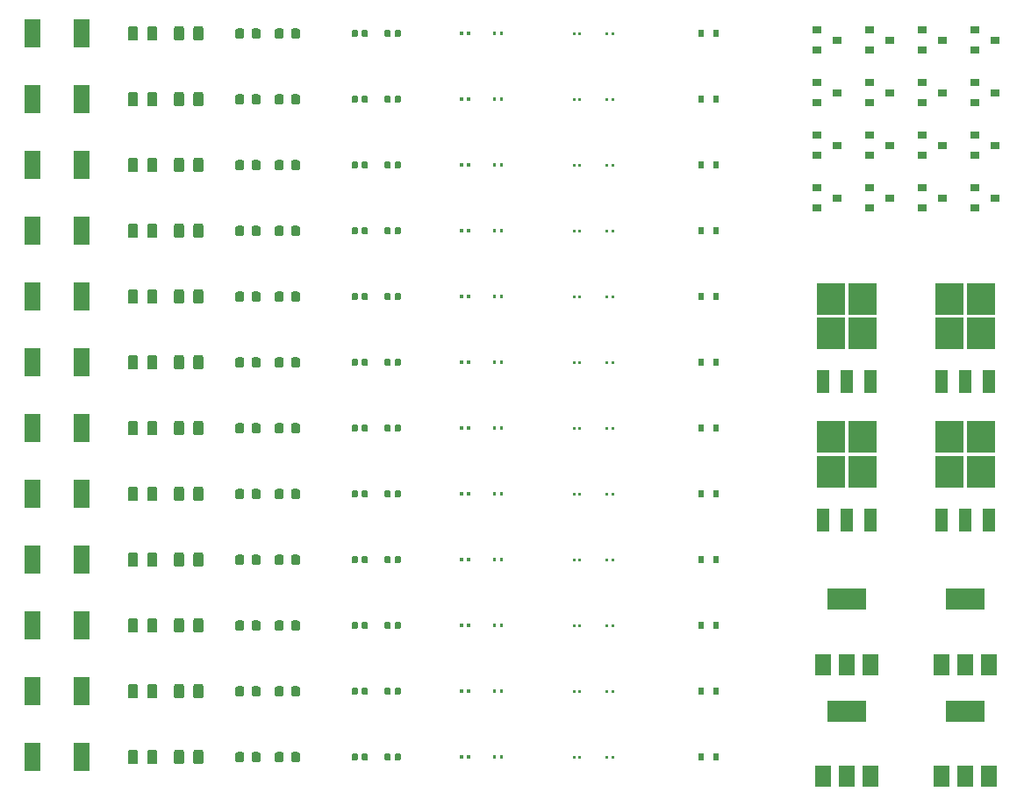
<source format=gbr>
G04 #@! TF.GenerationSoftware,KiCad,Pcbnew,(5.1.5)-3*
G04 #@! TF.CreationDate,2020-12-04T11:44:08+01:00*
G04 #@! TF.ProjectId,SolderPractice,536f6c64-6572-4507-9261-63746963652e,rev?*
G04 #@! TF.SameCoordinates,Original*
G04 #@! TF.FileFunction,Paste,Top*
G04 #@! TF.FilePolarity,Positive*
%FSLAX46Y46*%
G04 Gerber Fmt 4.6, Leading zero omitted, Abs format (unit mm)*
G04 Created by KiCad (PCBNEW (5.1.5)-3) date 2020-12-04 11:44:08*
%MOMM*%
%LPD*%
G04 APERTURE LIST*
%ADD10R,1.500000X2.000000*%
%ADD11R,3.800000X2.000000*%
%ADD12R,2.750000X3.050000*%
%ADD13R,1.200000X2.200000*%
%ADD14C,0.100000*%
%ADD15R,0.900000X0.800000*%
%ADD16R,0.600000X0.700000*%
%ADD17R,1.500000X2.700000*%
G04 APERTURE END LIST*
D10*
X477760000Y-178410000D03*
X482360000Y-178410000D03*
X480060000Y-178410000D03*
D11*
X480060000Y-172110000D03*
D10*
X477760000Y-167615000D03*
X482360000Y-167615000D03*
X480060000Y-167615000D03*
D11*
X480060000Y-161315000D03*
D12*
X470155000Y-148995000D03*
X467105000Y-145645000D03*
X467105000Y-148995000D03*
X470155000Y-145645000D03*
D13*
X470910000Y-153620000D03*
X468630000Y-153620000D03*
X466350000Y-153620000D03*
D12*
X481585000Y-135660000D03*
X478535000Y-132310000D03*
X478535000Y-135660000D03*
X481585000Y-132310000D03*
D13*
X482340000Y-140285000D03*
X480060000Y-140285000D03*
X477780000Y-140285000D03*
D10*
X466330000Y-178410000D03*
X470930000Y-178410000D03*
X468630000Y-178410000D03*
D11*
X468630000Y-172110000D03*
D10*
X466330000Y-167615000D03*
X470930000Y-167615000D03*
X468630000Y-167615000D03*
D11*
X468630000Y-161315000D03*
D12*
X481585000Y-148995000D03*
X478535000Y-145645000D03*
X478535000Y-148995000D03*
X481585000Y-145645000D03*
D13*
X482340000Y-153620000D03*
X480060000Y-153620000D03*
X477780000Y-153620000D03*
D12*
X470155000Y-135660000D03*
X467105000Y-132310000D03*
X467105000Y-135660000D03*
X470155000Y-132310000D03*
D13*
X470910000Y-140285000D03*
X468630000Y-140285000D03*
X466350000Y-140285000D03*
D14*
G36*
X446119116Y-176395325D02*
G01*
X446125669Y-176396297D01*
X446132094Y-176397907D01*
X446138331Y-176400138D01*
X446144319Y-176402970D01*
X446150001Y-176406376D01*
X446155322Y-176410322D01*
X446160230Y-176414770D01*
X446164678Y-176419678D01*
X446168624Y-176424999D01*
X446172030Y-176430681D01*
X446174862Y-176436669D01*
X446177093Y-176442906D01*
X446178703Y-176449331D01*
X446179675Y-176455884D01*
X446180000Y-176462500D01*
X446180000Y-176597500D01*
X446179675Y-176604116D01*
X446178703Y-176610669D01*
X446177093Y-176617094D01*
X446174862Y-176623331D01*
X446172030Y-176629319D01*
X446168624Y-176635001D01*
X446164678Y-176640322D01*
X446160230Y-176645230D01*
X446155322Y-176649678D01*
X446150001Y-176653624D01*
X446144319Y-176657030D01*
X446138331Y-176659862D01*
X446132094Y-176662093D01*
X446125669Y-176663703D01*
X446119116Y-176664675D01*
X446112500Y-176665000D01*
X445977500Y-176665000D01*
X445970884Y-176664675D01*
X445964331Y-176663703D01*
X445957906Y-176662093D01*
X445951669Y-176659862D01*
X445945681Y-176657030D01*
X445939999Y-176653624D01*
X445934678Y-176649678D01*
X445929770Y-176645230D01*
X445925322Y-176640322D01*
X445921376Y-176635001D01*
X445917970Y-176629319D01*
X445915138Y-176623331D01*
X445912907Y-176617094D01*
X445911297Y-176610669D01*
X445910325Y-176604116D01*
X445910000Y-176597500D01*
X445910000Y-176462500D01*
X445910325Y-176455884D01*
X445911297Y-176449331D01*
X445912907Y-176442906D01*
X445915138Y-176436669D01*
X445917970Y-176430681D01*
X445921376Y-176424999D01*
X445925322Y-176419678D01*
X445929770Y-176414770D01*
X445934678Y-176410322D01*
X445939999Y-176406376D01*
X445945681Y-176402970D01*
X445951669Y-176400138D01*
X445957906Y-176397907D01*
X445964331Y-176396297D01*
X445970884Y-176395325D01*
X445977500Y-176395000D01*
X446112500Y-176395000D01*
X446119116Y-176395325D01*
G37*
G36*
X445569116Y-176395325D02*
G01*
X445575669Y-176396297D01*
X445582094Y-176397907D01*
X445588331Y-176400138D01*
X445594319Y-176402970D01*
X445600001Y-176406376D01*
X445605322Y-176410322D01*
X445610230Y-176414770D01*
X445614678Y-176419678D01*
X445618624Y-176424999D01*
X445622030Y-176430681D01*
X445624862Y-176436669D01*
X445627093Y-176442906D01*
X445628703Y-176449331D01*
X445629675Y-176455884D01*
X445630000Y-176462500D01*
X445630000Y-176597500D01*
X445629675Y-176604116D01*
X445628703Y-176610669D01*
X445627093Y-176617094D01*
X445624862Y-176623331D01*
X445622030Y-176629319D01*
X445618624Y-176635001D01*
X445614678Y-176640322D01*
X445610230Y-176645230D01*
X445605322Y-176649678D01*
X445600001Y-176653624D01*
X445594319Y-176657030D01*
X445588331Y-176659862D01*
X445582094Y-176662093D01*
X445575669Y-176663703D01*
X445569116Y-176664675D01*
X445562500Y-176665000D01*
X445427500Y-176665000D01*
X445420884Y-176664675D01*
X445414331Y-176663703D01*
X445407906Y-176662093D01*
X445401669Y-176659862D01*
X445395681Y-176657030D01*
X445389999Y-176653624D01*
X445384678Y-176649678D01*
X445379770Y-176645230D01*
X445375322Y-176640322D01*
X445371376Y-176635001D01*
X445367970Y-176629319D01*
X445365138Y-176623331D01*
X445362907Y-176617094D01*
X445361297Y-176610669D01*
X445360325Y-176604116D01*
X445360000Y-176597500D01*
X445360000Y-176462500D01*
X445360325Y-176455884D01*
X445361297Y-176449331D01*
X445362907Y-176442906D01*
X445365138Y-176436669D01*
X445367970Y-176430681D01*
X445371376Y-176424999D01*
X445375322Y-176419678D01*
X445379770Y-176414770D01*
X445384678Y-176410322D01*
X445389999Y-176406376D01*
X445395681Y-176402970D01*
X445401669Y-176400138D01*
X445407906Y-176397907D01*
X445414331Y-176396297D01*
X445420884Y-176395325D01*
X445427500Y-176395000D01*
X445562500Y-176395000D01*
X445569116Y-176395325D01*
G37*
G36*
X446119116Y-170045325D02*
G01*
X446125669Y-170046297D01*
X446132094Y-170047907D01*
X446138331Y-170050138D01*
X446144319Y-170052970D01*
X446150001Y-170056376D01*
X446155322Y-170060322D01*
X446160230Y-170064770D01*
X446164678Y-170069678D01*
X446168624Y-170074999D01*
X446172030Y-170080681D01*
X446174862Y-170086669D01*
X446177093Y-170092906D01*
X446178703Y-170099331D01*
X446179675Y-170105884D01*
X446180000Y-170112500D01*
X446180000Y-170247500D01*
X446179675Y-170254116D01*
X446178703Y-170260669D01*
X446177093Y-170267094D01*
X446174862Y-170273331D01*
X446172030Y-170279319D01*
X446168624Y-170285001D01*
X446164678Y-170290322D01*
X446160230Y-170295230D01*
X446155322Y-170299678D01*
X446150001Y-170303624D01*
X446144319Y-170307030D01*
X446138331Y-170309862D01*
X446132094Y-170312093D01*
X446125669Y-170313703D01*
X446119116Y-170314675D01*
X446112500Y-170315000D01*
X445977500Y-170315000D01*
X445970884Y-170314675D01*
X445964331Y-170313703D01*
X445957906Y-170312093D01*
X445951669Y-170309862D01*
X445945681Y-170307030D01*
X445939999Y-170303624D01*
X445934678Y-170299678D01*
X445929770Y-170295230D01*
X445925322Y-170290322D01*
X445921376Y-170285001D01*
X445917970Y-170279319D01*
X445915138Y-170273331D01*
X445912907Y-170267094D01*
X445911297Y-170260669D01*
X445910325Y-170254116D01*
X445910000Y-170247500D01*
X445910000Y-170112500D01*
X445910325Y-170105884D01*
X445911297Y-170099331D01*
X445912907Y-170092906D01*
X445915138Y-170086669D01*
X445917970Y-170080681D01*
X445921376Y-170074999D01*
X445925322Y-170069678D01*
X445929770Y-170064770D01*
X445934678Y-170060322D01*
X445939999Y-170056376D01*
X445945681Y-170052970D01*
X445951669Y-170050138D01*
X445957906Y-170047907D01*
X445964331Y-170046297D01*
X445970884Y-170045325D01*
X445977500Y-170045000D01*
X446112500Y-170045000D01*
X446119116Y-170045325D01*
G37*
G36*
X445569116Y-170045325D02*
G01*
X445575669Y-170046297D01*
X445582094Y-170047907D01*
X445588331Y-170050138D01*
X445594319Y-170052970D01*
X445600001Y-170056376D01*
X445605322Y-170060322D01*
X445610230Y-170064770D01*
X445614678Y-170069678D01*
X445618624Y-170074999D01*
X445622030Y-170080681D01*
X445624862Y-170086669D01*
X445627093Y-170092906D01*
X445628703Y-170099331D01*
X445629675Y-170105884D01*
X445630000Y-170112500D01*
X445630000Y-170247500D01*
X445629675Y-170254116D01*
X445628703Y-170260669D01*
X445627093Y-170267094D01*
X445624862Y-170273331D01*
X445622030Y-170279319D01*
X445618624Y-170285001D01*
X445614678Y-170290322D01*
X445610230Y-170295230D01*
X445605322Y-170299678D01*
X445600001Y-170303624D01*
X445594319Y-170307030D01*
X445588331Y-170309862D01*
X445582094Y-170312093D01*
X445575669Y-170313703D01*
X445569116Y-170314675D01*
X445562500Y-170315000D01*
X445427500Y-170315000D01*
X445420884Y-170314675D01*
X445414331Y-170313703D01*
X445407906Y-170312093D01*
X445401669Y-170309862D01*
X445395681Y-170307030D01*
X445389999Y-170303624D01*
X445384678Y-170299678D01*
X445379770Y-170295230D01*
X445375322Y-170290322D01*
X445371376Y-170285001D01*
X445367970Y-170279319D01*
X445365138Y-170273331D01*
X445362907Y-170267094D01*
X445361297Y-170260669D01*
X445360325Y-170254116D01*
X445360000Y-170247500D01*
X445360000Y-170112500D01*
X445360325Y-170105884D01*
X445361297Y-170099331D01*
X445362907Y-170092906D01*
X445365138Y-170086669D01*
X445367970Y-170080681D01*
X445371376Y-170074999D01*
X445375322Y-170069678D01*
X445379770Y-170064770D01*
X445384678Y-170060322D01*
X445389999Y-170056376D01*
X445395681Y-170052970D01*
X445401669Y-170050138D01*
X445407906Y-170047907D01*
X445414331Y-170046297D01*
X445420884Y-170045325D01*
X445427500Y-170045000D01*
X445562500Y-170045000D01*
X445569116Y-170045325D01*
G37*
G36*
X446119116Y-163695325D02*
G01*
X446125669Y-163696297D01*
X446132094Y-163697907D01*
X446138331Y-163700138D01*
X446144319Y-163702970D01*
X446150001Y-163706376D01*
X446155322Y-163710322D01*
X446160230Y-163714770D01*
X446164678Y-163719678D01*
X446168624Y-163724999D01*
X446172030Y-163730681D01*
X446174862Y-163736669D01*
X446177093Y-163742906D01*
X446178703Y-163749331D01*
X446179675Y-163755884D01*
X446180000Y-163762500D01*
X446180000Y-163897500D01*
X446179675Y-163904116D01*
X446178703Y-163910669D01*
X446177093Y-163917094D01*
X446174862Y-163923331D01*
X446172030Y-163929319D01*
X446168624Y-163935001D01*
X446164678Y-163940322D01*
X446160230Y-163945230D01*
X446155322Y-163949678D01*
X446150001Y-163953624D01*
X446144319Y-163957030D01*
X446138331Y-163959862D01*
X446132094Y-163962093D01*
X446125669Y-163963703D01*
X446119116Y-163964675D01*
X446112500Y-163965000D01*
X445977500Y-163965000D01*
X445970884Y-163964675D01*
X445964331Y-163963703D01*
X445957906Y-163962093D01*
X445951669Y-163959862D01*
X445945681Y-163957030D01*
X445939999Y-163953624D01*
X445934678Y-163949678D01*
X445929770Y-163945230D01*
X445925322Y-163940322D01*
X445921376Y-163935001D01*
X445917970Y-163929319D01*
X445915138Y-163923331D01*
X445912907Y-163917094D01*
X445911297Y-163910669D01*
X445910325Y-163904116D01*
X445910000Y-163897500D01*
X445910000Y-163762500D01*
X445910325Y-163755884D01*
X445911297Y-163749331D01*
X445912907Y-163742906D01*
X445915138Y-163736669D01*
X445917970Y-163730681D01*
X445921376Y-163724999D01*
X445925322Y-163719678D01*
X445929770Y-163714770D01*
X445934678Y-163710322D01*
X445939999Y-163706376D01*
X445945681Y-163702970D01*
X445951669Y-163700138D01*
X445957906Y-163697907D01*
X445964331Y-163696297D01*
X445970884Y-163695325D01*
X445977500Y-163695000D01*
X446112500Y-163695000D01*
X446119116Y-163695325D01*
G37*
G36*
X445569116Y-163695325D02*
G01*
X445575669Y-163696297D01*
X445582094Y-163697907D01*
X445588331Y-163700138D01*
X445594319Y-163702970D01*
X445600001Y-163706376D01*
X445605322Y-163710322D01*
X445610230Y-163714770D01*
X445614678Y-163719678D01*
X445618624Y-163724999D01*
X445622030Y-163730681D01*
X445624862Y-163736669D01*
X445627093Y-163742906D01*
X445628703Y-163749331D01*
X445629675Y-163755884D01*
X445630000Y-163762500D01*
X445630000Y-163897500D01*
X445629675Y-163904116D01*
X445628703Y-163910669D01*
X445627093Y-163917094D01*
X445624862Y-163923331D01*
X445622030Y-163929319D01*
X445618624Y-163935001D01*
X445614678Y-163940322D01*
X445610230Y-163945230D01*
X445605322Y-163949678D01*
X445600001Y-163953624D01*
X445594319Y-163957030D01*
X445588331Y-163959862D01*
X445582094Y-163962093D01*
X445575669Y-163963703D01*
X445569116Y-163964675D01*
X445562500Y-163965000D01*
X445427500Y-163965000D01*
X445420884Y-163964675D01*
X445414331Y-163963703D01*
X445407906Y-163962093D01*
X445401669Y-163959862D01*
X445395681Y-163957030D01*
X445389999Y-163953624D01*
X445384678Y-163949678D01*
X445379770Y-163945230D01*
X445375322Y-163940322D01*
X445371376Y-163935001D01*
X445367970Y-163929319D01*
X445365138Y-163923331D01*
X445362907Y-163917094D01*
X445361297Y-163910669D01*
X445360325Y-163904116D01*
X445360000Y-163897500D01*
X445360000Y-163762500D01*
X445360325Y-163755884D01*
X445361297Y-163749331D01*
X445362907Y-163742906D01*
X445365138Y-163736669D01*
X445367970Y-163730681D01*
X445371376Y-163724999D01*
X445375322Y-163719678D01*
X445379770Y-163714770D01*
X445384678Y-163710322D01*
X445389999Y-163706376D01*
X445395681Y-163702970D01*
X445401669Y-163700138D01*
X445407906Y-163697907D01*
X445414331Y-163696297D01*
X445420884Y-163695325D01*
X445427500Y-163695000D01*
X445562500Y-163695000D01*
X445569116Y-163695325D01*
G37*
G36*
X446119116Y-157345325D02*
G01*
X446125669Y-157346297D01*
X446132094Y-157347907D01*
X446138331Y-157350138D01*
X446144319Y-157352970D01*
X446150001Y-157356376D01*
X446155322Y-157360322D01*
X446160230Y-157364770D01*
X446164678Y-157369678D01*
X446168624Y-157374999D01*
X446172030Y-157380681D01*
X446174862Y-157386669D01*
X446177093Y-157392906D01*
X446178703Y-157399331D01*
X446179675Y-157405884D01*
X446180000Y-157412500D01*
X446180000Y-157547500D01*
X446179675Y-157554116D01*
X446178703Y-157560669D01*
X446177093Y-157567094D01*
X446174862Y-157573331D01*
X446172030Y-157579319D01*
X446168624Y-157585001D01*
X446164678Y-157590322D01*
X446160230Y-157595230D01*
X446155322Y-157599678D01*
X446150001Y-157603624D01*
X446144319Y-157607030D01*
X446138331Y-157609862D01*
X446132094Y-157612093D01*
X446125669Y-157613703D01*
X446119116Y-157614675D01*
X446112500Y-157615000D01*
X445977500Y-157615000D01*
X445970884Y-157614675D01*
X445964331Y-157613703D01*
X445957906Y-157612093D01*
X445951669Y-157609862D01*
X445945681Y-157607030D01*
X445939999Y-157603624D01*
X445934678Y-157599678D01*
X445929770Y-157595230D01*
X445925322Y-157590322D01*
X445921376Y-157585001D01*
X445917970Y-157579319D01*
X445915138Y-157573331D01*
X445912907Y-157567094D01*
X445911297Y-157560669D01*
X445910325Y-157554116D01*
X445910000Y-157547500D01*
X445910000Y-157412500D01*
X445910325Y-157405884D01*
X445911297Y-157399331D01*
X445912907Y-157392906D01*
X445915138Y-157386669D01*
X445917970Y-157380681D01*
X445921376Y-157374999D01*
X445925322Y-157369678D01*
X445929770Y-157364770D01*
X445934678Y-157360322D01*
X445939999Y-157356376D01*
X445945681Y-157352970D01*
X445951669Y-157350138D01*
X445957906Y-157347907D01*
X445964331Y-157346297D01*
X445970884Y-157345325D01*
X445977500Y-157345000D01*
X446112500Y-157345000D01*
X446119116Y-157345325D01*
G37*
G36*
X445569116Y-157345325D02*
G01*
X445575669Y-157346297D01*
X445582094Y-157347907D01*
X445588331Y-157350138D01*
X445594319Y-157352970D01*
X445600001Y-157356376D01*
X445605322Y-157360322D01*
X445610230Y-157364770D01*
X445614678Y-157369678D01*
X445618624Y-157374999D01*
X445622030Y-157380681D01*
X445624862Y-157386669D01*
X445627093Y-157392906D01*
X445628703Y-157399331D01*
X445629675Y-157405884D01*
X445630000Y-157412500D01*
X445630000Y-157547500D01*
X445629675Y-157554116D01*
X445628703Y-157560669D01*
X445627093Y-157567094D01*
X445624862Y-157573331D01*
X445622030Y-157579319D01*
X445618624Y-157585001D01*
X445614678Y-157590322D01*
X445610230Y-157595230D01*
X445605322Y-157599678D01*
X445600001Y-157603624D01*
X445594319Y-157607030D01*
X445588331Y-157609862D01*
X445582094Y-157612093D01*
X445575669Y-157613703D01*
X445569116Y-157614675D01*
X445562500Y-157615000D01*
X445427500Y-157615000D01*
X445420884Y-157614675D01*
X445414331Y-157613703D01*
X445407906Y-157612093D01*
X445401669Y-157609862D01*
X445395681Y-157607030D01*
X445389999Y-157603624D01*
X445384678Y-157599678D01*
X445379770Y-157595230D01*
X445375322Y-157590322D01*
X445371376Y-157585001D01*
X445367970Y-157579319D01*
X445365138Y-157573331D01*
X445362907Y-157567094D01*
X445361297Y-157560669D01*
X445360325Y-157554116D01*
X445360000Y-157547500D01*
X445360000Y-157412500D01*
X445360325Y-157405884D01*
X445361297Y-157399331D01*
X445362907Y-157392906D01*
X445365138Y-157386669D01*
X445367970Y-157380681D01*
X445371376Y-157374999D01*
X445375322Y-157369678D01*
X445379770Y-157364770D01*
X445384678Y-157360322D01*
X445389999Y-157356376D01*
X445395681Y-157352970D01*
X445401669Y-157350138D01*
X445407906Y-157347907D01*
X445414331Y-157346297D01*
X445420884Y-157345325D01*
X445427500Y-157345000D01*
X445562500Y-157345000D01*
X445569116Y-157345325D01*
G37*
G36*
X446119116Y-150995325D02*
G01*
X446125669Y-150996297D01*
X446132094Y-150997907D01*
X446138331Y-151000138D01*
X446144319Y-151002970D01*
X446150001Y-151006376D01*
X446155322Y-151010322D01*
X446160230Y-151014770D01*
X446164678Y-151019678D01*
X446168624Y-151024999D01*
X446172030Y-151030681D01*
X446174862Y-151036669D01*
X446177093Y-151042906D01*
X446178703Y-151049331D01*
X446179675Y-151055884D01*
X446180000Y-151062500D01*
X446180000Y-151197500D01*
X446179675Y-151204116D01*
X446178703Y-151210669D01*
X446177093Y-151217094D01*
X446174862Y-151223331D01*
X446172030Y-151229319D01*
X446168624Y-151235001D01*
X446164678Y-151240322D01*
X446160230Y-151245230D01*
X446155322Y-151249678D01*
X446150001Y-151253624D01*
X446144319Y-151257030D01*
X446138331Y-151259862D01*
X446132094Y-151262093D01*
X446125669Y-151263703D01*
X446119116Y-151264675D01*
X446112500Y-151265000D01*
X445977500Y-151265000D01*
X445970884Y-151264675D01*
X445964331Y-151263703D01*
X445957906Y-151262093D01*
X445951669Y-151259862D01*
X445945681Y-151257030D01*
X445939999Y-151253624D01*
X445934678Y-151249678D01*
X445929770Y-151245230D01*
X445925322Y-151240322D01*
X445921376Y-151235001D01*
X445917970Y-151229319D01*
X445915138Y-151223331D01*
X445912907Y-151217094D01*
X445911297Y-151210669D01*
X445910325Y-151204116D01*
X445910000Y-151197500D01*
X445910000Y-151062500D01*
X445910325Y-151055884D01*
X445911297Y-151049331D01*
X445912907Y-151042906D01*
X445915138Y-151036669D01*
X445917970Y-151030681D01*
X445921376Y-151024999D01*
X445925322Y-151019678D01*
X445929770Y-151014770D01*
X445934678Y-151010322D01*
X445939999Y-151006376D01*
X445945681Y-151002970D01*
X445951669Y-151000138D01*
X445957906Y-150997907D01*
X445964331Y-150996297D01*
X445970884Y-150995325D01*
X445977500Y-150995000D01*
X446112500Y-150995000D01*
X446119116Y-150995325D01*
G37*
G36*
X445569116Y-150995325D02*
G01*
X445575669Y-150996297D01*
X445582094Y-150997907D01*
X445588331Y-151000138D01*
X445594319Y-151002970D01*
X445600001Y-151006376D01*
X445605322Y-151010322D01*
X445610230Y-151014770D01*
X445614678Y-151019678D01*
X445618624Y-151024999D01*
X445622030Y-151030681D01*
X445624862Y-151036669D01*
X445627093Y-151042906D01*
X445628703Y-151049331D01*
X445629675Y-151055884D01*
X445630000Y-151062500D01*
X445630000Y-151197500D01*
X445629675Y-151204116D01*
X445628703Y-151210669D01*
X445627093Y-151217094D01*
X445624862Y-151223331D01*
X445622030Y-151229319D01*
X445618624Y-151235001D01*
X445614678Y-151240322D01*
X445610230Y-151245230D01*
X445605322Y-151249678D01*
X445600001Y-151253624D01*
X445594319Y-151257030D01*
X445588331Y-151259862D01*
X445582094Y-151262093D01*
X445575669Y-151263703D01*
X445569116Y-151264675D01*
X445562500Y-151265000D01*
X445427500Y-151265000D01*
X445420884Y-151264675D01*
X445414331Y-151263703D01*
X445407906Y-151262093D01*
X445401669Y-151259862D01*
X445395681Y-151257030D01*
X445389999Y-151253624D01*
X445384678Y-151249678D01*
X445379770Y-151245230D01*
X445375322Y-151240322D01*
X445371376Y-151235001D01*
X445367970Y-151229319D01*
X445365138Y-151223331D01*
X445362907Y-151217094D01*
X445361297Y-151210669D01*
X445360325Y-151204116D01*
X445360000Y-151197500D01*
X445360000Y-151062500D01*
X445360325Y-151055884D01*
X445361297Y-151049331D01*
X445362907Y-151042906D01*
X445365138Y-151036669D01*
X445367970Y-151030681D01*
X445371376Y-151024999D01*
X445375322Y-151019678D01*
X445379770Y-151014770D01*
X445384678Y-151010322D01*
X445389999Y-151006376D01*
X445395681Y-151002970D01*
X445401669Y-151000138D01*
X445407906Y-150997907D01*
X445414331Y-150996297D01*
X445420884Y-150995325D01*
X445427500Y-150995000D01*
X445562500Y-150995000D01*
X445569116Y-150995325D01*
G37*
G36*
X446119116Y-144645325D02*
G01*
X446125669Y-144646297D01*
X446132094Y-144647907D01*
X446138331Y-144650138D01*
X446144319Y-144652970D01*
X446150001Y-144656376D01*
X446155322Y-144660322D01*
X446160230Y-144664770D01*
X446164678Y-144669678D01*
X446168624Y-144674999D01*
X446172030Y-144680681D01*
X446174862Y-144686669D01*
X446177093Y-144692906D01*
X446178703Y-144699331D01*
X446179675Y-144705884D01*
X446180000Y-144712500D01*
X446180000Y-144847500D01*
X446179675Y-144854116D01*
X446178703Y-144860669D01*
X446177093Y-144867094D01*
X446174862Y-144873331D01*
X446172030Y-144879319D01*
X446168624Y-144885001D01*
X446164678Y-144890322D01*
X446160230Y-144895230D01*
X446155322Y-144899678D01*
X446150001Y-144903624D01*
X446144319Y-144907030D01*
X446138331Y-144909862D01*
X446132094Y-144912093D01*
X446125669Y-144913703D01*
X446119116Y-144914675D01*
X446112500Y-144915000D01*
X445977500Y-144915000D01*
X445970884Y-144914675D01*
X445964331Y-144913703D01*
X445957906Y-144912093D01*
X445951669Y-144909862D01*
X445945681Y-144907030D01*
X445939999Y-144903624D01*
X445934678Y-144899678D01*
X445929770Y-144895230D01*
X445925322Y-144890322D01*
X445921376Y-144885001D01*
X445917970Y-144879319D01*
X445915138Y-144873331D01*
X445912907Y-144867094D01*
X445911297Y-144860669D01*
X445910325Y-144854116D01*
X445910000Y-144847500D01*
X445910000Y-144712500D01*
X445910325Y-144705884D01*
X445911297Y-144699331D01*
X445912907Y-144692906D01*
X445915138Y-144686669D01*
X445917970Y-144680681D01*
X445921376Y-144674999D01*
X445925322Y-144669678D01*
X445929770Y-144664770D01*
X445934678Y-144660322D01*
X445939999Y-144656376D01*
X445945681Y-144652970D01*
X445951669Y-144650138D01*
X445957906Y-144647907D01*
X445964331Y-144646297D01*
X445970884Y-144645325D01*
X445977500Y-144645000D01*
X446112500Y-144645000D01*
X446119116Y-144645325D01*
G37*
G36*
X445569116Y-144645325D02*
G01*
X445575669Y-144646297D01*
X445582094Y-144647907D01*
X445588331Y-144650138D01*
X445594319Y-144652970D01*
X445600001Y-144656376D01*
X445605322Y-144660322D01*
X445610230Y-144664770D01*
X445614678Y-144669678D01*
X445618624Y-144674999D01*
X445622030Y-144680681D01*
X445624862Y-144686669D01*
X445627093Y-144692906D01*
X445628703Y-144699331D01*
X445629675Y-144705884D01*
X445630000Y-144712500D01*
X445630000Y-144847500D01*
X445629675Y-144854116D01*
X445628703Y-144860669D01*
X445627093Y-144867094D01*
X445624862Y-144873331D01*
X445622030Y-144879319D01*
X445618624Y-144885001D01*
X445614678Y-144890322D01*
X445610230Y-144895230D01*
X445605322Y-144899678D01*
X445600001Y-144903624D01*
X445594319Y-144907030D01*
X445588331Y-144909862D01*
X445582094Y-144912093D01*
X445575669Y-144913703D01*
X445569116Y-144914675D01*
X445562500Y-144915000D01*
X445427500Y-144915000D01*
X445420884Y-144914675D01*
X445414331Y-144913703D01*
X445407906Y-144912093D01*
X445401669Y-144909862D01*
X445395681Y-144907030D01*
X445389999Y-144903624D01*
X445384678Y-144899678D01*
X445379770Y-144895230D01*
X445375322Y-144890322D01*
X445371376Y-144885001D01*
X445367970Y-144879319D01*
X445365138Y-144873331D01*
X445362907Y-144867094D01*
X445361297Y-144860669D01*
X445360325Y-144854116D01*
X445360000Y-144847500D01*
X445360000Y-144712500D01*
X445360325Y-144705884D01*
X445361297Y-144699331D01*
X445362907Y-144692906D01*
X445365138Y-144686669D01*
X445367970Y-144680681D01*
X445371376Y-144674999D01*
X445375322Y-144669678D01*
X445379770Y-144664770D01*
X445384678Y-144660322D01*
X445389999Y-144656376D01*
X445395681Y-144652970D01*
X445401669Y-144650138D01*
X445407906Y-144647907D01*
X445414331Y-144646297D01*
X445420884Y-144645325D01*
X445427500Y-144645000D01*
X445562500Y-144645000D01*
X445569116Y-144645325D01*
G37*
G36*
X446119116Y-138295325D02*
G01*
X446125669Y-138296297D01*
X446132094Y-138297907D01*
X446138331Y-138300138D01*
X446144319Y-138302970D01*
X446150001Y-138306376D01*
X446155322Y-138310322D01*
X446160230Y-138314770D01*
X446164678Y-138319678D01*
X446168624Y-138324999D01*
X446172030Y-138330681D01*
X446174862Y-138336669D01*
X446177093Y-138342906D01*
X446178703Y-138349331D01*
X446179675Y-138355884D01*
X446180000Y-138362500D01*
X446180000Y-138497500D01*
X446179675Y-138504116D01*
X446178703Y-138510669D01*
X446177093Y-138517094D01*
X446174862Y-138523331D01*
X446172030Y-138529319D01*
X446168624Y-138535001D01*
X446164678Y-138540322D01*
X446160230Y-138545230D01*
X446155322Y-138549678D01*
X446150001Y-138553624D01*
X446144319Y-138557030D01*
X446138331Y-138559862D01*
X446132094Y-138562093D01*
X446125669Y-138563703D01*
X446119116Y-138564675D01*
X446112500Y-138565000D01*
X445977500Y-138565000D01*
X445970884Y-138564675D01*
X445964331Y-138563703D01*
X445957906Y-138562093D01*
X445951669Y-138559862D01*
X445945681Y-138557030D01*
X445939999Y-138553624D01*
X445934678Y-138549678D01*
X445929770Y-138545230D01*
X445925322Y-138540322D01*
X445921376Y-138535001D01*
X445917970Y-138529319D01*
X445915138Y-138523331D01*
X445912907Y-138517094D01*
X445911297Y-138510669D01*
X445910325Y-138504116D01*
X445910000Y-138497500D01*
X445910000Y-138362500D01*
X445910325Y-138355884D01*
X445911297Y-138349331D01*
X445912907Y-138342906D01*
X445915138Y-138336669D01*
X445917970Y-138330681D01*
X445921376Y-138324999D01*
X445925322Y-138319678D01*
X445929770Y-138314770D01*
X445934678Y-138310322D01*
X445939999Y-138306376D01*
X445945681Y-138302970D01*
X445951669Y-138300138D01*
X445957906Y-138297907D01*
X445964331Y-138296297D01*
X445970884Y-138295325D01*
X445977500Y-138295000D01*
X446112500Y-138295000D01*
X446119116Y-138295325D01*
G37*
G36*
X445569116Y-138295325D02*
G01*
X445575669Y-138296297D01*
X445582094Y-138297907D01*
X445588331Y-138300138D01*
X445594319Y-138302970D01*
X445600001Y-138306376D01*
X445605322Y-138310322D01*
X445610230Y-138314770D01*
X445614678Y-138319678D01*
X445618624Y-138324999D01*
X445622030Y-138330681D01*
X445624862Y-138336669D01*
X445627093Y-138342906D01*
X445628703Y-138349331D01*
X445629675Y-138355884D01*
X445630000Y-138362500D01*
X445630000Y-138497500D01*
X445629675Y-138504116D01*
X445628703Y-138510669D01*
X445627093Y-138517094D01*
X445624862Y-138523331D01*
X445622030Y-138529319D01*
X445618624Y-138535001D01*
X445614678Y-138540322D01*
X445610230Y-138545230D01*
X445605322Y-138549678D01*
X445600001Y-138553624D01*
X445594319Y-138557030D01*
X445588331Y-138559862D01*
X445582094Y-138562093D01*
X445575669Y-138563703D01*
X445569116Y-138564675D01*
X445562500Y-138565000D01*
X445427500Y-138565000D01*
X445420884Y-138564675D01*
X445414331Y-138563703D01*
X445407906Y-138562093D01*
X445401669Y-138559862D01*
X445395681Y-138557030D01*
X445389999Y-138553624D01*
X445384678Y-138549678D01*
X445379770Y-138545230D01*
X445375322Y-138540322D01*
X445371376Y-138535001D01*
X445367970Y-138529319D01*
X445365138Y-138523331D01*
X445362907Y-138517094D01*
X445361297Y-138510669D01*
X445360325Y-138504116D01*
X445360000Y-138497500D01*
X445360000Y-138362500D01*
X445360325Y-138355884D01*
X445361297Y-138349331D01*
X445362907Y-138342906D01*
X445365138Y-138336669D01*
X445367970Y-138330681D01*
X445371376Y-138324999D01*
X445375322Y-138319678D01*
X445379770Y-138314770D01*
X445384678Y-138310322D01*
X445389999Y-138306376D01*
X445395681Y-138302970D01*
X445401669Y-138300138D01*
X445407906Y-138297907D01*
X445414331Y-138296297D01*
X445420884Y-138295325D01*
X445427500Y-138295000D01*
X445562500Y-138295000D01*
X445569116Y-138295325D01*
G37*
G36*
X446119116Y-131945325D02*
G01*
X446125669Y-131946297D01*
X446132094Y-131947907D01*
X446138331Y-131950138D01*
X446144319Y-131952970D01*
X446150001Y-131956376D01*
X446155322Y-131960322D01*
X446160230Y-131964770D01*
X446164678Y-131969678D01*
X446168624Y-131974999D01*
X446172030Y-131980681D01*
X446174862Y-131986669D01*
X446177093Y-131992906D01*
X446178703Y-131999331D01*
X446179675Y-132005884D01*
X446180000Y-132012500D01*
X446180000Y-132147500D01*
X446179675Y-132154116D01*
X446178703Y-132160669D01*
X446177093Y-132167094D01*
X446174862Y-132173331D01*
X446172030Y-132179319D01*
X446168624Y-132185001D01*
X446164678Y-132190322D01*
X446160230Y-132195230D01*
X446155322Y-132199678D01*
X446150001Y-132203624D01*
X446144319Y-132207030D01*
X446138331Y-132209862D01*
X446132094Y-132212093D01*
X446125669Y-132213703D01*
X446119116Y-132214675D01*
X446112500Y-132215000D01*
X445977500Y-132215000D01*
X445970884Y-132214675D01*
X445964331Y-132213703D01*
X445957906Y-132212093D01*
X445951669Y-132209862D01*
X445945681Y-132207030D01*
X445939999Y-132203624D01*
X445934678Y-132199678D01*
X445929770Y-132195230D01*
X445925322Y-132190322D01*
X445921376Y-132185001D01*
X445917970Y-132179319D01*
X445915138Y-132173331D01*
X445912907Y-132167094D01*
X445911297Y-132160669D01*
X445910325Y-132154116D01*
X445910000Y-132147500D01*
X445910000Y-132012500D01*
X445910325Y-132005884D01*
X445911297Y-131999331D01*
X445912907Y-131992906D01*
X445915138Y-131986669D01*
X445917970Y-131980681D01*
X445921376Y-131974999D01*
X445925322Y-131969678D01*
X445929770Y-131964770D01*
X445934678Y-131960322D01*
X445939999Y-131956376D01*
X445945681Y-131952970D01*
X445951669Y-131950138D01*
X445957906Y-131947907D01*
X445964331Y-131946297D01*
X445970884Y-131945325D01*
X445977500Y-131945000D01*
X446112500Y-131945000D01*
X446119116Y-131945325D01*
G37*
G36*
X445569116Y-131945325D02*
G01*
X445575669Y-131946297D01*
X445582094Y-131947907D01*
X445588331Y-131950138D01*
X445594319Y-131952970D01*
X445600001Y-131956376D01*
X445605322Y-131960322D01*
X445610230Y-131964770D01*
X445614678Y-131969678D01*
X445618624Y-131974999D01*
X445622030Y-131980681D01*
X445624862Y-131986669D01*
X445627093Y-131992906D01*
X445628703Y-131999331D01*
X445629675Y-132005884D01*
X445630000Y-132012500D01*
X445630000Y-132147500D01*
X445629675Y-132154116D01*
X445628703Y-132160669D01*
X445627093Y-132167094D01*
X445624862Y-132173331D01*
X445622030Y-132179319D01*
X445618624Y-132185001D01*
X445614678Y-132190322D01*
X445610230Y-132195230D01*
X445605322Y-132199678D01*
X445600001Y-132203624D01*
X445594319Y-132207030D01*
X445588331Y-132209862D01*
X445582094Y-132212093D01*
X445575669Y-132213703D01*
X445569116Y-132214675D01*
X445562500Y-132215000D01*
X445427500Y-132215000D01*
X445420884Y-132214675D01*
X445414331Y-132213703D01*
X445407906Y-132212093D01*
X445401669Y-132209862D01*
X445395681Y-132207030D01*
X445389999Y-132203624D01*
X445384678Y-132199678D01*
X445379770Y-132195230D01*
X445375322Y-132190322D01*
X445371376Y-132185001D01*
X445367970Y-132179319D01*
X445365138Y-132173331D01*
X445362907Y-132167094D01*
X445361297Y-132160669D01*
X445360325Y-132154116D01*
X445360000Y-132147500D01*
X445360000Y-132012500D01*
X445360325Y-132005884D01*
X445361297Y-131999331D01*
X445362907Y-131992906D01*
X445365138Y-131986669D01*
X445367970Y-131980681D01*
X445371376Y-131974999D01*
X445375322Y-131969678D01*
X445379770Y-131964770D01*
X445384678Y-131960322D01*
X445389999Y-131956376D01*
X445395681Y-131952970D01*
X445401669Y-131950138D01*
X445407906Y-131947907D01*
X445414331Y-131946297D01*
X445420884Y-131945325D01*
X445427500Y-131945000D01*
X445562500Y-131945000D01*
X445569116Y-131945325D01*
G37*
G36*
X446119116Y-125595325D02*
G01*
X446125669Y-125596297D01*
X446132094Y-125597907D01*
X446138331Y-125600138D01*
X446144319Y-125602970D01*
X446150001Y-125606376D01*
X446155322Y-125610322D01*
X446160230Y-125614770D01*
X446164678Y-125619678D01*
X446168624Y-125624999D01*
X446172030Y-125630681D01*
X446174862Y-125636669D01*
X446177093Y-125642906D01*
X446178703Y-125649331D01*
X446179675Y-125655884D01*
X446180000Y-125662500D01*
X446180000Y-125797500D01*
X446179675Y-125804116D01*
X446178703Y-125810669D01*
X446177093Y-125817094D01*
X446174862Y-125823331D01*
X446172030Y-125829319D01*
X446168624Y-125835001D01*
X446164678Y-125840322D01*
X446160230Y-125845230D01*
X446155322Y-125849678D01*
X446150001Y-125853624D01*
X446144319Y-125857030D01*
X446138331Y-125859862D01*
X446132094Y-125862093D01*
X446125669Y-125863703D01*
X446119116Y-125864675D01*
X446112500Y-125865000D01*
X445977500Y-125865000D01*
X445970884Y-125864675D01*
X445964331Y-125863703D01*
X445957906Y-125862093D01*
X445951669Y-125859862D01*
X445945681Y-125857030D01*
X445939999Y-125853624D01*
X445934678Y-125849678D01*
X445929770Y-125845230D01*
X445925322Y-125840322D01*
X445921376Y-125835001D01*
X445917970Y-125829319D01*
X445915138Y-125823331D01*
X445912907Y-125817094D01*
X445911297Y-125810669D01*
X445910325Y-125804116D01*
X445910000Y-125797500D01*
X445910000Y-125662500D01*
X445910325Y-125655884D01*
X445911297Y-125649331D01*
X445912907Y-125642906D01*
X445915138Y-125636669D01*
X445917970Y-125630681D01*
X445921376Y-125624999D01*
X445925322Y-125619678D01*
X445929770Y-125614770D01*
X445934678Y-125610322D01*
X445939999Y-125606376D01*
X445945681Y-125602970D01*
X445951669Y-125600138D01*
X445957906Y-125597907D01*
X445964331Y-125596297D01*
X445970884Y-125595325D01*
X445977500Y-125595000D01*
X446112500Y-125595000D01*
X446119116Y-125595325D01*
G37*
G36*
X445569116Y-125595325D02*
G01*
X445575669Y-125596297D01*
X445582094Y-125597907D01*
X445588331Y-125600138D01*
X445594319Y-125602970D01*
X445600001Y-125606376D01*
X445605322Y-125610322D01*
X445610230Y-125614770D01*
X445614678Y-125619678D01*
X445618624Y-125624999D01*
X445622030Y-125630681D01*
X445624862Y-125636669D01*
X445627093Y-125642906D01*
X445628703Y-125649331D01*
X445629675Y-125655884D01*
X445630000Y-125662500D01*
X445630000Y-125797500D01*
X445629675Y-125804116D01*
X445628703Y-125810669D01*
X445627093Y-125817094D01*
X445624862Y-125823331D01*
X445622030Y-125829319D01*
X445618624Y-125835001D01*
X445614678Y-125840322D01*
X445610230Y-125845230D01*
X445605322Y-125849678D01*
X445600001Y-125853624D01*
X445594319Y-125857030D01*
X445588331Y-125859862D01*
X445582094Y-125862093D01*
X445575669Y-125863703D01*
X445569116Y-125864675D01*
X445562500Y-125865000D01*
X445427500Y-125865000D01*
X445420884Y-125864675D01*
X445414331Y-125863703D01*
X445407906Y-125862093D01*
X445401669Y-125859862D01*
X445395681Y-125857030D01*
X445389999Y-125853624D01*
X445384678Y-125849678D01*
X445379770Y-125845230D01*
X445375322Y-125840322D01*
X445371376Y-125835001D01*
X445367970Y-125829319D01*
X445365138Y-125823331D01*
X445362907Y-125817094D01*
X445361297Y-125810669D01*
X445360325Y-125804116D01*
X445360000Y-125797500D01*
X445360000Y-125662500D01*
X445360325Y-125655884D01*
X445361297Y-125649331D01*
X445362907Y-125642906D01*
X445365138Y-125636669D01*
X445367970Y-125630681D01*
X445371376Y-125624999D01*
X445375322Y-125619678D01*
X445379770Y-125614770D01*
X445384678Y-125610322D01*
X445389999Y-125606376D01*
X445395681Y-125602970D01*
X445401669Y-125600138D01*
X445407906Y-125597907D01*
X445414331Y-125596297D01*
X445420884Y-125595325D01*
X445427500Y-125595000D01*
X445562500Y-125595000D01*
X445569116Y-125595325D01*
G37*
G36*
X446119116Y-119245325D02*
G01*
X446125669Y-119246297D01*
X446132094Y-119247907D01*
X446138331Y-119250138D01*
X446144319Y-119252970D01*
X446150001Y-119256376D01*
X446155322Y-119260322D01*
X446160230Y-119264770D01*
X446164678Y-119269678D01*
X446168624Y-119274999D01*
X446172030Y-119280681D01*
X446174862Y-119286669D01*
X446177093Y-119292906D01*
X446178703Y-119299331D01*
X446179675Y-119305884D01*
X446180000Y-119312500D01*
X446180000Y-119447500D01*
X446179675Y-119454116D01*
X446178703Y-119460669D01*
X446177093Y-119467094D01*
X446174862Y-119473331D01*
X446172030Y-119479319D01*
X446168624Y-119485001D01*
X446164678Y-119490322D01*
X446160230Y-119495230D01*
X446155322Y-119499678D01*
X446150001Y-119503624D01*
X446144319Y-119507030D01*
X446138331Y-119509862D01*
X446132094Y-119512093D01*
X446125669Y-119513703D01*
X446119116Y-119514675D01*
X446112500Y-119515000D01*
X445977500Y-119515000D01*
X445970884Y-119514675D01*
X445964331Y-119513703D01*
X445957906Y-119512093D01*
X445951669Y-119509862D01*
X445945681Y-119507030D01*
X445939999Y-119503624D01*
X445934678Y-119499678D01*
X445929770Y-119495230D01*
X445925322Y-119490322D01*
X445921376Y-119485001D01*
X445917970Y-119479319D01*
X445915138Y-119473331D01*
X445912907Y-119467094D01*
X445911297Y-119460669D01*
X445910325Y-119454116D01*
X445910000Y-119447500D01*
X445910000Y-119312500D01*
X445910325Y-119305884D01*
X445911297Y-119299331D01*
X445912907Y-119292906D01*
X445915138Y-119286669D01*
X445917970Y-119280681D01*
X445921376Y-119274999D01*
X445925322Y-119269678D01*
X445929770Y-119264770D01*
X445934678Y-119260322D01*
X445939999Y-119256376D01*
X445945681Y-119252970D01*
X445951669Y-119250138D01*
X445957906Y-119247907D01*
X445964331Y-119246297D01*
X445970884Y-119245325D01*
X445977500Y-119245000D01*
X446112500Y-119245000D01*
X446119116Y-119245325D01*
G37*
G36*
X445569116Y-119245325D02*
G01*
X445575669Y-119246297D01*
X445582094Y-119247907D01*
X445588331Y-119250138D01*
X445594319Y-119252970D01*
X445600001Y-119256376D01*
X445605322Y-119260322D01*
X445610230Y-119264770D01*
X445614678Y-119269678D01*
X445618624Y-119274999D01*
X445622030Y-119280681D01*
X445624862Y-119286669D01*
X445627093Y-119292906D01*
X445628703Y-119299331D01*
X445629675Y-119305884D01*
X445630000Y-119312500D01*
X445630000Y-119447500D01*
X445629675Y-119454116D01*
X445628703Y-119460669D01*
X445627093Y-119467094D01*
X445624862Y-119473331D01*
X445622030Y-119479319D01*
X445618624Y-119485001D01*
X445614678Y-119490322D01*
X445610230Y-119495230D01*
X445605322Y-119499678D01*
X445600001Y-119503624D01*
X445594319Y-119507030D01*
X445588331Y-119509862D01*
X445582094Y-119512093D01*
X445575669Y-119513703D01*
X445569116Y-119514675D01*
X445562500Y-119515000D01*
X445427500Y-119515000D01*
X445420884Y-119514675D01*
X445414331Y-119513703D01*
X445407906Y-119512093D01*
X445401669Y-119509862D01*
X445395681Y-119507030D01*
X445389999Y-119503624D01*
X445384678Y-119499678D01*
X445379770Y-119495230D01*
X445375322Y-119490322D01*
X445371376Y-119485001D01*
X445367970Y-119479319D01*
X445365138Y-119473331D01*
X445362907Y-119467094D01*
X445361297Y-119460669D01*
X445360325Y-119454116D01*
X445360000Y-119447500D01*
X445360000Y-119312500D01*
X445360325Y-119305884D01*
X445361297Y-119299331D01*
X445362907Y-119292906D01*
X445365138Y-119286669D01*
X445367970Y-119280681D01*
X445371376Y-119274999D01*
X445375322Y-119269678D01*
X445379770Y-119264770D01*
X445384678Y-119260322D01*
X445389999Y-119256376D01*
X445395681Y-119252970D01*
X445401669Y-119250138D01*
X445407906Y-119247907D01*
X445414331Y-119246297D01*
X445420884Y-119245325D01*
X445427500Y-119245000D01*
X445562500Y-119245000D01*
X445569116Y-119245325D01*
G37*
G36*
X446119116Y-112895325D02*
G01*
X446125669Y-112896297D01*
X446132094Y-112897907D01*
X446138331Y-112900138D01*
X446144319Y-112902970D01*
X446150001Y-112906376D01*
X446155322Y-112910322D01*
X446160230Y-112914770D01*
X446164678Y-112919678D01*
X446168624Y-112924999D01*
X446172030Y-112930681D01*
X446174862Y-112936669D01*
X446177093Y-112942906D01*
X446178703Y-112949331D01*
X446179675Y-112955884D01*
X446180000Y-112962500D01*
X446180000Y-113097500D01*
X446179675Y-113104116D01*
X446178703Y-113110669D01*
X446177093Y-113117094D01*
X446174862Y-113123331D01*
X446172030Y-113129319D01*
X446168624Y-113135001D01*
X446164678Y-113140322D01*
X446160230Y-113145230D01*
X446155322Y-113149678D01*
X446150001Y-113153624D01*
X446144319Y-113157030D01*
X446138331Y-113159862D01*
X446132094Y-113162093D01*
X446125669Y-113163703D01*
X446119116Y-113164675D01*
X446112500Y-113165000D01*
X445977500Y-113165000D01*
X445970884Y-113164675D01*
X445964331Y-113163703D01*
X445957906Y-113162093D01*
X445951669Y-113159862D01*
X445945681Y-113157030D01*
X445939999Y-113153624D01*
X445934678Y-113149678D01*
X445929770Y-113145230D01*
X445925322Y-113140322D01*
X445921376Y-113135001D01*
X445917970Y-113129319D01*
X445915138Y-113123331D01*
X445912907Y-113117094D01*
X445911297Y-113110669D01*
X445910325Y-113104116D01*
X445910000Y-113097500D01*
X445910000Y-112962500D01*
X445910325Y-112955884D01*
X445911297Y-112949331D01*
X445912907Y-112942906D01*
X445915138Y-112936669D01*
X445917970Y-112930681D01*
X445921376Y-112924999D01*
X445925322Y-112919678D01*
X445929770Y-112914770D01*
X445934678Y-112910322D01*
X445939999Y-112906376D01*
X445945681Y-112902970D01*
X445951669Y-112900138D01*
X445957906Y-112897907D01*
X445964331Y-112896297D01*
X445970884Y-112895325D01*
X445977500Y-112895000D01*
X446112500Y-112895000D01*
X446119116Y-112895325D01*
G37*
G36*
X445569116Y-112895325D02*
G01*
X445575669Y-112896297D01*
X445582094Y-112897907D01*
X445588331Y-112900138D01*
X445594319Y-112902970D01*
X445600001Y-112906376D01*
X445605322Y-112910322D01*
X445610230Y-112914770D01*
X445614678Y-112919678D01*
X445618624Y-112924999D01*
X445622030Y-112930681D01*
X445624862Y-112936669D01*
X445627093Y-112942906D01*
X445628703Y-112949331D01*
X445629675Y-112955884D01*
X445630000Y-112962500D01*
X445630000Y-113097500D01*
X445629675Y-113104116D01*
X445628703Y-113110669D01*
X445627093Y-113117094D01*
X445624862Y-113123331D01*
X445622030Y-113129319D01*
X445618624Y-113135001D01*
X445614678Y-113140322D01*
X445610230Y-113145230D01*
X445605322Y-113149678D01*
X445600001Y-113153624D01*
X445594319Y-113157030D01*
X445588331Y-113159862D01*
X445582094Y-113162093D01*
X445575669Y-113163703D01*
X445569116Y-113164675D01*
X445562500Y-113165000D01*
X445427500Y-113165000D01*
X445420884Y-113164675D01*
X445414331Y-113163703D01*
X445407906Y-113162093D01*
X445401669Y-113159862D01*
X445395681Y-113157030D01*
X445389999Y-113153624D01*
X445384678Y-113149678D01*
X445379770Y-113145230D01*
X445375322Y-113140322D01*
X445371376Y-113135001D01*
X445367970Y-113129319D01*
X445365138Y-113123331D01*
X445362907Y-113117094D01*
X445361297Y-113110669D01*
X445360325Y-113104116D01*
X445360000Y-113097500D01*
X445360000Y-112962500D01*
X445360325Y-112955884D01*
X445361297Y-112949331D01*
X445362907Y-112942906D01*
X445365138Y-112936669D01*
X445367970Y-112930681D01*
X445371376Y-112924999D01*
X445375322Y-112919678D01*
X445379770Y-112914770D01*
X445384678Y-112910322D01*
X445389999Y-112906376D01*
X445395681Y-112902970D01*
X445401669Y-112900138D01*
X445407906Y-112897907D01*
X445414331Y-112896297D01*
X445420884Y-112895325D01*
X445427500Y-112895000D01*
X445562500Y-112895000D01*
X445569116Y-112895325D01*
G37*
G36*
X446119116Y-106545325D02*
G01*
X446125669Y-106546297D01*
X446132094Y-106547907D01*
X446138331Y-106550138D01*
X446144319Y-106552970D01*
X446150001Y-106556376D01*
X446155322Y-106560322D01*
X446160230Y-106564770D01*
X446164678Y-106569678D01*
X446168624Y-106574999D01*
X446172030Y-106580681D01*
X446174862Y-106586669D01*
X446177093Y-106592906D01*
X446178703Y-106599331D01*
X446179675Y-106605884D01*
X446180000Y-106612500D01*
X446180000Y-106747500D01*
X446179675Y-106754116D01*
X446178703Y-106760669D01*
X446177093Y-106767094D01*
X446174862Y-106773331D01*
X446172030Y-106779319D01*
X446168624Y-106785001D01*
X446164678Y-106790322D01*
X446160230Y-106795230D01*
X446155322Y-106799678D01*
X446150001Y-106803624D01*
X446144319Y-106807030D01*
X446138331Y-106809862D01*
X446132094Y-106812093D01*
X446125669Y-106813703D01*
X446119116Y-106814675D01*
X446112500Y-106815000D01*
X445977500Y-106815000D01*
X445970884Y-106814675D01*
X445964331Y-106813703D01*
X445957906Y-106812093D01*
X445951669Y-106809862D01*
X445945681Y-106807030D01*
X445939999Y-106803624D01*
X445934678Y-106799678D01*
X445929770Y-106795230D01*
X445925322Y-106790322D01*
X445921376Y-106785001D01*
X445917970Y-106779319D01*
X445915138Y-106773331D01*
X445912907Y-106767094D01*
X445911297Y-106760669D01*
X445910325Y-106754116D01*
X445910000Y-106747500D01*
X445910000Y-106612500D01*
X445910325Y-106605884D01*
X445911297Y-106599331D01*
X445912907Y-106592906D01*
X445915138Y-106586669D01*
X445917970Y-106580681D01*
X445921376Y-106574999D01*
X445925322Y-106569678D01*
X445929770Y-106564770D01*
X445934678Y-106560322D01*
X445939999Y-106556376D01*
X445945681Y-106552970D01*
X445951669Y-106550138D01*
X445957906Y-106547907D01*
X445964331Y-106546297D01*
X445970884Y-106545325D01*
X445977500Y-106545000D01*
X446112500Y-106545000D01*
X446119116Y-106545325D01*
G37*
G36*
X445569116Y-106545325D02*
G01*
X445575669Y-106546297D01*
X445582094Y-106547907D01*
X445588331Y-106550138D01*
X445594319Y-106552970D01*
X445600001Y-106556376D01*
X445605322Y-106560322D01*
X445610230Y-106564770D01*
X445614678Y-106569678D01*
X445618624Y-106574999D01*
X445622030Y-106580681D01*
X445624862Y-106586669D01*
X445627093Y-106592906D01*
X445628703Y-106599331D01*
X445629675Y-106605884D01*
X445630000Y-106612500D01*
X445630000Y-106747500D01*
X445629675Y-106754116D01*
X445628703Y-106760669D01*
X445627093Y-106767094D01*
X445624862Y-106773331D01*
X445622030Y-106779319D01*
X445618624Y-106785001D01*
X445614678Y-106790322D01*
X445610230Y-106795230D01*
X445605322Y-106799678D01*
X445600001Y-106803624D01*
X445594319Y-106807030D01*
X445588331Y-106809862D01*
X445582094Y-106812093D01*
X445575669Y-106813703D01*
X445569116Y-106814675D01*
X445562500Y-106815000D01*
X445427500Y-106815000D01*
X445420884Y-106814675D01*
X445414331Y-106813703D01*
X445407906Y-106812093D01*
X445401669Y-106809862D01*
X445395681Y-106807030D01*
X445389999Y-106803624D01*
X445384678Y-106799678D01*
X445379770Y-106795230D01*
X445375322Y-106790322D01*
X445371376Y-106785001D01*
X445367970Y-106779319D01*
X445365138Y-106773331D01*
X445362907Y-106767094D01*
X445361297Y-106760669D01*
X445360325Y-106754116D01*
X445360000Y-106747500D01*
X445360000Y-106612500D01*
X445360325Y-106605884D01*
X445361297Y-106599331D01*
X445362907Y-106592906D01*
X445365138Y-106586669D01*
X445367970Y-106580681D01*
X445371376Y-106574999D01*
X445375322Y-106569678D01*
X445379770Y-106564770D01*
X445384678Y-106560322D01*
X445389999Y-106556376D01*
X445395681Y-106552970D01*
X445401669Y-106550138D01*
X445407906Y-106547907D01*
X445414331Y-106546297D01*
X445420884Y-106545325D01*
X445427500Y-106545000D01*
X445562500Y-106545000D01*
X445569116Y-106545325D01*
G37*
G36*
X435407292Y-176350383D02*
G01*
X435415010Y-176351528D01*
X435422578Y-176353423D01*
X435429923Y-176356052D01*
X435436976Y-176359387D01*
X435443668Y-176363398D01*
X435449934Y-176368046D01*
X435455715Y-176373285D01*
X435460954Y-176379066D01*
X435465602Y-176385332D01*
X435469613Y-176392024D01*
X435472948Y-176399077D01*
X435475577Y-176406422D01*
X435477472Y-176413990D01*
X435478617Y-176421708D01*
X435479000Y-176429500D01*
X435479000Y-176630500D01*
X435478617Y-176638292D01*
X435477472Y-176646010D01*
X435475577Y-176653578D01*
X435472948Y-176660923D01*
X435469613Y-176667976D01*
X435465602Y-176674668D01*
X435460954Y-176680934D01*
X435455715Y-176686715D01*
X435449934Y-176691954D01*
X435443668Y-176696602D01*
X435436976Y-176700613D01*
X435429923Y-176703948D01*
X435422578Y-176706577D01*
X435415010Y-176708472D01*
X435407292Y-176709617D01*
X435399500Y-176710000D01*
X435240500Y-176710000D01*
X435232708Y-176709617D01*
X435224990Y-176708472D01*
X435217422Y-176706577D01*
X435210077Y-176703948D01*
X435203024Y-176700613D01*
X435196332Y-176696602D01*
X435190066Y-176691954D01*
X435184285Y-176686715D01*
X435179046Y-176680934D01*
X435174398Y-176674668D01*
X435170387Y-176667976D01*
X435167052Y-176660923D01*
X435164423Y-176653578D01*
X435162528Y-176646010D01*
X435161383Y-176638292D01*
X435161000Y-176630500D01*
X435161000Y-176429500D01*
X435161383Y-176421708D01*
X435162528Y-176413990D01*
X435164423Y-176406422D01*
X435167052Y-176399077D01*
X435170387Y-176392024D01*
X435174398Y-176385332D01*
X435179046Y-176379066D01*
X435184285Y-176373285D01*
X435190066Y-176368046D01*
X435196332Y-176363398D01*
X435203024Y-176359387D01*
X435210077Y-176356052D01*
X435217422Y-176353423D01*
X435224990Y-176351528D01*
X435232708Y-176350383D01*
X435240500Y-176350000D01*
X435399500Y-176350000D01*
X435407292Y-176350383D01*
G37*
G36*
X434717292Y-176350383D02*
G01*
X434725010Y-176351528D01*
X434732578Y-176353423D01*
X434739923Y-176356052D01*
X434746976Y-176359387D01*
X434753668Y-176363398D01*
X434759934Y-176368046D01*
X434765715Y-176373285D01*
X434770954Y-176379066D01*
X434775602Y-176385332D01*
X434779613Y-176392024D01*
X434782948Y-176399077D01*
X434785577Y-176406422D01*
X434787472Y-176413990D01*
X434788617Y-176421708D01*
X434789000Y-176429500D01*
X434789000Y-176630500D01*
X434788617Y-176638292D01*
X434787472Y-176646010D01*
X434785577Y-176653578D01*
X434782948Y-176660923D01*
X434779613Y-176667976D01*
X434775602Y-176674668D01*
X434770954Y-176680934D01*
X434765715Y-176686715D01*
X434759934Y-176691954D01*
X434753668Y-176696602D01*
X434746976Y-176700613D01*
X434739923Y-176703948D01*
X434732578Y-176706577D01*
X434725010Y-176708472D01*
X434717292Y-176709617D01*
X434709500Y-176710000D01*
X434550500Y-176710000D01*
X434542708Y-176709617D01*
X434534990Y-176708472D01*
X434527422Y-176706577D01*
X434520077Y-176703948D01*
X434513024Y-176700613D01*
X434506332Y-176696602D01*
X434500066Y-176691954D01*
X434494285Y-176686715D01*
X434489046Y-176680934D01*
X434484398Y-176674668D01*
X434480387Y-176667976D01*
X434477052Y-176660923D01*
X434474423Y-176653578D01*
X434472528Y-176646010D01*
X434471383Y-176638292D01*
X434471000Y-176630500D01*
X434471000Y-176429500D01*
X434471383Y-176421708D01*
X434472528Y-176413990D01*
X434474423Y-176406422D01*
X434477052Y-176399077D01*
X434480387Y-176392024D01*
X434484398Y-176385332D01*
X434489046Y-176379066D01*
X434494285Y-176373285D01*
X434500066Y-176368046D01*
X434506332Y-176363398D01*
X434513024Y-176359387D01*
X434520077Y-176356052D01*
X434527422Y-176353423D01*
X434534990Y-176351528D01*
X434542708Y-176350383D01*
X434550500Y-176350000D01*
X434709500Y-176350000D01*
X434717292Y-176350383D01*
G37*
G36*
X435407292Y-170000383D02*
G01*
X435415010Y-170001528D01*
X435422578Y-170003423D01*
X435429923Y-170006052D01*
X435436976Y-170009387D01*
X435443668Y-170013398D01*
X435449934Y-170018046D01*
X435455715Y-170023285D01*
X435460954Y-170029066D01*
X435465602Y-170035332D01*
X435469613Y-170042024D01*
X435472948Y-170049077D01*
X435475577Y-170056422D01*
X435477472Y-170063990D01*
X435478617Y-170071708D01*
X435479000Y-170079500D01*
X435479000Y-170280500D01*
X435478617Y-170288292D01*
X435477472Y-170296010D01*
X435475577Y-170303578D01*
X435472948Y-170310923D01*
X435469613Y-170317976D01*
X435465602Y-170324668D01*
X435460954Y-170330934D01*
X435455715Y-170336715D01*
X435449934Y-170341954D01*
X435443668Y-170346602D01*
X435436976Y-170350613D01*
X435429923Y-170353948D01*
X435422578Y-170356577D01*
X435415010Y-170358472D01*
X435407292Y-170359617D01*
X435399500Y-170360000D01*
X435240500Y-170360000D01*
X435232708Y-170359617D01*
X435224990Y-170358472D01*
X435217422Y-170356577D01*
X435210077Y-170353948D01*
X435203024Y-170350613D01*
X435196332Y-170346602D01*
X435190066Y-170341954D01*
X435184285Y-170336715D01*
X435179046Y-170330934D01*
X435174398Y-170324668D01*
X435170387Y-170317976D01*
X435167052Y-170310923D01*
X435164423Y-170303578D01*
X435162528Y-170296010D01*
X435161383Y-170288292D01*
X435161000Y-170280500D01*
X435161000Y-170079500D01*
X435161383Y-170071708D01*
X435162528Y-170063990D01*
X435164423Y-170056422D01*
X435167052Y-170049077D01*
X435170387Y-170042024D01*
X435174398Y-170035332D01*
X435179046Y-170029066D01*
X435184285Y-170023285D01*
X435190066Y-170018046D01*
X435196332Y-170013398D01*
X435203024Y-170009387D01*
X435210077Y-170006052D01*
X435217422Y-170003423D01*
X435224990Y-170001528D01*
X435232708Y-170000383D01*
X435240500Y-170000000D01*
X435399500Y-170000000D01*
X435407292Y-170000383D01*
G37*
G36*
X434717292Y-170000383D02*
G01*
X434725010Y-170001528D01*
X434732578Y-170003423D01*
X434739923Y-170006052D01*
X434746976Y-170009387D01*
X434753668Y-170013398D01*
X434759934Y-170018046D01*
X434765715Y-170023285D01*
X434770954Y-170029066D01*
X434775602Y-170035332D01*
X434779613Y-170042024D01*
X434782948Y-170049077D01*
X434785577Y-170056422D01*
X434787472Y-170063990D01*
X434788617Y-170071708D01*
X434789000Y-170079500D01*
X434789000Y-170280500D01*
X434788617Y-170288292D01*
X434787472Y-170296010D01*
X434785577Y-170303578D01*
X434782948Y-170310923D01*
X434779613Y-170317976D01*
X434775602Y-170324668D01*
X434770954Y-170330934D01*
X434765715Y-170336715D01*
X434759934Y-170341954D01*
X434753668Y-170346602D01*
X434746976Y-170350613D01*
X434739923Y-170353948D01*
X434732578Y-170356577D01*
X434725010Y-170358472D01*
X434717292Y-170359617D01*
X434709500Y-170360000D01*
X434550500Y-170360000D01*
X434542708Y-170359617D01*
X434534990Y-170358472D01*
X434527422Y-170356577D01*
X434520077Y-170353948D01*
X434513024Y-170350613D01*
X434506332Y-170346602D01*
X434500066Y-170341954D01*
X434494285Y-170336715D01*
X434489046Y-170330934D01*
X434484398Y-170324668D01*
X434480387Y-170317976D01*
X434477052Y-170310923D01*
X434474423Y-170303578D01*
X434472528Y-170296010D01*
X434471383Y-170288292D01*
X434471000Y-170280500D01*
X434471000Y-170079500D01*
X434471383Y-170071708D01*
X434472528Y-170063990D01*
X434474423Y-170056422D01*
X434477052Y-170049077D01*
X434480387Y-170042024D01*
X434484398Y-170035332D01*
X434489046Y-170029066D01*
X434494285Y-170023285D01*
X434500066Y-170018046D01*
X434506332Y-170013398D01*
X434513024Y-170009387D01*
X434520077Y-170006052D01*
X434527422Y-170003423D01*
X434534990Y-170001528D01*
X434542708Y-170000383D01*
X434550500Y-170000000D01*
X434709500Y-170000000D01*
X434717292Y-170000383D01*
G37*
G36*
X435407292Y-163650383D02*
G01*
X435415010Y-163651528D01*
X435422578Y-163653423D01*
X435429923Y-163656052D01*
X435436976Y-163659387D01*
X435443668Y-163663398D01*
X435449934Y-163668046D01*
X435455715Y-163673285D01*
X435460954Y-163679066D01*
X435465602Y-163685332D01*
X435469613Y-163692024D01*
X435472948Y-163699077D01*
X435475577Y-163706422D01*
X435477472Y-163713990D01*
X435478617Y-163721708D01*
X435479000Y-163729500D01*
X435479000Y-163930500D01*
X435478617Y-163938292D01*
X435477472Y-163946010D01*
X435475577Y-163953578D01*
X435472948Y-163960923D01*
X435469613Y-163967976D01*
X435465602Y-163974668D01*
X435460954Y-163980934D01*
X435455715Y-163986715D01*
X435449934Y-163991954D01*
X435443668Y-163996602D01*
X435436976Y-164000613D01*
X435429923Y-164003948D01*
X435422578Y-164006577D01*
X435415010Y-164008472D01*
X435407292Y-164009617D01*
X435399500Y-164010000D01*
X435240500Y-164010000D01*
X435232708Y-164009617D01*
X435224990Y-164008472D01*
X435217422Y-164006577D01*
X435210077Y-164003948D01*
X435203024Y-164000613D01*
X435196332Y-163996602D01*
X435190066Y-163991954D01*
X435184285Y-163986715D01*
X435179046Y-163980934D01*
X435174398Y-163974668D01*
X435170387Y-163967976D01*
X435167052Y-163960923D01*
X435164423Y-163953578D01*
X435162528Y-163946010D01*
X435161383Y-163938292D01*
X435161000Y-163930500D01*
X435161000Y-163729500D01*
X435161383Y-163721708D01*
X435162528Y-163713990D01*
X435164423Y-163706422D01*
X435167052Y-163699077D01*
X435170387Y-163692024D01*
X435174398Y-163685332D01*
X435179046Y-163679066D01*
X435184285Y-163673285D01*
X435190066Y-163668046D01*
X435196332Y-163663398D01*
X435203024Y-163659387D01*
X435210077Y-163656052D01*
X435217422Y-163653423D01*
X435224990Y-163651528D01*
X435232708Y-163650383D01*
X435240500Y-163650000D01*
X435399500Y-163650000D01*
X435407292Y-163650383D01*
G37*
G36*
X434717292Y-163650383D02*
G01*
X434725010Y-163651528D01*
X434732578Y-163653423D01*
X434739923Y-163656052D01*
X434746976Y-163659387D01*
X434753668Y-163663398D01*
X434759934Y-163668046D01*
X434765715Y-163673285D01*
X434770954Y-163679066D01*
X434775602Y-163685332D01*
X434779613Y-163692024D01*
X434782948Y-163699077D01*
X434785577Y-163706422D01*
X434787472Y-163713990D01*
X434788617Y-163721708D01*
X434789000Y-163729500D01*
X434789000Y-163930500D01*
X434788617Y-163938292D01*
X434787472Y-163946010D01*
X434785577Y-163953578D01*
X434782948Y-163960923D01*
X434779613Y-163967976D01*
X434775602Y-163974668D01*
X434770954Y-163980934D01*
X434765715Y-163986715D01*
X434759934Y-163991954D01*
X434753668Y-163996602D01*
X434746976Y-164000613D01*
X434739923Y-164003948D01*
X434732578Y-164006577D01*
X434725010Y-164008472D01*
X434717292Y-164009617D01*
X434709500Y-164010000D01*
X434550500Y-164010000D01*
X434542708Y-164009617D01*
X434534990Y-164008472D01*
X434527422Y-164006577D01*
X434520077Y-164003948D01*
X434513024Y-164000613D01*
X434506332Y-163996602D01*
X434500066Y-163991954D01*
X434494285Y-163986715D01*
X434489046Y-163980934D01*
X434484398Y-163974668D01*
X434480387Y-163967976D01*
X434477052Y-163960923D01*
X434474423Y-163953578D01*
X434472528Y-163946010D01*
X434471383Y-163938292D01*
X434471000Y-163930500D01*
X434471000Y-163729500D01*
X434471383Y-163721708D01*
X434472528Y-163713990D01*
X434474423Y-163706422D01*
X434477052Y-163699077D01*
X434480387Y-163692024D01*
X434484398Y-163685332D01*
X434489046Y-163679066D01*
X434494285Y-163673285D01*
X434500066Y-163668046D01*
X434506332Y-163663398D01*
X434513024Y-163659387D01*
X434520077Y-163656052D01*
X434527422Y-163653423D01*
X434534990Y-163651528D01*
X434542708Y-163650383D01*
X434550500Y-163650000D01*
X434709500Y-163650000D01*
X434717292Y-163650383D01*
G37*
G36*
X435407292Y-157300383D02*
G01*
X435415010Y-157301528D01*
X435422578Y-157303423D01*
X435429923Y-157306052D01*
X435436976Y-157309387D01*
X435443668Y-157313398D01*
X435449934Y-157318046D01*
X435455715Y-157323285D01*
X435460954Y-157329066D01*
X435465602Y-157335332D01*
X435469613Y-157342024D01*
X435472948Y-157349077D01*
X435475577Y-157356422D01*
X435477472Y-157363990D01*
X435478617Y-157371708D01*
X435479000Y-157379500D01*
X435479000Y-157580500D01*
X435478617Y-157588292D01*
X435477472Y-157596010D01*
X435475577Y-157603578D01*
X435472948Y-157610923D01*
X435469613Y-157617976D01*
X435465602Y-157624668D01*
X435460954Y-157630934D01*
X435455715Y-157636715D01*
X435449934Y-157641954D01*
X435443668Y-157646602D01*
X435436976Y-157650613D01*
X435429923Y-157653948D01*
X435422578Y-157656577D01*
X435415010Y-157658472D01*
X435407292Y-157659617D01*
X435399500Y-157660000D01*
X435240500Y-157660000D01*
X435232708Y-157659617D01*
X435224990Y-157658472D01*
X435217422Y-157656577D01*
X435210077Y-157653948D01*
X435203024Y-157650613D01*
X435196332Y-157646602D01*
X435190066Y-157641954D01*
X435184285Y-157636715D01*
X435179046Y-157630934D01*
X435174398Y-157624668D01*
X435170387Y-157617976D01*
X435167052Y-157610923D01*
X435164423Y-157603578D01*
X435162528Y-157596010D01*
X435161383Y-157588292D01*
X435161000Y-157580500D01*
X435161000Y-157379500D01*
X435161383Y-157371708D01*
X435162528Y-157363990D01*
X435164423Y-157356422D01*
X435167052Y-157349077D01*
X435170387Y-157342024D01*
X435174398Y-157335332D01*
X435179046Y-157329066D01*
X435184285Y-157323285D01*
X435190066Y-157318046D01*
X435196332Y-157313398D01*
X435203024Y-157309387D01*
X435210077Y-157306052D01*
X435217422Y-157303423D01*
X435224990Y-157301528D01*
X435232708Y-157300383D01*
X435240500Y-157300000D01*
X435399500Y-157300000D01*
X435407292Y-157300383D01*
G37*
G36*
X434717292Y-157300383D02*
G01*
X434725010Y-157301528D01*
X434732578Y-157303423D01*
X434739923Y-157306052D01*
X434746976Y-157309387D01*
X434753668Y-157313398D01*
X434759934Y-157318046D01*
X434765715Y-157323285D01*
X434770954Y-157329066D01*
X434775602Y-157335332D01*
X434779613Y-157342024D01*
X434782948Y-157349077D01*
X434785577Y-157356422D01*
X434787472Y-157363990D01*
X434788617Y-157371708D01*
X434789000Y-157379500D01*
X434789000Y-157580500D01*
X434788617Y-157588292D01*
X434787472Y-157596010D01*
X434785577Y-157603578D01*
X434782948Y-157610923D01*
X434779613Y-157617976D01*
X434775602Y-157624668D01*
X434770954Y-157630934D01*
X434765715Y-157636715D01*
X434759934Y-157641954D01*
X434753668Y-157646602D01*
X434746976Y-157650613D01*
X434739923Y-157653948D01*
X434732578Y-157656577D01*
X434725010Y-157658472D01*
X434717292Y-157659617D01*
X434709500Y-157660000D01*
X434550500Y-157660000D01*
X434542708Y-157659617D01*
X434534990Y-157658472D01*
X434527422Y-157656577D01*
X434520077Y-157653948D01*
X434513024Y-157650613D01*
X434506332Y-157646602D01*
X434500066Y-157641954D01*
X434494285Y-157636715D01*
X434489046Y-157630934D01*
X434484398Y-157624668D01*
X434480387Y-157617976D01*
X434477052Y-157610923D01*
X434474423Y-157603578D01*
X434472528Y-157596010D01*
X434471383Y-157588292D01*
X434471000Y-157580500D01*
X434471000Y-157379500D01*
X434471383Y-157371708D01*
X434472528Y-157363990D01*
X434474423Y-157356422D01*
X434477052Y-157349077D01*
X434480387Y-157342024D01*
X434484398Y-157335332D01*
X434489046Y-157329066D01*
X434494285Y-157323285D01*
X434500066Y-157318046D01*
X434506332Y-157313398D01*
X434513024Y-157309387D01*
X434520077Y-157306052D01*
X434527422Y-157303423D01*
X434534990Y-157301528D01*
X434542708Y-157300383D01*
X434550500Y-157300000D01*
X434709500Y-157300000D01*
X434717292Y-157300383D01*
G37*
G36*
X435407292Y-150950383D02*
G01*
X435415010Y-150951528D01*
X435422578Y-150953423D01*
X435429923Y-150956052D01*
X435436976Y-150959387D01*
X435443668Y-150963398D01*
X435449934Y-150968046D01*
X435455715Y-150973285D01*
X435460954Y-150979066D01*
X435465602Y-150985332D01*
X435469613Y-150992024D01*
X435472948Y-150999077D01*
X435475577Y-151006422D01*
X435477472Y-151013990D01*
X435478617Y-151021708D01*
X435479000Y-151029500D01*
X435479000Y-151230500D01*
X435478617Y-151238292D01*
X435477472Y-151246010D01*
X435475577Y-151253578D01*
X435472948Y-151260923D01*
X435469613Y-151267976D01*
X435465602Y-151274668D01*
X435460954Y-151280934D01*
X435455715Y-151286715D01*
X435449934Y-151291954D01*
X435443668Y-151296602D01*
X435436976Y-151300613D01*
X435429923Y-151303948D01*
X435422578Y-151306577D01*
X435415010Y-151308472D01*
X435407292Y-151309617D01*
X435399500Y-151310000D01*
X435240500Y-151310000D01*
X435232708Y-151309617D01*
X435224990Y-151308472D01*
X435217422Y-151306577D01*
X435210077Y-151303948D01*
X435203024Y-151300613D01*
X435196332Y-151296602D01*
X435190066Y-151291954D01*
X435184285Y-151286715D01*
X435179046Y-151280934D01*
X435174398Y-151274668D01*
X435170387Y-151267976D01*
X435167052Y-151260923D01*
X435164423Y-151253578D01*
X435162528Y-151246010D01*
X435161383Y-151238292D01*
X435161000Y-151230500D01*
X435161000Y-151029500D01*
X435161383Y-151021708D01*
X435162528Y-151013990D01*
X435164423Y-151006422D01*
X435167052Y-150999077D01*
X435170387Y-150992024D01*
X435174398Y-150985332D01*
X435179046Y-150979066D01*
X435184285Y-150973285D01*
X435190066Y-150968046D01*
X435196332Y-150963398D01*
X435203024Y-150959387D01*
X435210077Y-150956052D01*
X435217422Y-150953423D01*
X435224990Y-150951528D01*
X435232708Y-150950383D01*
X435240500Y-150950000D01*
X435399500Y-150950000D01*
X435407292Y-150950383D01*
G37*
G36*
X434717292Y-150950383D02*
G01*
X434725010Y-150951528D01*
X434732578Y-150953423D01*
X434739923Y-150956052D01*
X434746976Y-150959387D01*
X434753668Y-150963398D01*
X434759934Y-150968046D01*
X434765715Y-150973285D01*
X434770954Y-150979066D01*
X434775602Y-150985332D01*
X434779613Y-150992024D01*
X434782948Y-150999077D01*
X434785577Y-151006422D01*
X434787472Y-151013990D01*
X434788617Y-151021708D01*
X434789000Y-151029500D01*
X434789000Y-151230500D01*
X434788617Y-151238292D01*
X434787472Y-151246010D01*
X434785577Y-151253578D01*
X434782948Y-151260923D01*
X434779613Y-151267976D01*
X434775602Y-151274668D01*
X434770954Y-151280934D01*
X434765715Y-151286715D01*
X434759934Y-151291954D01*
X434753668Y-151296602D01*
X434746976Y-151300613D01*
X434739923Y-151303948D01*
X434732578Y-151306577D01*
X434725010Y-151308472D01*
X434717292Y-151309617D01*
X434709500Y-151310000D01*
X434550500Y-151310000D01*
X434542708Y-151309617D01*
X434534990Y-151308472D01*
X434527422Y-151306577D01*
X434520077Y-151303948D01*
X434513024Y-151300613D01*
X434506332Y-151296602D01*
X434500066Y-151291954D01*
X434494285Y-151286715D01*
X434489046Y-151280934D01*
X434484398Y-151274668D01*
X434480387Y-151267976D01*
X434477052Y-151260923D01*
X434474423Y-151253578D01*
X434472528Y-151246010D01*
X434471383Y-151238292D01*
X434471000Y-151230500D01*
X434471000Y-151029500D01*
X434471383Y-151021708D01*
X434472528Y-151013990D01*
X434474423Y-151006422D01*
X434477052Y-150999077D01*
X434480387Y-150992024D01*
X434484398Y-150985332D01*
X434489046Y-150979066D01*
X434494285Y-150973285D01*
X434500066Y-150968046D01*
X434506332Y-150963398D01*
X434513024Y-150959387D01*
X434520077Y-150956052D01*
X434527422Y-150953423D01*
X434534990Y-150951528D01*
X434542708Y-150950383D01*
X434550500Y-150950000D01*
X434709500Y-150950000D01*
X434717292Y-150950383D01*
G37*
G36*
X435407292Y-144600383D02*
G01*
X435415010Y-144601528D01*
X435422578Y-144603423D01*
X435429923Y-144606052D01*
X435436976Y-144609387D01*
X435443668Y-144613398D01*
X435449934Y-144618046D01*
X435455715Y-144623285D01*
X435460954Y-144629066D01*
X435465602Y-144635332D01*
X435469613Y-144642024D01*
X435472948Y-144649077D01*
X435475577Y-144656422D01*
X435477472Y-144663990D01*
X435478617Y-144671708D01*
X435479000Y-144679500D01*
X435479000Y-144880500D01*
X435478617Y-144888292D01*
X435477472Y-144896010D01*
X435475577Y-144903578D01*
X435472948Y-144910923D01*
X435469613Y-144917976D01*
X435465602Y-144924668D01*
X435460954Y-144930934D01*
X435455715Y-144936715D01*
X435449934Y-144941954D01*
X435443668Y-144946602D01*
X435436976Y-144950613D01*
X435429923Y-144953948D01*
X435422578Y-144956577D01*
X435415010Y-144958472D01*
X435407292Y-144959617D01*
X435399500Y-144960000D01*
X435240500Y-144960000D01*
X435232708Y-144959617D01*
X435224990Y-144958472D01*
X435217422Y-144956577D01*
X435210077Y-144953948D01*
X435203024Y-144950613D01*
X435196332Y-144946602D01*
X435190066Y-144941954D01*
X435184285Y-144936715D01*
X435179046Y-144930934D01*
X435174398Y-144924668D01*
X435170387Y-144917976D01*
X435167052Y-144910923D01*
X435164423Y-144903578D01*
X435162528Y-144896010D01*
X435161383Y-144888292D01*
X435161000Y-144880500D01*
X435161000Y-144679500D01*
X435161383Y-144671708D01*
X435162528Y-144663990D01*
X435164423Y-144656422D01*
X435167052Y-144649077D01*
X435170387Y-144642024D01*
X435174398Y-144635332D01*
X435179046Y-144629066D01*
X435184285Y-144623285D01*
X435190066Y-144618046D01*
X435196332Y-144613398D01*
X435203024Y-144609387D01*
X435210077Y-144606052D01*
X435217422Y-144603423D01*
X435224990Y-144601528D01*
X435232708Y-144600383D01*
X435240500Y-144600000D01*
X435399500Y-144600000D01*
X435407292Y-144600383D01*
G37*
G36*
X434717292Y-144600383D02*
G01*
X434725010Y-144601528D01*
X434732578Y-144603423D01*
X434739923Y-144606052D01*
X434746976Y-144609387D01*
X434753668Y-144613398D01*
X434759934Y-144618046D01*
X434765715Y-144623285D01*
X434770954Y-144629066D01*
X434775602Y-144635332D01*
X434779613Y-144642024D01*
X434782948Y-144649077D01*
X434785577Y-144656422D01*
X434787472Y-144663990D01*
X434788617Y-144671708D01*
X434789000Y-144679500D01*
X434789000Y-144880500D01*
X434788617Y-144888292D01*
X434787472Y-144896010D01*
X434785577Y-144903578D01*
X434782948Y-144910923D01*
X434779613Y-144917976D01*
X434775602Y-144924668D01*
X434770954Y-144930934D01*
X434765715Y-144936715D01*
X434759934Y-144941954D01*
X434753668Y-144946602D01*
X434746976Y-144950613D01*
X434739923Y-144953948D01*
X434732578Y-144956577D01*
X434725010Y-144958472D01*
X434717292Y-144959617D01*
X434709500Y-144960000D01*
X434550500Y-144960000D01*
X434542708Y-144959617D01*
X434534990Y-144958472D01*
X434527422Y-144956577D01*
X434520077Y-144953948D01*
X434513024Y-144950613D01*
X434506332Y-144946602D01*
X434500066Y-144941954D01*
X434494285Y-144936715D01*
X434489046Y-144930934D01*
X434484398Y-144924668D01*
X434480387Y-144917976D01*
X434477052Y-144910923D01*
X434474423Y-144903578D01*
X434472528Y-144896010D01*
X434471383Y-144888292D01*
X434471000Y-144880500D01*
X434471000Y-144679500D01*
X434471383Y-144671708D01*
X434472528Y-144663990D01*
X434474423Y-144656422D01*
X434477052Y-144649077D01*
X434480387Y-144642024D01*
X434484398Y-144635332D01*
X434489046Y-144629066D01*
X434494285Y-144623285D01*
X434500066Y-144618046D01*
X434506332Y-144613398D01*
X434513024Y-144609387D01*
X434520077Y-144606052D01*
X434527422Y-144603423D01*
X434534990Y-144601528D01*
X434542708Y-144600383D01*
X434550500Y-144600000D01*
X434709500Y-144600000D01*
X434717292Y-144600383D01*
G37*
G36*
X435407292Y-138250383D02*
G01*
X435415010Y-138251528D01*
X435422578Y-138253423D01*
X435429923Y-138256052D01*
X435436976Y-138259387D01*
X435443668Y-138263398D01*
X435449934Y-138268046D01*
X435455715Y-138273285D01*
X435460954Y-138279066D01*
X435465602Y-138285332D01*
X435469613Y-138292024D01*
X435472948Y-138299077D01*
X435475577Y-138306422D01*
X435477472Y-138313990D01*
X435478617Y-138321708D01*
X435479000Y-138329500D01*
X435479000Y-138530500D01*
X435478617Y-138538292D01*
X435477472Y-138546010D01*
X435475577Y-138553578D01*
X435472948Y-138560923D01*
X435469613Y-138567976D01*
X435465602Y-138574668D01*
X435460954Y-138580934D01*
X435455715Y-138586715D01*
X435449934Y-138591954D01*
X435443668Y-138596602D01*
X435436976Y-138600613D01*
X435429923Y-138603948D01*
X435422578Y-138606577D01*
X435415010Y-138608472D01*
X435407292Y-138609617D01*
X435399500Y-138610000D01*
X435240500Y-138610000D01*
X435232708Y-138609617D01*
X435224990Y-138608472D01*
X435217422Y-138606577D01*
X435210077Y-138603948D01*
X435203024Y-138600613D01*
X435196332Y-138596602D01*
X435190066Y-138591954D01*
X435184285Y-138586715D01*
X435179046Y-138580934D01*
X435174398Y-138574668D01*
X435170387Y-138567976D01*
X435167052Y-138560923D01*
X435164423Y-138553578D01*
X435162528Y-138546010D01*
X435161383Y-138538292D01*
X435161000Y-138530500D01*
X435161000Y-138329500D01*
X435161383Y-138321708D01*
X435162528Y-138313990D01*
X435164423Y-138306422D01*
X435167052Y-138299077D01*
X435170387Y-138292024D01*
X435174398Y-138285332D01*
X435179046Y-138279066D01*
X435184285Y-138273285D01*
X435190066Y-138268046D01*
X435196332Y-138263398D01*
X435203024Y-138259387D01*
X435210077Y-138256052D01*
X435217422Y-138253423D01*
X435224990Y-138251528D01*
X435232708Y-138250383D01*
X435240500Y-138250000D01*
X435399500Y-138250000D01*
X435407292Y-138250383D01*
G37*
G36*
X434717292Y-138250383D02*
G01*
X434725010Y-138251528D01*
X434732578Y-138253423D01*
X434739923Y-138256052D01*
X434746976Y-138259387D01*
X434753668Y-138263398D01*
X434759934Y-138268046D01*
X434765715Y-138273285D01*
X434770954Y-138279066D01*
X434775602Y-138285332D01*
X434779613Y-138292024D01*
X434782948Y-138299077D01*
X434785577Y-138306422D01*
X434787472Y-138313990D01*
X434788617Y-138321708D01*
X434789000Y-138329500D01*
X434789000Y-138530500D01*
X434788617Y-138538292D01*
X434787472Y-138546010D01*
X434785577Y-138553578D01*
X434782948Y-138560923D01*
X434779613Y-138567976D01*
X434775602Y-138574668D01*
X434770954Y-138580934D01*
X434765715Y-138586715D01*
X434759934Y-138591954D01*
X434753668Y-138596602D01*
X434746976Y-138600613D01*
X434739923Y-138603948D01*
X434732578Y-138606577D01*
X434725010Y-138608472D01*
X434717292Y-138609617D01*
X434709500Y-138610000D01*
X434550500Y-138610000D01*
X434542708Y-138609617D01*
X434534990Y-138608472D01*
X434527422Y-138606577D01*
X434520077Y-138603948D01*
X434513024Y-138600613D01*
X434506332Y-138596602D01*
X434500066Y-138591954D01*
X434494285Y-138586715D01*
X434489046Y-138580934D01*
X434484398Y-138574668D01*
X434480387Y-138567976D01*
X434477052Y-138560923D01*
X434474423Y-138553578D01*
X434472528Y-138546010D01*
X434471383Y-138538292D01*
X434471000Y-138530500D01*
X434471000Y-138329500D01*
X434471383Y-138321708D01*
X434472528Y-138313990D01*
X434474423Y-138306422D01*
X434477052Y-138299077D01*
X434480387Y-138292024D01*
X434484398Y-138285332D01*
X434489046Y-138279066D01*
X434494285Y-138273285D01*
X434500066Y-138268046D01*
X434506332Y-138263398D01*
X434513024Y-138259387D01*
X434520077Y-138256052D01*
X434527422Y-138253423D01*
X434534990Y-138251528D01*
X434542708Y-138250383D01*
X434550500Y-138250000D01*
X434709500Y-138250000D01*
X434717292Y-138250383D01*
G37*
G36*
X435407292Y-131900383D02*
G01*
X435415010Y-131901528D01*
X435422578Y-131903423D01*
X435429923Y-131906052D01*
X435436976Y-131909387D01*
X435443668Y-131913398D01*
X435449934Y-131918046D01*
X435455715Y-131923285D01*
X435460954Y-131929066D01*
X435465602Y-131935332D01*
X435469613Y-131942024D01*
X435472948Y-131949077D01*
X435475577Y-131956422D01*
X435477472Y-131963990D01*
X435478617Y-131971708D01*
X435479000Y-131979500D01*
X435479000Y-132180500D01*
X435478617Y-132188292D01*
X435477472Y-132196010D01*
X435475577Y-132203578D01*
X435472948Y-132210923D01*
X435469613Y-132217976D01*
X435465602Y-132224668D01*
X435460954Y-132230934D01*
X435455715Y-132236715D01*
X435449934Y-132241954D01*
X435443668Y-132246602D01*
X435436976Y-132250613D01*
X435429923Y-132253948D01*
X435422578Y-132256577D01*
X435415010Y-132258472D01*
X435407292Y-132259617D01*
X435399500Y-132260000D01*
X435240500Y-132260000D01*
X435232708Y-132259617D01*
X435224990Y-132258472D01*
X435217422Y-132256577D01*
X435210077Y-132253948D01*
X435203024Y-132250613D01*
X435196332Y-132246602D01*
X435190066Y-132241954D01*
X435184285Y-132236715D01*
X435179046Y-132230934D01*
X435174398Y-132224668D01*
X435170387Y-132217976D01*
X435167052Y-132210923D01*
X435164423Y-132203578D01*
X435162528Y-132196010D01*
X435161383Y-132188292D01*
X435161000Y-132180500D01*
X435161000Y-131979500D01*
X435161383Y-131971708D01*
X435162528Y-131963990D01*
X435164423Y-131956422D01*
X435167052Y-131949077D01*
X435170387Y-131942024D01*
X435174398Y-131935332D01*
X435179046Y-131929066D01*
X435184285Y-131923285D01*
X435190066Y-131918046D01*
X435196332Y-131913398D01*
X435203024Y-131909387D01*
X435210077Y-131906052D01*
X435217422Y-131903423D01*
X435224990Y-131901528D01*
X435232708Y-131900383D01*
X435240500Y-131900000D01*
X435399500Y-131900000D01*
X435407292Y-131900383D01*
G37*
G36*
X434717292Y-131900383D02*
G01*
X434725010Y-131901528D01*
X434732578Y-131903423D01*
X434739923Y-131906052D01*
X434746976Y-131909387D01*
X434753668Y-131913398D01*
X434759934Y-131918046D01*
X434765715Y-131923285D01*
X434770954Y-131929066D01*
X434775602Y-131935332D01*
X434779613Y-131942024D01*
X434782948Y-131949077D01*
X434785577Y-131956422D01*
X434787472Y-131963990D01*
X434788617Y-131971708D01*
X434789000Y-131979500D01*
X434789000Y-132180500D01*
X434788617Y-132188292D01*
X434787472Y-132196010D01*
X434785577Y-132203578D01*
X434782948Y-132210923D01*
X434779613Y-132217976D01*
X434775602Y-132224668D01*
X434770954Y-132230934D01*
X434765715Y-132236715D01*
X434759934Y-132241954D01*
X434753668Y-132246602D01*
X434746976Y-132250613D01*
X434739923Y-132253948D01*
X434732578Y-132256577D01*
X434725010Y-132258472D01*
X434717292Y-132259617D01*
X434709500Y-132260000D01*
X434550500Y-132260000D01*
X434542708Y-132259617D01*
X434534990Y-132258472D01*
X434527422Y-132256577D01*
X434520077Y-132253948D01*
X434513024Y-132250613D01*
X434506332Y-132246602D01*
X434500066Y-132241954D01*
X434494285Y-132236715D01*
X434489046Y-132230934D01*
X434484398Y-132224668D01*
X434480387Y-132217976D01*
X434477052Y-132210923D01*
X434474423Y-132203578D01*
X434472528Y-132196010D01*
X434471383Y-132188292D01*
X434471000Y-132180500D01*
X434471000Y-131979500D01*
X434471383Y-131971708D01*
X434472528Y-131963990D01*
X434474423Y-131956422D01*
X434477052Y-131949077D01*
X434480387Y-131942024D01*
X434484398Y-131935332D01*
X434489046Y-131929066D01*
X434494285Y-131923285D01*
X434500066Y-131918046D01*
X434506332Y-131913398D01*
X434513024Y-131909387D01*
X434520077Y-131906052D01*
X434527422Y-131903423D01*
X434534990Y-131901528D01*
X434542708Y-131900383D01*
X434550500Y-131900000D01*
X434709500Y-131900000D01*
X434717292Y-131900383D01*
G37*
G36*
X435407292Y-125550383D02*
G01*
X435415010Y-125551528D01*
X435422578Y-125553423D01*
X435429923Y-125556052D01*
X435436976Y-125559387D01*
X435443668Y-125563398D01*
X435449934Y-125568046D01*
X435455715Y-125573285D01*
X435460954Y-125579066D01*
X435465602Y-125585332D01*
X435469613Y-125592024D01*
X435472948Y-125599077D01*
X435475577Y-125606422D01*
X435477472Y-125613990D01*
X435478617Y-125621708D01*
X435479000Y-125629500D01*
X435479000Y-125830500D01*
X435478617Y-125838292D01*
X435477472Y-125846010D01*
X435475577Y-125853578D01*
X435472948Y-125860923D01*
X435469613Y-125867976D01*
X435465602Y-125874668D01*
X435460954Y-125880934D01*
X435455715Y-125886715D01*
X435449934Y-125891954D01*
X435443668Y-125896602D01*
X435436976Y-125900613D01*
X435429923Y-125903948D01*
X435422578Y-125906577D01*
X435415010Y-125908472D01*
X435407292Y-125909617D01*
X435399500Y-125910000D01*
X435240500Y-125910000D01*
X435232708Y-125909617D01*
X435224990Y-125908472D01*
X435217422Y-125906577D01*
X435210077Y-125903948D01*
X435203024Y-125900613D01*
X435196332Y-125896602D01*
X435190066Y-125891954D01*
X435184285Y-125886715D01*
X435179046Y-125880934D01*
X435174398Y-125874668D01*
X435170387Y-125867976D01*
X435167052Y-125860923D01*
X435164423Y-125853578D01*
X435162528Y-125846010D01*
X435161383Y-125838292D01*
X435161000Y-125830500D01*
X435161000Y-125629500D01*
X435161383Y-125621708D01*
X435162528Y-125613990D01*
X435164423Y-125606422D01*
X435167052Y-125599077D01*
X435170387Y-125592024D01*
X435174398Y-125585332D01*
X435179046Y-125579066D01*
X435184285Y-125573285D01*
X435190066Y-125568046D01*
X435196332Y-125563398D01*
X435203024Y-125559387D01*
X435210077Y-125556052D01*
X435217422Y-125553423D01*
X435224990Y-125551528D01*
X435232708Y-125550383D01*
X435240500Y-125550000D01*
X435399500Y-125550000D01*
X435407292Y-125550383D01*
G37*
G36*
X434717292Y-125550383D02*
G01*
X434725010Y-125551528D01*
X434732578Y-125553423D01*
X434739923Y-125556052D01*
X434746976Y-125559387D01*
X434753668Y-125563398D01*
X434759934Y-125568046D01*
X434765715Y-125573285D01*
X434770954Y-125579066D01*
X434775602Y-125585332D01*
X434779613Y-125592024D01*
X434782948Y-125599077D01*
X434785577Y-125606422D01*
X434787472Y-125613990D01*
X434788617Y-125621708D01*
X434789000Y-125629500D01*
X434789000Y-125830500D01*
X434788617Y-125838292D01*
X434787472Y-125846010D01*
X434785577Y-125853578D01*
X434782948Y-125860923D01*
X434779613Y-125867976D01*
X434775602Y-125874668D01*
X434770954Y-125880934D01*
X434765715Y-125886715D01*
X434759934Y-125891954D01*
X434753668Y-125896602D01*
X434746976Y-125900613D01*
X434739923Y-125903948D01*
X434732578Y-125906577D01*
X434725010Y-125908472D01*
X434717292Y-125909617D01*
X434709500Y-125910000D01*
X434550500Y-125910000D01*
X434542708Y-125909617D01*
X434534990Y-125908472D01*
X434527422Y-125906577D01*
X434520077Y-125903948D01*
X434513024Y-125900613D01*
X434506332Y-125896602D01*
X434500066Y-125891954D01*
X434494285Y-125886715D01*
X434489046Y-125880934D01*
X434484398Y-125874668D01*
X434480387Y-125867976D01*
X434477052Y-125860923D01*
X434474423Y-125853578D01*
X434472528Y-125846010D01*
X434471383Y-125838292D01*
X434471000Y-125830500D01*
X434471000Y-125629500D01*
X434471383Y-125621708D01*
X434472528Y-125613990D01*
X434474423Y-125606422D01*
X434477052Y-125599077D01*
X434480387Y-125592024D01*
X434484398Y-125585332D01*
X434489046Y-125579066D01*
X434494285Y-125573285D01*
X434500066Y-125568046D01*
X434506332Y-125563398D01*
X434513024Y-125559387D01*
X434520077Y-125556052D01*
X434527422Y-125553423D01*
X434534990Y-125551528D01*
X434542708Y-125550383D01*
X434550500Y-125550000D01*
X434709500Y-125550000D01*
X434717292Y-125550383D01*
G37*
G36*
X435407292Y-119200383D02*
G01*
X435415010Y-119201528D01*
X435422578Y-119203423D01*
X435429923Y-119206052D01*
X435436976Y-119209387D01*
X435443668Y-119213398D01*
X435449934Y-119218046D01*
X435455715Y-119223285D01*
X435460954Y-119229066D01*
X435465602Y-119235332D01*
X435469613Y-119242024D01*
X435472948Y-119249077D01*
X435475577Y-119256422D01*
X435477472Y-119263990D01*
X435478617Y-119271708D01*
X435479000Y-119279500D01*
X435479000Y-119480500D01*
X435478617Y-119488292D01*
X435477472Y-119496010D01*
X435475577Y-119503578D01*
X435472948Y-119510923D01*
X435469613Y-119517976D01*
X435465602Y-119524668D01*
X435460954Y-119530934D01*
X435455715Y-119536715D01*
X435449934Y-119541954D01*
X435443668Y-119546602D01*
X435436976Y-119550613D01*
X435429923Y-119553948D01*
X435422578Y-119556577D01*
X435415010Y-119558472D01*
X435407292Y-119559617D01*
X435399500Y-119560000D01*
X435240500Y-119560000D01*
X435232708Y-119559617D01*
X435224990Y-119558472D01*
X435217422Y-119556577D01*
X435210077Y-119553948D01*
X435203024Y-119550613D01*
X435196332Y-119546602D01*
X435190066Y-119541954D01*
X435184285Y-119536715D01*
X435179046Y-119530934D01*
X435174398Y-119524668D01*
X435170387Y-119517976D01*
X435167052Y-119510923D01*
X435164423Y-119503578D01*
X435162528Y-119496010D01*
X435161383Y-119488292D01*
X435161000Y-119480500D01*
X435161000Y-119279500D01*
X435161383Y-119271708D01*
X435162528Y-119263990D01*
X435164423Y-119256422D01*
X435167052Y-119249077D01*
X435170387Y-119242024D01*
X435174398Y-119235332D01*
X435179046Y-119229066D01*
X435184285Y-119223285D01*
X435190066Y-119218046D01*
X435196332Y-119213398D01*
X435203024Y-119209387D01*
X435210077Y-119206052D01*
X435217422Y-119203423D01*
X435224990Y-119201528D01*
X435232708Y-119200383D01*
X435240500Y-119200000D01*
X435399500Y-119200000D01*
X435407292Y-119200383D01*
G37*
G36*
X434717292Y-119200383D02*
G01*
X434725010Y-119201528D01*
X434732578Y-119203423D01*
X434739923Y-119206052D01*
X434746976Y-119209387D01*
X434753668Y-119213398D01*
X434759934Y-119218046D01*
X434765715Y-119223285D01*
X434770954Y-119229066D01*
X434775602Y-119235332D01*
X434779613Y-119242024D01*
X434782948Y-119249077D01*
X434785577Y-119256422D01*
X434787472Y-119263990D01*
X434788617Y-119271708D01*
X434789000Y-119279500D01*
X434789000Y-119480500D01*
X434788617Y-119488292D01*
X434787472Y-119496010D01*
X434785577Y-119503578D01*
X434782948Y-119510923D01*
X434779613Y-119517976D01*
X434775602Y-119524668D01*
X434770954Y-119530934D01*
X434765715Y-119536715D01*
X434759934Y-119541954D01*
X434753668Y-119546602D01*
X434746976Y-119550613D01*
X434739923Y-119553948D01*
X434732578Y-119556577D01*
X434725010Y-119558472D01*
X434717292Y-119559617D01*
X434709500Y-119560000D01*
X434550500Y-119560000D01*
X434542708Y-119559617D01*
X434534990Y-119558472D01*
X434527422Y-119556577D01*
X434520077Y-119553948D01*
X434513024Y-119550613D01*
X434506332Y-119546602D01*
X434500066Y-119541954D01*
X434494285Y-119536715D01*
X434489046Y-119530934D01*
X434484398Y-119524668D01*
X434480387Y-119517976D01*
X434477052Y-119510923D01*
X434474423Y-119503578D01*
X434472528Y-119496010D01*
X434471383Y-119488292D01*
X434471000Y-119480500D01*
X434471000Y-119279500D01*
X434471383Y-119271708D01*
X434472528Y-119263990D01*
X434474423Y-119256422D01*
X434477052Y-119249077D01*
X434480387Y-119242024D01*
X434484398Y-119235332D01*
X434489046Y-119229066D01*
X434494285Y-119223285D01*
X434500066Y-119218046D01*
X434506332Y-119213398D01*
X434513024Y-119209387D01*
X434520077Y-119206052D01*
X434527422Y-119203423D01*
X434534990Y-119201528D01*
X434542708Y-119200383D01*
X434550500Y-119200000D01*
X434709500Y-119200000D01*
X434717292Y-119200383D01*
G37*
G36*
X435407292Y-112850383D02*
G01*
X435415010Y-112851528D01*
X435422578Y-112853423D01*
X435429923Y-112856052D01*
X435436976Y-112859387D01*
X435443668Y-112863398D01*
X435449934Y-112868046D01*
X435455715Y-112873285D01*
X435460954Y-112879066D01*
X435465602Y-112885332D01*
X435469613Y-112892024D01*
X435472948Y-112899077D01*
X435475577Y-112906422D01*
X435477472Y-112913990D01*
X435478617Y-112921708D01*
X435479000Y-112929500D01*
X435479000Y-113130500D01*
X435478617Y-113138292D01*
X435477472Y-113146010D01*
X435475577Y-113153578D01*
X435472948Y-113160923D01*
X435469613Y-113167976D01*
X435465602Y-113174668D01*
X435460954Y-113180934D01*
X435455715Y-113186715D01*
X435449934Y-113191954D01*
X435443668Y-113196602D01*
X435436976Y-113200613D01*
X435429923Y-113203948D01*
X435422578Y-113206577D01*
X435415010Y-113208472D01*
X435407292Y-113209617D01*
X435399500Y-113210000D01*
X435240500Y-113210000D01*
X435232708Y-113209617D01*
X435224990Y-113208472D01*
X435217422Y-113206577D01*
X435210077Y-113203948D01*
X435203024Y-113200613D01*
X435196332Y-113196602D01*
X435190066Y-113191954D01*
X435184285Y-113186715D01*
X435179046Y-113180934D01*
X435174398Y-113174668D01*
X435170387Y-113167976D01*
X435167052Y-113160923D01*
X435164423Y-113153578D01*
X435162528Y-113146010D01*
X435161383Y-113138292D01*
X435161000Y-113130500D01*
X435161000Y-112929500D01*
X435161383Y-112921708D01*
X435162528Y-112913990D01*
X435164423Y-112906422D01*
X435167052Y-112899077D01*
X435170387Y-112892024D01*
X435174398Y-112885332D01*
X435179046Y-112879066D01*
X435184285Y-112873285D01*
X435190066Y-112868046D01*
X435196332Y-112863398D01*
X435203024Y-112859387D01*
X435210077Y-112856052D01*
X435217422Y-112853423D01*
X435224990Y-112851528D01*
X435232708Y-112850383D01*
X435240500Y-112850000D01*
X435399500Y-112850000D01*
X435407292Y-112850383D01*
G37*
G36*
X434717292Y-112850383D02*
G01*
X434725010Y-112851528D01*
X434732578Y-112853423D01*
X434739923Y-112856052D01*
X434746976Y-112859387D01*
X434753668Y-112863398D01*
X434759934Y-112868046D01*
X434765715Y-112873285D01*
X434770954Y-112879066D01*
X434775602Y-112885332D01*
X434779613Y-112892024D01*
X434782948Y-112899077D01*
X434785577Y-112906422D01*
X434787472Y-112913990D01*
X434788617Y-112921708D01*
X434789000Y-112929500D01*
X434789000Y-113130500D01*
X434788617Y-113138292D01*
X434787472Y-113146010D01*
X434785577Y-113153578D01*
X434782948Y-113160923D01*
X434779613Y-113167976D01*
X434775602Y-113174668D01*
X434770954Y-113180934D01*
X434765715Y-113186715D01*
X434759934Y-113191954D01*
X434753668Y-113196602D01*
X434746976Y-113200613D01*
X434739923Y-113203948D01*
X434732578Y-113206577D01*
X434725010Y-113208472D01*
X434717292Y-113209617D01*
X434709500Y-113210000D01*
X434550500Y-113210000D01*
X434542708Y-113209617D01*
X434534990Y-113208472D01*
X434527422Y-113206577D01*
X434520077Y-113203948D01*
X434513024Y-113200613D01*
X434506332Y-113196602D01*
X434500066Y-113191954D01*
X434494285Y-113186715D01*
X434489046Y-113180934D01*
X434484398Y-113174668D01*
X434480387Y-113167976D01*
X434477052Y-113160923D01*
X434474423Y-113153578D01*
X434472528Y-113146010D01*
X434471383Y-113138292D01*
X434471000Y-113130500D01*
X434471000Y-112929500D01*
X434471383Y-112921708D01*
X434472528Y-112913990D01*
X434474423Y-112906422D01*
X434477052Y-112899077D01*
X434480387Y-112892024D01*
X434484398Y-112885332D01*
X434489046Y-112879066D01*
X434494285Y-112873285D01*
X434500066Y-112868046D01*
X434506332Y-112863398D01*
X434513024Y-112859387D01*
X434520077Y-112856052D01*
X434527422Y-112853423D01*
X434534990Y-112851528D01*
X434542708Y-112850383D01*
X434550500Y-112850000D01*
X434709500Y-112850000D01*
X434717292Y-112850383D01*
G37*
G36*
X435407292Y-106500383D02*
G01*
X435415010Y-106501528D01*
X435422578Y-106503423D01*
X435429923Y-106506052D01*
X435436976Y-106509387D01*
X435443668Y-106513398D01*
X435449934Y-106518046D01*
X435455715Y-106523285D01*
X435460954Y-106529066D01*
X435465602Y-106535332D01*
X435469613Y-106542024D01*
X435472948Y-106549077D01*
X435475577Y-106556422D01*
X435477472Y-106563990D01*
X435478617Y-106571708D01*
X435479000Y-106579500D01*
X435479000Y-106780500D01*
X435478617Y-106788292D01*
X435477472Y-106796010D01*
X435475577Y-106803578D01*
X435472948Y-106810923D01*
X435469613Y-106817976D01*
X435465602Y-106824668D01*
X435460954Y-106830934D01*
X435455715Y-106836715D01*
X435449934Y-106841954D01*
X435443668Y-106846602D01*
X435436976Y-106850613D01*
X435429923Y-106853948D01*
X435422578Y-106856577D01*
X435415010Y-106858472D01*
X435407292Y-106859617D01*
X435399500Y-106860000D01*
X435240500Y-106860000D01*
X435232708Y-106859617D01*
X435224990Y-106858472D01*
X435217422Y-106856577D01*
X435210077Y-106853948D01*
X435203024Y-106850613D01*
X435196332Y-106846602D01*
X435190066Y-106841954D01*
X435184285Y-106836715D01*
X435179046Y-106830934D01*
X435174398Y-106824668D01*
X435170387Y-106817976D01*
X435167052Y-106810923D01*
X435164423Y-106803578D01*
X435162528Y-106796010D01*
X435161383Y-106788292D01*
X435161000Y-106780500D01*
X435161000Y-106579500D01*
X435161383Y-106571708D01*
X435162528Y-106563990D01*
X435164423Y-106556422D01*
X435167052Y-106549077D01*
X435170387Y-106542024D01*
X435174398Y-106535332D01*
X435179046Y-106529066D01*
X435184285Y-106523285D01*
X435190066Y-106518046D01*
X435196332Y-106513398D01*
X435203024Y-106509387D01*
X435210077Y-106506052D01*
X435217422Y-106503423D01*
X435224990Y-106501528D01*
X435232708Y-106500383D01*
X435240500Y-106500000D01*
X435399500Y-106500000D01*
X435407292Y-106500383D01*
G37*
G36*
X434717292Y-106500383D02*
G01*
X434725010Y-106501528D01*
X434732578Y-106503423D01*
X434739923Y-106506052D01*
X434746976Y-106509387D01*
X434753668Y-106513398D01*
X434759934Y-106518046D01*
X434765715Y-106523285D01*
X434770954Y-106529066D01*
X434775602Y-106535332D01*
X434779613Y-106542024D01*
X434782948Y-106549077D01*
X434785577Y-106556422D01*
X434787472Y-106563990D01*
X434788617Y-106571708D01*
X434789000Y-106579500D01*
X434789000Y-106780500D01*
X434788617Y-106788292D01*
X434787472Y-106796010D01*
X434785577Y-106803578D01*
X434782948Y-106810923D01*
X434779613Y-106817976D01*
X434775602Y-106824668D01*
X434770954Y-106830934D01*
X434765715Y-106836715D01*
X434759934Y-106841954D01*
X434753668Y-106846602D01*
X434746976Y-106850613D01*
X434739923Y-106853948D01*
X434732578Y-106856577D01*
X434725010Y-106858472D01*
X434717292Y-106859617D01*
X434709500Y-106860000D01*
X434550500Y-106860000D01*
X434542708Y-106859617D01*
X434534990Y-106858472D01*
X434527422Y-106856577D01*
X434520077Y-106853948D01*
X434513024Y-106850613D01*
X434506332Y-106846602D01*
X434500066Y-106841954D01*
X434494285Y-106836715D01*
X434489046Y-106830934D01*
X434484398Y-106824668D01*
X434480387Y-106817976D01*
X434477052Y-106810923D01*
X434474423Y-106803578D01*
X434472528Y-106796010D01*
X434471383Y-106788292D01*
X434471000Y-106780500D01*
X434471000Y-106579500D01*
X434471383Y-106571708D01*
X434472528Y-106563990D01*
X434474423Y-106556422D01*
X434477052Y-106549077D01*
X434480387Y-106542024D01*
X434484398Y-106535332D01*
X434489046Y-106529066D01*
X434494285Y-106523285D01*
X434500066Y-106518046D01*
X434506332Y-106513398D01*
X434513024Y-106509387D01*
X434520077Y-106506052D01*
X434527422Y-106503423D01*
X434534990Y-106501528D01*
X434542708Y-106500383D01*
X434550500Y-106500000D01*
X434709500Y-106500000D01*
X434717292Y-106500383D01*
G37*
G36*
X425461958Y-176210710D02*
G01*
X425476276Y-176212834D01*
X425490317Y-176216351D01*
X425503946Y-176221228D01*
X425517031Y-176227417D01*
X425529447Y-176234858D01*
X425541073Y-176243481D01*
X425551798Y-176253202D01*
X425561519Y-176263927D01*
X425570142Y-176275553D01*
X425577583Y-176287969D01*
X425583772Y-176301054D01*
X425588649Y-176314683D01*
X425592166Y-176328724D01*
X425594290Y-176343042D01*
X425595000Y-176357500D01*
X425595000Y-176702500D01*
X425594290Y-176716958D01*
X425592166Y-176731276D01*
X425588649Y-176745317D01*
X425583772Y-176758946D01*
X425577583Y-176772031D01*
X425570142Y-176784447D01*
X425561519Y-176796073D01*
X425551798Y-176806798D01*
X425541073Y-176816519D01*
X425529447Y-176825142D01*
X425517031Y-176832583D01*
X425503946Y-176838772D01*
X425490317Y-176843649D01*
X425476276Y-176847166D01*
X425461958Y-176849290D01*
X425447500Y-176850000D01*
X425152500Y-176850000D01*
X425138042Y-176849290D01*
X425123724Y-176847166D01*
X425109683Y-176843649D01*
X425096054Y-176838772D01*
X425082969Y-176832583D01*
X425070553Y-176825142D01*
X425058927Y-176816519D01*
X425048202Y-176806798D01*
X425038481Y-176796073D01*
X425029858Y-176784447D01*
X425022417Y-176772031D01*
X425016228Y-176758946D01*
X425011351Y-176745317D01*
X425007834Y-176731276D01*
X425005710Y-176716958D01*
X425005000Y-176702500D01*
X425005000Y-176357500D01*
X425005710Y-176343042D01*
X425007834Y-176328724D01*
X425011351Y-176314683D01*
X425016228Y-176301054D01*
X425022417Y-176287969D01*
X425029858Y-176275553D01*
X425038481Y-176263927D01*
X425048202Y-176253202D01*
X425058927Y-176243481D01*
X425070553Y-176234858D01*
X425082969Y-176227417D01*
X425096054Y-176221228D01*
X425109683Y-176216351D01*
X425123724Y-176212834D01*
X425138042Y-176210710D01*
X425152500Y-176210000D01*
X425447500Y-176210000D01*
X425461958Y-176210710D01*
G37*
G36*
X424491958Y-176210710D02*
G01*
X424506276Y-176212834D01*
X424520317Y-176216351D01*
X424533946Y-176221228D01*
X424547031Y-176227417D01*
X424559447Y-176234858D01*
X424571073Y-176243481D01*
X424581798Y-176253202D01*
X424591519Y-176263927D01*
X424600142Y-176275553D01*
X424607583Y-176287969D01*
X424613772Y-176301054D01*
X424618649Y-176314683D01*
X424622166Y-176328724D01*
X424624290Y-176343042D01*
X424625000Y-176357500D01*
X424625000Y-176702500D01*
X424624290Y-176716958D01*
X424622166Y-176731276D01*
X424618649Y-176745317D01*
X424613772Y-176758946D01*
X424607583Y-176772031D01*
X424600142Y-176784447D01*
X424591519Y-176796073D01*
X424581798Y-176806798D01*
X424571073Y-176816519D01*
X424559447Y-176825142D01*
X424547031Y-176832583D01*
X424533946Y-176838772D01*
X424520317Y-176843649D01*
X424506276Y-176847166D01*
X424491958Y-176849290D01*
X424477500Y-176850000D01*
X424182500Y-176850000D01*
X424168042Y-176849290D01*
X424153724Y-176847166D01*
X424139683Y-176843649D01*
X424126054Y-176838772D01*
X424112969Y-176832583D01*
X424100553Y-176825142D01*
X424088927Y-176816519D01*
X424078202Y-176806798D01*
X424068481Y-176796073D01*
X424059858Y-176784447D01*
X424052417Y-176772031D01*
X424046228Y-176758946D01*
X424041351Y-176745317D01*
X424037834Y-176731276D01*
X424035710Y-176716958D01*
X424035000Y-176702500D01*
X424035000Y-176357500D01*
X424035710Y-176343042D01*
X424037834Y-176328724D01*
X424041351Y-176314683D01*
X424046228Y-176301054D01*
X424052417Y-176287969D01*
X424059858Y-176275553D01*
X424068481Y-176263927D01*
X424078202Y-176253202D01*
X424088927Y-176243481D01*
X424100553Y-176234858D01*
X424112969Y-176227417D01*
X424126054Y-176221228D01*
X424139683Y-176216351D01*
X424153724Y-176212834D01*
X424168042Y-176210710D01*
X424182500Y-176210000D01*
X424477500Y-176210000D01*
X424491958Y-176210710D01*
G37*
G36*
X425461958Y-169860710D02*
G01*
X425476276Y-169862834D01*
X425490317Y-169866351D01*
X425503946Y-169871228D01*
X425517031Y-169877417D01*
X425529447Y-169884858D01*
X425541073Y-169893481D01*
X425551798Y-169903202D01*
X425561519Y-169913927D01*
X425570142Y-169925553D01*
X425577583Y-169937969D01*
X425583772Y-169951054D01*
X425588649Y-169964683D01*
X425592166Y-169978724D01*
X425594290Y-169993042D01*
X425595000Y-170007500D01*
X425595000Y-170352500D01*
X425594290Y-170366958D01*
X425592166Y-170381276D01*
X425588649Y-170395317D01*
X425583772Y-170408946D01*
X425577583Y-170422031D01*
X425570142Y-170434447D01*
X425561519Y-170446073D01*
X425551798Y-170456798D01*
X425541073Y-170466519D01*
X425529447Y-170475142D01*
X425517031Y-170482583D01*
X425503946Y-170488772D01*
X425490317Y-170493649D01*
X425476276Y-170497166D01*
X425461958Y-170499290D01*
X425447500Y-170500000D01*
X425152500Y-170500000D01*
X425138042Y-170499290D01*
X425123724Y-170497166D01*
X425109683Y-170493649D01*
X425096054Y-170488772D01*
X425082969Y-170482583D01*
X425070553Y-170475142D01*
X425058927Y-170466519D01*
X425048202Y-170456798D01*
X425038481Y-170446073D01*
X425029858Y-170434447D01*
X425022417Y-170422031D01*
X425016228Y-170408946D01*
X425011351Y-170395317D01*
X425007834Y-170381276D01*
X425005710Y-170366958D01*
X425005000Y-170352500D01*
X425005000Y-170007500D01*
X425005710Y-169993042D01*
X425007834Y-169978724D01*
X425011351Y-169964683D01*
X425016228Y-169951054D01*
X425022417Y-169937969D01*
X425029858Y-169925553D01*
X425038481Y-169913927D01*
X425048202Y-169903202D01*
X425058927Y-169893481D01*
X425070553Y-169884858D01*
X425082969Y-169877417D01*
X425096054Y-169871228D01*
X425109683Y-169866351D01*
X425123724Y-169862834D01*
X425138042Y-169860710D01*
X425152500Y-169860000D01*
X425447500Y-169860000D01*
X425461958Y-169860710D01*
G37*
G36*
X424491958Y-169860710D02*
G01*
X424506276Y-169862834D01*
X424520317Y-169866351D01*
X424533946Y-169871228D01*
X424547031Y-169877417D01*
X424559447Y-169884858D01*
X424571073Y-169893481D01*
X424581798Y-169903202D01*
X424591519Y-169913927D01*
X424600142Y-169925553D01*
X424607583Y-169937969D01*
X424613772Y-169951054D01*
X424618649Y-169964683D01*
X424622166Y-169978724D01*
X424624290Y-169993042D01*
X424625000Y-170007500D01*
X424625000Y-170352500D01*
X424624290Y-170366958D01*
X424622166Y-170381276D01*
X424618649Y-170395317D01*
X424613772Y-170408946D01*
X424607583Y-170422031D01*
X424600142Y-170434447D01*
X424591519Y-170446073D01*
X424581798Y-170456798D01*
X424571073Y-170466519D01*
X424559447Y-170475142D01*
X424547031Y-170482583D01*
X424533946Y-170488772D01*
X424520317Y-170493649D01*
X424506276Y-170497166D01*
X424491958Y-170499290D01*
X424477500Y-170500000D01*
X424182500Y-170500000D01*
X424168042Y-170499290D01*
X424153724Y-170497166D01*
X424139683Y-170493649D01*
X424126054Y-170488772D01*
X424112969Y-170482583D01*
X424100553Y-170475142D01*
X424088927Y-170466519D01*
X424078202Y-170456798D01*
X424068481Y-170446073D01*
X424059858Y-170434447D01*
X424052417Y-170422031D01*
X424046228Y-170408946D01*
X424041351Y-170395317D01*
X424037834Y-170381276D01*
X424035710Y-170366958D01*
X424035000Y-170352500D01*
X424035000Y-170007500D01*
X424035710Y-169993042D01*
X424037834Y-169978724D01*
X424041351Y-169964683D01*
X424046228Y-169951054D01*
X424052417Y-169937969D01*
X424059858Y-169925553D01*
X424068481Y-169913927D01*
X424078202Y-169903202D01*
X424088927Y-169893481D01*
X424100553Y-169884858D01*
X424112969Y-169877417D01*
X424126054Y-169871228D01*
X424139683Y-169866351D01*
X424153724Y-169862834D01*
X424168042Y-169860710D01*
X424182500Y-169860000D01*
X424477500Y-169860000D01*
X424491958Y-169860710D01*
G37*
G36*
X425461958Y-163510710D02*
G01*
X425476276Y-163512834D01*
X425490317Y-163516351D01*
X425503946Y-163521228D01*
X425517031Y-163527417D01*
X425529447Y-163534858D01*
X425541073Y-163543481D01*
X425551798Y-163553202D01*
X425561519Y-163563927D01*
X425570142Y-163575553D01*
X425577583Y-163587969D01*
X425583772Y-163601054D01*
X425588649Y-163614683D01*
X425592166Y-163628724D01*
X425594290Y-163643042D01*
X425595000Y-163657500D01*
X425595000Y-164002500D01*
X425594290Y-164016958D01*
X425592166Y-164031276D01*
X425588649Y-164045317D01*
X425583772Y-164058946D01*
X425577583Y-164072031D01*
X425570142Y-164084447D01*
X425561519Y-164096073D01*
X425551798Y-164106798D01*
X425541073Y-164116519D01*
X425529447Y-164125142D01*
X425517031Y-164132583D01*
X425503946Y-164138772D01*
X425490317Y-164143649D01*
X425476276Y-164147166D01*
X425461958Y-164149290D01*
X425447500Y-164150000D01*
X425152500Y-164150000D01*
X425138042Y-164149290D01*
X425123724Y-164147166D01*
X425109683Y-164143649D01*
X425096054Y-164138772D01*
X425082969Y-164132583D01*
X425070553Y-164125142D01*
X425058927Y-164116519D01*
X425048202Y-164106798D01*
X425038481Y-164096073D01*
X425029858Y-164084447D01*
X425022417Y-164072031D01*
X425016228Y-164058946D01*
X425011351Y-164045317D01*
X425007834Y-164031276D01*
X425005710Y-164016958D01*
X425005000Y-164002500D01*
X425005000Y-163657500D01*
X425005710Y-163643042D01*
X425007834Y-163628724D01*
X425011351Y-163614683D01*
X425016228Y-163601054D01*
X425022417Y-163587969D01*
X425029858Y-163575553D01*
X425038481Y-163563927D01*
X425048202Y-163553202D01*
X425058927Y-163543481D01*
X425070553Y-163534858D01*
X425082969Y-163527417D01*
X425096054Y-163521228D01*
X425109683Y-163516351D01*
X425123724Y-163512834D01*
X425138042Y-163510710D01*
X425152500Y-163510000D01*
X425447500Y-163510000D01*
X425461958Y-163510710D01*
G37*
G36*
X424491958Y-163510710D02*
G01*
X424506276Y-163512834D01*
X424520317Y-163516351D01*
X424533946Y-163521228D01*
X424547031Y-163527417D01*
X424559447Y-163534858D01*
X424571073Y-163543481D01*
X424581798Y-163553202D01*
X424591519Y-163563927D01*
X424600142Y-163575553D01*
X424607583Y-163587969D01*
X424613772Y-163601054D01*
X424618649Y-163614683D01*
X424622166Y-163628724D01*
X424624290Y-163643042D01*
X424625000Y-163657500D01*
X424625000Y-164002500D01*
X424624290Y-164016958D01*
X424622166Y-164031276D01*
X424618649Y-164045317D01*
X424613772Y-164058946D01*
X424607583Y-164072031D01*
X424600142Y-164084447D01*
X424591519Y-164096073D01*
X424581798Y-164106798D01*
X424571073Y-164116519D01*
X424559447Y-164125142D01*
X424547031Y-164132583D01*
X424533946Y-164138772D01*
X424520317Y-164143649D01*
X424506276Y-164147166D01*
X424491958Y-164149290D01*
X424477500Y-164150000D01*
X424182500Y-164150000D01*
X424168042Y-164149290D01*
X424153724Y-164147166D01*
X424139683Y-164143649D01*
X424126054Y-164138772D01*
X424112969Y-164132583D01*
X424100553Y-164125142D01*
X424088927Y-164116519D01*
X424078202Y-164106798D01*
X424068481Y-164096073D01*
X424059858Y-164084447D01*
X424052417Y-164072031D01*
X424046228Y-164058946D01*
X424041351Y-164045317D01*
X424037834Y-164031276D01*
X424035710Y-164016958D01*
X424035000Y-164002500D01*
X424035000Y-163657500D01*
X424035710Y-163643042D01*
X424037834Y-163628724D01*
X424041351Y-163614683D01*
X424046228Y-163601054D01*
X424052417Y-163587969D01*
X424059858Y-163575553D01*
X424068481Y-163563927D01*
X424078202Y-163553202D01*
X424088927Y-163543481D01*
X424100553Y-163534858D01*
X424112969Y-163527417D01*
X424126054Y-163521228D01*
X424139683Y-163516351D01*
X424153724Y-163512834D01*
X424168042Y-163510710D01*
X424182500Y-163510000D01*
X424477500Y-163510000D01*
X424491958Y-163510710D01*
G37*
G36*
X425461958Y-157160710D02*
G01*
X425476276Y-157162834D01*
X425490317Y-157166351D01*
X425503946Y-157171228D01*
X425517031Y-157177417D01*
X425529447Y-157184858D01*
X425541073Y-157193481D01*
X425551798Y-157203202D01*
X425561519Y-157213927D01*
X425570142Y-157225553D01*
X425577583Y-157237969D01*
X425583772Y-157251054D01*
X425588649Y-157264683D01*
X425592166Y-157278724D01*
X425594290Y-157293042D01*
X425595000Y-157307500D01*
X425595000Y-157652500D01*
X425594290Y-157666958D01*
X425592166Y-157681276D01*
X425588649Y-157695317D01*
X425583772Y-157708946D01*
X425577583Y-157722031D01*
X425570142Y-157734447D01*
X425561519Y-157746073D01*
X425551798Y-157756798D01*
X425541073Y-157766519D01*
X425529447Y-157775142D01*
X425517031Y-157782583D01*
X425503946Y-157788772D01*
X425490317Y-157793649D01*
X425476276Y-157797166D01*
X425461958Y-157799290D01*
X425447500Y-157800000D01*
X425152500Y-157800000D01*
X425138042Y-157799290D01*
X425123724Y-157797166D01*
X425109683Y-157793649D01*
X425096054Y-157788772D01*
X425082969Y-157782583D01*
X425070553Y-157775142D01*
X425058927Y-157766519D01*
X425048202Y-157756798D01*
X425038481Y-157746073D01*
X425029858Y-157734447D01*
X425022417Y-157722031D01*
X425016228Y-157708946D01*
X425011351Y-157695317D01*
X425007834Y-157681276D01*
X425005710Y-157666958D01*
X425005000Y-157652500D01*
X425005000Y-157307500D01*
X425005710Y-157293042D01*
X425007834Y-157278724D01*
X425011351Y-157264683D01*
X425016228Y-157251054D01*
X425022417Y-157237969D01*
X425029858Y-157225553D01*
X425038481Y-157213927D01*
X425048202Y-157203202D01*
X425058927Y-157193481D01*
X425070553Y-157184858D01*
X425082969Y-157177417D01*
X425096054Y-157171228D01*
X425109683Y-157166351D01*
X425123724Y-157162834D01*
X425138042Y-157160710D01*
X425152500Y-157160000D01*
X425447500Y-157160000D01*
X425461958Y-157160710D01*
G37*
G36*
X424491958Y-157160710D02*
G01*
X424506276Y-157162834D01*
X424520317Y-157166351D01*
X424533946Y-157171228D01*
X424547031Y-157177417D01*
X424559447Y-157184858D01*
X424571073Y-157193481D01*
X424581798Y-157203202D01*
X424591519Y-157213927D01*
X424600142Y-157225553D01*
X424607583Y-157237969D01*
X424613772Y-157251054D01*
X424618649Y-157264683D01*
X424622166Y-157278724D01*
X424624290Y-157293042D01*
X424625000Y-157307500D01*
X424625000Y-157652500D01*
X424624290Y-157666958D01*
X424622166Y-157681276D01*
X424618649Y-157695317D01*
X424613772Y-157708946D01*
X424607583Y-157722031D01*
X424600142Y-157734447D01*
X424591519Y-157746073D01*
X424581798Y-157756798D01*
X424571073Y-157766519D01*
X424559447Y-157775142D01*
X424547031Y-157782583D01*
X424533946Y-157788772D01*
X424520317Y-157793649D01*
X424506276Y-157797166D01*
X424491958Y-157799290D01*
X424477500Y-157800000D01*
X424182500Y-157800000D01*
X424168042Y-157799290D01*
X424153724Y-157797166D01*
X424139683Y-157793649D01*
X424126054Y-157788772D01*
X424112969Y-157782583D01*
X424100553Y-157775142D01*
X424088927Y-157766519D01*
X424078202Y-157756798D01*
X424068481Y-157746073D01*
X424059858Y-157734447D01*
X424052417Y-157722031D01*
X424046228Y-157708946D01*
X424041351Y-157695317D01*
X424037834Y-157681276D01*
X424035710Y-157666958D01*
X424035000Y-157652500D01*
X424035000Y-157307500D01*
X424035710Y-157293042D01*
X424037834Y-157278724D01*
X424041351Y-157264683D01*
X424046228Y-157251054D01*
X424052417Y-157237969D01*
X424059858Y-157225553D01*
X424068481Y-157213927D01*
X424078202Y-157203202D01*
X424088927Y-157193481D01*
X424100553Y-157184858D01*
X424112969Y-157177417D01*
X424126054Y-157171228D01*
X424139683Y-157166351D01*
X424153724Y-157162834D01*
X424168042Y-157160710D01*
X424182500Y-157160000D01*
X424477500Y-157160000D01*
X424491958Y-157160710D01*
G37*
G36*
X425461958Y-150810710D02*
G01*
X425476276Y-150812834D01*
X425490317Y-150816351D01*
X425503946Y-150821228D01*
X425517031Y-150827417D01*
X425529447Y-150834858D01*
X425541073Y-150843481D01*
X425551798Y-150853202D01*
X425561519Y-150863927D01*
X425570142Y-150875553D01*
X425577583Y-150887969D01*
X425583772Y-150901054D01*
X425588649Y-150914683D01*
X425592166Y-150928724D01*
X425594290Y-150943042D01*
X425595000Y-150957500D01*
X425595000Y-151302500D01*
X425594290Y-151316958D01*
X425592166Y-151331276D01*
X425588649Y-151345317D01*
X425583772Y-151358946D01*
X425577583Y-151372031D01*
X425570142Y-151384447D01*
X425561519Y-151396073D01*
X425551798Y-151406798D01*
X425541073Y-151416519D01*
X425529447Y-151425142D01*
X425517031Y-151432583D01*
X425503946Y-151438772D01*
X425490317Y-151443649D01*
X425476276Y-151447166D01*
X425461958Y-151449290D01*
X425447500Y-151450000D01*
X425152500Y-151450000D01*
X425138042Y-151449290D01*
X425123724Y-151447166D01*
X425109683Y-151443649D01*
X425096054Y-151438772D01*
X425082969Y-151432583D01*
X425070553Y-151425142D01*
X425058927Y-151416519D01*
X425048202Y-151406798D01*
X425038481Y-151396073D01*
X425029858Y-151384447D01*
X425022417Y-151372031D01*
X425016228Y-151358946D01*
X425011351Y-151345317D01*
X425007834Y-151331276D01*
X425005710Y-151316958D01*
X425005000Y-151302500D01*
X425005000Y-150957500D01*
X425005710Y-150943042D01*
X425007834Y-150928724D01*
X425011351Y-150914683D01*
X425016228Y-150901054D01*
X425022417Y-150887969D01*
X425029858Y-150875553D01*
X425038481Y-150863927D01*
X425048202Y-150853202D01*
X425058927Y-150843481D01*
X425070553Y-150834858D01*
X425082969Y-150827417D01*
X425096054Y-150821228D01*
X425109683Y-150816351D01*
X425123724Y-150812834D01*
X425138042Y-150810710D01*
X425152500Y-150810000D01*
X425447500Y-150810000D01*
X425461958Y-150810710D01*
G37*
G36*
X424491958Y-150810710D02*
G01*
X424506276Y-150812834D01*
X424520317Y-150816351D01*
X424533946Y-150821228D01*
X424547031Y-150827417D01*
X424559447Y-150834858D01*
X424571073Y-150843481D01*
X424581798Y-150853202D01*
X424591519Y-150863927D01*
X424600142Y-150875553D01*
X424607583Y-150887969D01*
X424613772Y-150901054D01*
X424618649Y-150914683D01*
X424622166Y-150928724D01*
X424624290Y-150943042D01*
X424625000Y-150957500D01*
X424625000Y-151302500D01*
X424624290Y-151316958D01*
X424622166Y-151331276D01*
X424618649Y-151345317D01*
X424613772Y-151358946D01*
X424607583Y-151372031D01*
X424600142Y-151384447D01*
X424591519Y-151396073D01*
X424581798Y-151406798D01*
X424571073Y-151416519D01*
X424559447Y-151425142D01*
X424547031Y-151432583D01*
X424533946Y-151438772D01*
X424520317Y-151443649D01*
X424506276Y-151447166D01*
X424491958Y-151449290D01*
X424477500Y-151450000D01*
X424182500Y-151450000D01*
X424168042Y-151449290D01*
X424153724Y-151447166D01*
X424139683Y-151443649D01*
X424126054Y-151438772D01*
X424112969Y-151432583D01*
X424100553Y-151425142D01*
X424088927Y-151416519D01*
X424078202Y-151406798D01*
X424068481Y-151396073D01*
X424059858Y-151384447D01*
X424052417Y-151372031D01*
X424046228Y-151358946D01*
X424041351Y-151345317D01*
X424037834Y-151331276D01*
X424035710Y-151316958D01*
X424035000Y-151302500D01*
X424035000Y-150957500D01*
X424035710Y-150943042D01*
X424037834Y-150928724D01*
X424041351Y-150914683D01*
X424046228Y-150901054D01*
X424052417Y-150887969D01*
X424059858Y-150875553D01*
X424068481Y-150863927D01*
X424078202Y-150853202D01*
X424088927Y-150843481D01*
X424100553Y-150834858D01*
X424112969Y-150827417D01*
X424126054Y-150821228D01*
X424139683Y-150816351D01*
X424153724Y-150812834D01*
X424168042Y-150810710D01*
X424182500Y-150810000D01*
X424477500Y-150810000D01*
X424491958Y-150810710D01*
G37*
G36*
X425461958Y-144460710D02*
G01*
X425476276Y-144462834D01*
X425490317Y-144466351D01*
X425503946Y-144471228D01*
X425517031Y-144477417D01*
X425529447Y-144484858D01*
X425541073Y-144493481D01*
X425551798Y-144503202D01*
X425561519Y-144513927D01*
X425570142Y-144525553D01*
X425577583Y-144537969D01*
X425583772Y-144551054D01*
X425588649Y-144564683D01*
X425592166Y-144578724D01*
X425594290Y-144593042D01*
X425595000Y-144607500D01*
X425595000Y-144952500D01*
X425594290Y-144966958D01*
X425592166Y-144981276D01*
X425588649Y-144995317D01*
X425583772Y-145008946D01*
X425577583Y-145022031D01*
X425570142Y-145034447D01*
X425561519Y-145046073D01*
X425551798Y-145056798D01*
X425541073Y-145066519D01*
X425529447Y-145075142D01*
X425517031Y-145082583D01*
X425503946Y-145088772D01*
X425490317Y-145093649D01*
X425476276Y-145097166D01*
X425461958Y-145099290D01*
X425447500Y-145100000D01*
X425152500Y-145100000D01*
X425138042Y-145099290D01*
X425123724Y-145097166D01*
X425109683Y-145093649D01*
X425096054Y-145088772D01*
X425082969Y-145082583D01*
X425070553Y-145075142D01*
X425058927Y-145066519D01*
X425048202Y-145056798D01*
X425038481Y-145046073D01*
X425029858Y-145034447D01*
X425022417Y-145022031D01*
X425016228Y-145008946D01*
X425011351Y-144995317D01*
X425007834Y-144981276D01*
X425005710Y-144966958D01*
X425005000Y-144952500D01*
X425005000Y-144607500D01*
X425005710Y-144593042D01*
X425007834Y-144578724D01*
X425011351Y-144564683D01*
X425016228Y-144551054D01*
X425022417Y-144537969D01*
X425029858Y-144525553D01*
X425038481Y-144513927D01*
X425048202Y-144503202D01*
X425058927Y-144493481D01*
X425070553Y-144484858D01*
X425082969Y-144477417D01*
X425096054Y-144471228D01*
X425109683Y-144466351D01*
X425123724Y-144462834D01*
X425138042Y-144460710D01*
X425152500Y-144460000D01*
X425447500Y-144460000D01*
X425461958Y-144460710D01*
G37*
G36*
X424491958Y-144460710D02*
G01*
X424506276Y-144462834D01*
X424520317Y-144466351D01*
X424533946Y-144471228D01*
X424547031Y-144477417D01*
X424559447Y-144484858D01*
X424571073Y-144493481D01*
X424581798Y-144503202D01*
X424591519Y-144513927D01*
X424600142Y-144525553D01*
X424607583Y-144537969D01*
X424613772Y-144551054D01*
X424618649Y-144564683D01*
X424622166Y-144578724D01*
X424624290Y-144593042D01*
X424625000Y-144607500D01*
X424625000Y-144952500D01*
X424624290Y-144966958D01*
X424622166Y-144981276D01*
X424618649Y-144995317D01*
X424613772Y-145008946D01*
X424607583Y-145022031D01*
X424600142Y-145034447D01*
X424591519Y-145046073D01*
X424581798Y-145056798D01*
X424571073Y-145066519D01*
X424559447Y-145075142D01*
X424547031Y-145082583D01*
X424533946Y-145088772D01*
X424520317Y-145093649D01*
X424506276Y-145097166D01*
X424491958Y-145099290D01*
X424477500Y-145100000D01*
X424182500Y-145100000D01*
X424168042Y-145099290D01*
X424153724Y-145097166D01*
X424139683Y-145093649D01*
X424126054Y-145088772D01*
X424112969Y-145082583D01*
X424100553Y-145075142D01*
X424088927Y-145066519D01*
X424078202Y-145056798D01*
X424068481Y-145046073D01*
X424059858Y-145034447D01*
X424052417Y-145022031D01*
X424046228Y-145008946D01*
X424041351Y-144995317D01*
X424037834Y-144981276D01*
X424035710Y-144966958D01*
X424035000Y-144952500D01*
X424035000Y-144607500D01*
X424035710Y-144593042D01*
X424037834Y-144578724D01*
X424041351Y-144564683D01*
X424046228Y-144551054D01*
X424052417Y-144537969D01*
X424059858Y-144525553D01*
X424068481Y-144513927D01*
X424078202Y-144503202D01*
X424088927Y-144493481D01*
X424100553Y-144484858D01*
X424112969Y-144477417D01*
X424126054Y-144471228D01*
X424139683Y-144466351D01*
X424153724Y-144462834D01*
X424168042Y-144460710D01*
X424182500Y-144460000D01*
X424477500Y-144460000D01*
X424491958Y-144460710D01*
G37*
G36*
X425461958Y-138110710D02*
G01*
X425476276Y-138112834D01*
X425490317Y-138116351D01*
X425503946Y-138121228D01*
X425517031Y-138127417D01*
X425529447Y-138134858D01*
X425541073Y-138143481D01*
X425551798Y-138153202D01*
X425561519Y-138163927D01*
X425570142Y-138175553D01*
X425577583Y-138187969D01*
X425583772Y-138201054D01*
X425588649Y-138214683D01*
X425592166Y-138228724D01*
X425594290Y-138243042D01*
X425595000Y-138257500D01*
X425595000Y-138602500D01*
X425594290Y-138616958D01*
X425592166Y-138631276D01*
X425588649Y-138645317D01*
X425583772Y-138658946D01*
X425577583Y-138672031D01*
X425570142Y-138684447D01*
X425561519Y-138696073D01*
X425551798Y-138706798D01*
X425541073Y-138716519D01*
X425529447Y-138725142D01*
X425517031Y-138732583D01*
X425503946Y-138738772D01*
X425490317Y-138743649D01*
X425476276Y-138747166D01*
X425461958Y-138749290D01*
X425447500Y-138750000D01*
X425152500Y-138750000D01*
X425138042Y-138749290D01*
X425123724Y-138747166D01*
X425109683Y-138743649D01*
X425096054Y-138738772D01*
X425082969Y-138732583D01*
X425070553Y-138725142D01*
X425058927Y-138716519D01*
X425048202Y-138706798D01*
X425038481Y-138696073D01*
X425029858Y-138684447D01*
X425022417Y-138672031D01*
X425016228Y-138658946D01*
X425011351Y-138645317D01*
X425007834Y-138631276D01*
X425005710Y-138616958D01*
X425005000Y-138602500D01*
X425005000Y-138257500D01*
X425005710Y-138243042D01*
X425007834Y-138228724D01*
X425011351Y-138214683D01*
X425016228Y-138201054D01*
X425022417Y-138187969D01*
X425029858Y-138175553D01*
X425038481Y-138163927D01*
X425048202Y-138153202D01*
X425058927Y-138143481D01*
X425070553Y-138134858D01*
X425082969Y-138127417D01*
X425096054Y-138121228D01*
X425109683Y-138116351D01*
X425123724Y-138112834D01*
X425138042Y-138110710D01*
X425152500Y-138110000D01*
X425447500Y-138110000D01*
X425461958Y-138110710D01*
G37*
G36*
X424491958Y-138110710D02*
G01*
X424506276Y-138112834D01*
X424520317Y-138116351D01*
X424533946Y-138121228D01*
X424547031Y-138127417D01*
X424559447Y-138134858D01*
X424571073Y-138143481D01*
X424581798Y-138153202D01*
X424591519Y-138163927D01*
X424600142Y-138175553D01*
X424607583Y-138187969D01*
X424613772Y-138201054D01*
X424618649Y-138214683D01*
X424622166Y-138228724D01*
X424624290Y-138243042D01*
X424625000Y-138257500D01*
X424625000Y-138602500D01*
X424624290Y-138616958D01*
X424622166Y-138631276D01*
X424618649Y-138645317D01*
X424613772Y-138658946D01*
X424607583Y-138672031D01*
X424600142Y-138684447D01*
X424591519Y-138696073D01*
X424581798Y-138706798D01*
X424571073Y-138716519D01*
X424559447Y-138725142D01*
X424547031Y-138732583D01*
X424533946Y-138738772D01*
X424520317Y-138743649D01*
X424506276Y-138747166D01*
X424491958Y-138749290D01*
X424477500Y-138750000D01*
X424182500Y-138750000D01*
X424168042Y-138749290D01*
X424153724Y-138747166D01*
X424139683Y-138743649D01*
X424126054Y-138738772D01*
X424112969Y-138732583D01*
X424100553Y-138725142D01*
X424088927Y-138716519D01*
X424078202Y-138706798D01*
X424068481Y-138696073D01*
X424059858Y-138684447D01*
X424052417Y-138672031D01*
X424046228Y-138658946D01*
X424041351Y-138645317D01*
X424037834Y-138631276D01*
X424035710Y-138616958D01*
X424035000Y-138602500D01*
X424035000Y-138257500D01*
X424035710Y-138243042D01*
X424037834Y-138228724D01*
X424041351Y-138214683D01*
X424046228Y-138201054D01*
X424052417Y-138187969D01*
X424059858Y-138175553D01*
X424068481Y-138163927D01*
X424078202Y-138153202D01*
X424088927Y-138143481D01*
X424100553Y-138134858D01*
X424112969Y-138127417D01*
X424126054Y-138121228D01*
X424139683Y-138116351D01*
X424153724Y-138112834D01*
X424168042Y-138110710D01*
X424182500Y-138110000D01*
X424477500Y-138110000D01*
X424491958Y-138110710D01*
G37*
G36*
X425461958Y-131760710D02*
G01*
X425476276Y-131762834D01*
X425490317Y-131766351D01*
X425503946Y-131771228D01*
X425517031Y-131777417D01*
X425529447Y-131784858D01*
X425541073Y-131793481D01*
X425551798Y-131803202D01*
X425561519Y-131813927D01*
X425570142Y-131825553D01*
X425577583Y-131837969D01*
X425583772Y-131851054D01*
X425588649Y-131864683D01*
X425592166Y-131878724D01*
X425594290Y-131893042D01*
X425595000Y-131907500D01*
X425595000Y-132252500D01*
X425594290Y-132266958D01*
X425592166Y-132281276D01*
X425588649Y-132295317D01*
X425583772Y-132308946D01*
X425577583Y-132322031D01*
X425570142Y-132334447D01*
X425561519Y-132346073D01*
X425551798Y-132356798D01*
X425541073Y-132366519D01*
X425529447Y-132375142D01*
X425517031Y-132382583D01*
X425503946Y-132388772D01*
X425490317Y-132393649D01*
X425476276Y-132397166D01*
X425461958Y-132399290D01*
X425447500Y-132400000D01*
X425152500Y-132400000D01*
X425138042Y-132399290D01*
X425123724Y-132397166D01*
X425109683Y-132393649D01*
X425096054Y-132388772D01*
X425082969Y-132382583D01*
X425070553Y-132375142D01*
X425058927Y-132366519D01*
X425048202Y-132356798D01*
X425038481Y-132346073D01*
X425029858Y-132334447D01*
X425022417Y-132322031D01*
X425016228Y-132308946D01*
X425011351Y-132295317D01*
X425007834Y-132281276D01*
X425005710Y-132266958D01*
X425005000Y-132252500D01*
X425005000Y-131907500D01*
X425005710Y-131893042D01*
X425007834Y-131878724D01*
X425011351Y-131864683D01*
X425016228Y-131851054D01*
X425022417Y-131837969D01*
X425029858Y-131825553D01*
X425038481Y-131813927D01*
X425048202Y-131803202D01*
X425058927Y-131793481D01*
X425070553Y-131784858D01*
X425082969Y-131777417D01*
X425096054Y-131771228D01*
X425109683Y-131766351D01*
X425123724Y-131762834D01*
X425138042Y-131760710D01*
X425152500Y-131760000D01*
X425447500Y-131760000D01*
X425461958Y-131760710D01*
G37*
G36*
X424491958Y-131760710D02*
G01*
X424506276Y-131762834D01*
X424520317Y-131766351D01*
X424533946Y-131771228D01*
X424547031Y-131777417D01*
X424559447Y-131784858D01*
X424571073Y-131793481D01*
X424581798Y-131803202D01*
X424591519Y-131813927D01*
X424600142Y-131825553D01*
X424607583Y-131837969D01*
X424613772Y-131851054D01*
X424618649Y-131864683D01*
X424622166Y-131878724D01*
X424624290Y-131893042D01*
X424625000Y-131907500D01*
X424625000Y-132252500D01*
X424624290Y-132266958D01*
X424622166Y-132281276D01*
X424618649Y-132295317D01*
X424613772Y-132308946D01*
X424607583Y-132322031D01*
X424600142Y-132334447D01*
X424591519Y-132346073D01*
X424581798Y-132356798D01*
X424571073Y-132366519D01*
X424559447Y-132375142D01*
X424547031Y-132382583D01*
X424533946Y-132388772D01*
X424520317Y-132393649D01*
X424506276Y-132397166D01*
X424491958Y-132399290D01*
X424477500Y-132400000D01*
X424182500Y-132400000D01*
X424168042Y-132399290D01*
X424153724Y-132397166D01*
X424139683Y-132393649D01*
X424126054Y-132388772D01*
X424112969Y-132382583D01*
X424100553Y-132375142D01*
X424088927Y-132366519D01*
X424078202Y-132356798D01*
X424068481Y-132346073D01*
X424059858Y-132334447D01*
X424052417Y-132322031D01*
X424046228Y-132308946D01*
X424041351Y-132295317D01*
X424037834Y-132281276D01*
X424035710Y-132266958D01*
X424035000Y-132252500D01*
X424035000Y-131907500D01*
X424035710Y-131893042D01*
X424037834Y-131878724D01*
X424041351Y-131864683D01*
X424046228Y-131851054D01*
X424052417Y-131837969D01*
X424059858Y-131825553D01*
X424068481Y-131813927D01*
X424078202Y-131803202D01*
X424088927Y-131793481D01*
X424100553Y-131784858D01*
X424112969Y-131777417D01*
X424126054Y-131771228D01*
X424139683Y-131766351D01*
X424153724Y-131762834D01*
X424168042Y-131760710D01*
X424182500Y-131760000D01*
X424477500Y-131760000D01*
X424491958Y-131760710D01*
G37*
G36*
X425461958Y-125410710D02*
G01*
X425476276Y-125412834D01*
X425490317Y-125416351D01*
X425503946Y-125421228D01*
X425517031Y-125427417D01*
X425529447Y-125434858D01*
X425541073Y-125443481D01*
X425551798Y-125453202D01*
X425561519Y-125463927D01*
X425570142Y-125475553D01*
X425577583Y-125487969D01*
X425583772Y-125501054D01*
X425588649Y-125514683D01*
X425592166Y-125528724D01*
X425594290Y-125543042D01*
X425595000Y-125557500D01*
X425595000Y-125902500D01*
X425594290Y-125916958D01*
X425592166Y-125931276D01*
X425588649Y-125945317D01*
X425583772Y-125958946D01*
X425577583Y-125972031D01*
X425570142Y-125984447D01*
X425561519Y-125996073D01*
X425551798Y-126006798D01*
X425541073Y-126016519D01*
X425529447Y-126025142D01*
X425517031Y-126032583D01*
X425503946Y-126038772D01*
X425490317Y-126043649D01*
X425476276Y-126047166D01*
X425461958Y-126049290D01*
X425447500Y-126050000D01*
X425152500Y-126050000D01*
X425138042Y-126049290D01*
X425123724Y-126047166D01*
X425109683Y-126043649D01*
X425096054Y-126038772D01*
X425082969Y-126032583D01*
X425070553Y-126025142D01*
X425058927Y-126016519D01*
X425048202Y-126006798D01*
X425038481Y-125996073D01*
X425029858Y-125984447D01*
X425022417Y-125972031D01*
X425016228Y-125958946D01*
X425011351Y-125945317D01*
X425007834Y-125931276D01*
X425005710Y-125916958D01*
X425005000Y-125902500D01*
X425005000Y-125557500D01*
X425005710Y-125543042D01*
X425007834Y-125528724D01*
X425011351Y-125514683D01*
X425016228Y-125501054D01*
X425022417Y-125487969D01*
X425029858Y-125475553D01*
X425038481Y-125463927D01*
X425048202Y-125453202D01*
X425058927Y-125443481D01*
X425070553Y-125434858D01*
X425082969Y-125427417D01*
X425096054Y-125421228D01*
X425109683Y-125416351D01*
X425123724Y-125412834D01*
X425138042Y-125410710D01*
X425152500Y-125410000D01*
X425447500Y-125410000D01*
X425461958Y-125410710D01*
G37*
G36*
X424491958Y-125410710D02*
G01*
X424506276Y-125412834D01*
X424520317Y-125416351D01*
X424533946Y-125421228D01*
X424547031Y-125427417D01*
X424559447Y-125434858D01*
X424571073Y-125443481D01*
X424581798Y-125453202D01*
X424591519Y-125463927D01*
X424600142Y-125475553D01*
X424607583Y-125487969D01*
X424613772Y-125501054D01*
X424618649Y-125514683D01*
X424622166Y-125528724D01*
X424624290Y-125543042D01*
X424625000Y-125557500D01*
X424625000Y-125902500D01*
X424624290Y-125916958D01*
X424622166Y-125931276D01*
X424618649Y-125945317D01*
X424613772Y-125958946D01*
X424607583Y-125972031D01*
X424600142Y-125984447D01*
X424591519Y-125996073D01*
X424581798Y-126006798D01*
X424571073Y-126016519D01*
X424559447Y-126025142D01*
X424547031Y-126032583D01*
X424533946Y-126038772D01*
X424520317Y-126043649D01*
X424506276Y-126047166D01*
X424491958Y-126049290D01*
X424477500Y-126050000D01*
X424182500Y-126050000D01*
X424168042Y-126049290D01*
X424153724Y-126047166D01*
X424139683Y-126043649D01*
X424126054Y-126038772D01*
X424112969Y-126032583D01*
X424100553Y-126025142D01*
X424088927Y-126016519D01*
X424078202Y-126006798D01*
X424068481Y-125996073D01*
X424059858Y-125984447D01*
X424052417Y-125972031D01*
X424046228Y-125958946D01*
X424041351Y-125945317D01*
X424037834Y-125931276D01*
X424035710Y-125916958D01*
X424035000Y-125902500D01*
X424035000Y-125557500D01*
X424035710Y-125543042D01*
X424037834Y-125528724D01*
X424041351Y-125514683D01*
X424046228Y-125501054D01*
X424052417Y-125487969D01*
X424059858Y-125475553D01*
X424068481Y-125463927D01*
X424078202Y-125453202D01*
X424088927Y-125443481D01*
X424100553Y-125434858D01*
X424112969Y-125427417D01*
X424126054Y-125421228D01*
X424139683Y-125416351D01*
X424153724Y-125412834D01*
X424168042Y-125410710D01*
X424182500Y-125410000D01*
X424477500Y-125410000D01*
X424491958Y-125410710D01*
G37*
G36*
X425461958Y-119060710D02*
G01*
X425476276Y-119062834D01*
X425490317Y-119066351D01*
X425503946Y-119071228D01*
X425517031Y-119077417D01*
X425529447Y-119084858D01*
X425541073Y-119093481D01*
X425551798Y-119103202D01*
X425561519Y-119113927D01*
X425570142Y-119125553D01*
X425577583Y-119137969D01*
X425583772Y-119151054D01*
X425588649Y-119164683D01*
X425592166Y-119178724D01*
X425594290Y-119193042D01*
X425595000Y-119207500D01*
X425595000Y-119552500D01*
X425594290Y-119566958D01*
X425592166Y-119581276D01*
X425588649Y-119595317D01*
X425583772Y-119608946D01*
X425577583Y-119622031D01*
X425570142Y-119634447D01*
X425561519Y-119646073D01*
X425551798Y-119656798D01*
X425541073Y-119666519D01*
X425529447Y-119675142D01*
X425517031Y-119682583D01*
X425503946Y-119688772D01*
X425490317Y-119693649D01*
X425476276Y-119697166D01*
X425461958Y-119699290D01*
X425447500Y-119700000D01*
X425152500Y-119700000D01*
X425138042Y-119699290D01*
X425123724Y-119697166D01*
X425109683Y-119693649D01*
X425096054Y-119688772D01*
X425082969Y-119682583D01*
X425070553Y-119675142D01*
X425058927Y-119666519D01*
X425048202Y-119656798D01*
X425038481Y-119646073D01*
X425029858Y-119634447D01*
X425022417Y-119622031D01*
X425016228Y-119608946D01*
X425011351Y-119595317D01*
X425007834Y-119581276D01*
X425005710Y-119566958D01*
X425005000Y-119552500D01*
X425005000Y-119207500D01*
X425005710Y-119193042D01*
X425007834Y-119178724D01*
X425011351Y-119164683D01*
X425016228Y-119151054D01*
X425022417Y-119137969D01*
X425029858Y-119125553D01*
X425038481Y-119113927D01*
X425048202Y-119103202D01*
X425058927Y-119093481D01*
X425070553Y-119084858D01*
X425082969Y-119077417D01*
X425096054Y-119071228D01*
X425109683Y-119066351D01*
X425123724Y-119062834D01*
X425138042Y-119060710D01*
X425152500Y-119060000D01*
X425447500Y-119060000D01*
X425461958Y-119060710D01*
G37*
G36*
X424491958Y-119060710D02*
G01*
X424506276Y-119062834D01*
X424520317Y-119066351D01*
X424533946Y-119071228D01*
X424547031Y-119077417D01*
X424559447Y-119084858D01*
X424571073Y-119093481D01*
X424581798Y-119103202D01*
X424591519Y-119113927D01*
X424600142Y-119125553D01*
X424607583Y-119137969D01*
X424613772Y-119151054D01*
X424618649Y-119164683D01*
X424622166Y-119178724D01*
X424624290Y-119193042D01*
X424625000Y-119207500D01*
X424625000Y-119552500D01*
X424624290Y-119566958D01*
X424622166Y-119581276D01*
X424618649Y-119595317D01*
X424613772Y-119608946D01*
X424607583Y-119622031D01*
X424600142Y-119634447D01*
X424591519Y-119646073D01*
X424581798Y-119656798D01*
X424571073Y-119666519D01*
X424559447Y-119675142D01*
X424547031Y-119682583D01*
X424533946Y-119688772D01*
X424520317Y-119693649D01*
X424506276Y-119697166D01*
X424491958Y-119699290D01*
X424477500Y-119700000D01*
X424182500Y-119700000D01*
X424168042Y-119699290D01*
X424153724Y-119697166D01*
X424139683Y-119693649D01*
X424126054Y-119688772D01*
X424112969Y-119682583D01*
X424100553Y-119675142D01*
X424088927Y-119666519D01*
X424078202Y-119656798D01*
X424068481Y-119646073D01*
X424059858Y-119634447D01*
X424052417Y-119622031D01*
X424046228Y-119608946D01*
X424041351Y-119595317D01*
X424037834Y-119581276D01*
X424035710Y-119566958D01*
X424035000Y-119552500D01*
X424035000Y-119207500D01*
X424035710Y-119193042D01*
X424037834Y-119178724D01*
X424041351Y-119164683D01*
X424046228Y-119151054D01*
X424052417Y-119137969D01*
X424059858Y-119125553D01*
X424068481Y-119113927D01*
X424078202Y-119103202D01*
X424088927Y-119093481D01*
X424100553Y-119084858D01*
X424112969Y-119077417D01*
X424126054Y-119071228D01*
X424139683Y-119066351D01*
X424153724Y-119062834D01*
X424168042Y-119060710D01*
X424182500Y-119060000D01*
X424477500Y-119060000D01*
X424491958Y-119060710D01*
G37*
G36*
X425461958Y-112710710D02*
G01*
X425476276Y-112712834D01*
X425490317Y-112716351D01*
X425503946Y-112721228D01*
X425517031Y-112727417D01*
X425529447Y-112734858D01*
X425541073Y-112743481D01*
X425551798Y-112753202D01*
X425561519Y-112763927D01*
X425570142Y-112775553D01*
X425577583Y-112787969D01*
X425583772Y-112801054D01*
X425588649Y-112814683D01*
X425592166Y-112828724D01*
X425594290Y-112843042D01*
X425595000Y-112857500D01*
X425595000Y-113202500D01*
X425594290Y-113216958D01*
X425592166Y-113231276D01*
X425588649Y-113245317D01*
X425583772Y-113258946D01*
X425577583Y-113272031D01*
X425570142Y-113284447D01*
X425561519Y-113296073D01*
X425551798Y-113306798D01*
X425541073Y-113316519D01*
X425529447Y-113325142D01*
X425517031Y-113332583D01*
X425503946Y-113338772D01*
X425490317Y-113343649D01*
X425476276Y-113347166D01*
X425461958Y-113349290D01*
X425447500Y-113350000D01*
X425152500Y-113350000D01*
X425138042Y-113349290D01*
X425123724Y-113347166D01*
X425109683Y-113343649D01*
X425096054Y-113338772D01*
X425082969Y-113332583D01*
X425070553Y-113325142D01*
X425058927Y-113316519D01*
X425048202Y-113306798D01*
X425038481Y-113296073D01*
X425029858Y-113284447D01*
X425022417Y-113272031D01*
X425016228Y-113258946D01*
X425011351Y-113245317D01*
X425007834Y-113231276D01*
X425005710Y-113216958D01*
X425005000Y-113202500D01*
X425005000Y-112857500D01*
X425005710Y-112843042D01*
X425007834Y-112828724D01*
X425011351Y-112814683D01*
X425016228Y-112801054D01*
X425022417Y-112787969D01*
X425029858Y-112775553D01*
X425038481Y-112763927D01*
X425048202Y-112753202D01*
X425058927Y-112743481D01*
X425070553Y-112734858D01*
X425082969Y-112727417D01*
X425096054Y-112721228D01*
X425109683Y-112716351D01*
X425123724Y-112712834D01*
X425138042Y-112710710D01*
X425152500Y-112710000D01*
X425447500Y-112710000D01*
X425461958Y-112710710D01*
G37*
G36*
X424491958Y-112710710D02*
G01*
X424506276Y-112712834D01*
X424520317Y-112716351D01*
X424533946Y-112721228D01*
X424547031Y-112727417D01*
X424559447Y-112734858D01*
X424571073Y-112743481D01*
X424581798Y-112753202D01*
X424591519Y-112763927D01*
X424600142Y-112775553D01*
X424607583Y-112787969D01*
X424613772Y-112801054D01*
X424618649Y-112814683D01*
X424622166Y-112828724D01*
X424624290Y-112843042D01*
X424625000Y-112857500D01*
X424625000Y-113202500D01*
X424624290Y-113216958D01*
X424622166Y-113231276D01*
X424618649Y-113245317D01*
X424613772Y-113258946D01*
X424607583Y-113272031D01*
X424600142Y-113284447D01*
X424591519Y-113296073D01*
X424581798Y-113306798D01*
X424571073Y-113316519D01*
X424559447Y-113325142D01*
X424547031Y-113332583D01*
X424533946Y-113338772D01*
X424520317Y-113343649D01*
X424506276Y-113347166D01*
X424491958Y-113349290D01*
X424477500Y-113350000D01*
X424182500Y-113350000D01*
X424168042Y-113349290D01*
X424153724Y-113347166D01*
X424139683Y-113343649D01*
X424126054Y-113338772D01*
X424112969Y-113332583D01*
X424100553Y-113325142D01*
X424088927Y-113316519D01*
X424078202Y-113306798D01*
X424068481Y-113296073D01*
X424059858Y-113284447D01*
X424052417Y-113272031D01*
X424046228Y-113258946D01*
X424041351Y-113245317D01*
X424037834Y-113231276D01*
X424035710Y-113216958D01*
X424035000Y-113202500D01*
X424035000Y-112857500D01*
X424035710Y-112843042D01*
X424037834Y-112828724D01*
X424041351Y-112814683D01*
X424046228Y-112801054D01*
X424052417Y-112787969D01*
X424059858Y-112775553D01*
X424068481Y-112763927D01*
X424078202Y-112753202D01*
X424088927Y-112743481D01*
X424100553Y-112734858D01*
X424112969Y-112727417D01*
X424126054Y-112721228D01*
X424139683Y-112716351D01*
X424153724Y-112712834D01*
X424168042Y-112710710D01*
X424182500Y-112710000D01*
X424477500Y-112710000D01*
X424491958Y-112710710D01*
G37*
G36*
X425461958Y-106360710D02*
G01*
X425476276Y-106362834D01*
X425490317Y-106366351D01*
X425503946Y-106371228D01*
X425517031Y-106377417D01*
X425529447Y-106384858D01*
X425541073Y-106393481D01*
X425551798Y-106403202D01*
X425561519Y-106413927D01*
X425570142Y-106425553D01*
X425577583Y-106437969D01*
X425583772Y-106451054D01*
X425588649Y-106464683D01*
X425592166Y-106478724D01*
X425594290Y-106493042D01*
X425595000Y-106507500D01*
X425595000Y-106852500D01*
X425594290Y-106866958D01*
X425592166Y-106881276D01*
X425588649Y-106895317D01*
X425583772Y-106908946D01*
X425577583Y-106922031D01*
X425570142Y-106934447D01*
X425561519Y-106946073D01*
X425551798Y-106956798D01*
X425541073Y-106966519D01*
X425529447Y-106975142D01*
X425517031Y-106982583D01*
X425503946Y-106988772D01*
X425490317Y-106993649D01*
X425476276Y-106997166D01*
X425461958Y-106999290D01*
X425447500Y-107000000D01*
X425152500Y-107000000D01*
X425138042Y-106999290D01*
X425123724Y-106997166D01*
X425109683Y-106993649D01*
X425096054Y-106988772D01*
X425082969Y-106982583D01*
X425070553Y-106975142D01*
X425058927Y-106966519D01*
X425048202Y-106956798D01*
X425038481Y-106946073D01*
X425029858Y-106934447D01*
X425022417Y-106922031D01*
X425016228Y-106908946D01*
X425011351Y-106895317D01*
X425007834Y-106881276D01*
X425005710Y-106866958D01*
X425005000Y-106852500D01*
X425005000Y-106507500D01*
X425005710Y-106493042D01*
X425007834Y-106478724D01*
X425011351Y-106464683D01*
X425016228Y-106451054D01*
X425022417Y-106437969D01*
X425029858Y-106425553D01*
X425038481Y-106413927D01*
X425048202Y-106403202D01*
X425058927Y-106393481D01*
X425070553Y-106384858D01*
X425082969Y-106377417D01*
X425096054Y-106371228D01*
X425109683Y-106366351D01*
X425123724Y-106362834D01*
X425138042Y-106360710D01*
X425152500Y-106360000D01*
X425447500Y-106360000D01*
X425461958Y-106360710D01*
G37*
G36*
X424491958Y-106360710D02*
G01*
X424506276Y-106362834D01*
X424520317Y-106366351D01*
X424533946Y-106371228D01*
X424547031Y-106377417D01*
X424559447Y-106384858D01*
X424571073Y-106393481D01*
X424581798Y-106403202D01*
X424591519Y-106413927D01*
X424600142Y-106425553D01*
X424607583Y-106437969D01*
X424613772Y-106451054D01*
X424618649Y-106464683D01*
X424622166Y-106478724D01*
X424624290Y-106493042D01*
X424625000Y-106507500D01*
X424625000Y-106852500D01*
X424624290Y-106866958D01*
X424622166Y-106881276D01*
X424618649Y-106895317D01*
X424613772Y-106908946D01*
X424607583Y-106922031D01*
X424600142Y-106934447D01*
X424591519Y-106946073D01*
X424581798Y-106956798D01*
X424571073Y-106966519D01*
X424559447Y-106975142D01*
X424547031Y-106982583D01*
X424533946Y-106988772D01*
X424520317Y-106993649D01*
X424506276Y-106997166D01*
X424491958Y-106999290D01*
X424477500Y-107000000D01*
X424182500Y-107000000D01*
X424168042Y-106999290D01*
X424153724Y-106997166D01*
X424139683Y-106993649D01*
X424126054Y-106988772D01*
X424112969Y-106982583D01*
X424100553Y-106975142D01*
X424088927Y-106966519D01*
X424078202Y-106956798D01*
X424068481Y-106946073D01*
X424059858Y-106934447D01*
X424052417Y-106922031D01*
X424046228Y-106908946D01*
X424041351Y-106895317D01*
X424037834Y-106881276D01*
X424035710Y-106866958D01*
X424035000Y-106852500D01*
X424035000Y-106507500D01*
X424035710Y-106493042D01*
X424037834Y-106478724D01*
X424041351Y-106464683D01*
X424046228Y-106451054D01*
X424052417Y-106437969D01*
X424059858Y-106425553D01*
X424068481Y-106413927D01*
X424078202Y-106403202D01*
X424088927Y-106393481D01*
X424100553Y-106384858D01*
X424112969Y-106377417D01*
X424126054Y-106371228D01*
X424139683Y-106366351D01*
X424153724Y-106362834D01*
X424168042Y-106360710D01*
X424182500Y-106360000D01*
X424477500Y-106360000D01*
X424491958Y-106360710D01*
G37*
G36*
X415682691Y-176056053D02*
G01*
X415703926Y-176059203D01*
X415724750Y-176064419D01*
X415744962Y-176071651D01*
X415764368Y-176080830D01*
X415782781Y-176091866D01*
X415800024Y-176104654D01*
X415815930Y-176119070D01*
X415830346Y-176134976D01*
X415843134Y-176152219D01*
X415854170Y-176170632D01*
X415863349Y-176190038D01*
X415870581Y-176210250D01*
X415875797Y-176231074D01*
X415878947Y-176252309D01*
X415880000Y-176273750D01*
X415880000Y-176786250D01*
X415878947Y-176807691D01*
X415875797Y-176828926D01*
X415870581Y-176849750D01*
X415863349Y-176869962D01*
X415854170Y-176889368D01*
X415843134Y-176907781D01*
X415830346Y-176925024D01*
X415815930Y-176940930D01*
X415800024Y-176955346D01*
X415782781Y-176968134D01*
X415764368Y-176979170D01*
X415744962Y-176988349D01*
X415724750Y-176995581D01*
X415703926Y-177000797D01*
X415682691Y-177003947D01*
X415661250Y-177005000D01*
X415223750Y-177005000D01*
X415202309Y-177003947D01*
X415181074Y-177000797D01*
X415160250Y-176995581D01*
X415140038Y-176988349D01*
X415120632Y-176979170D01*
X415102219Y-176968134D01*
X415084976Y-176955346D01*
X415069070Y-176940930D01*
X415054654Y-176925024D01*
X415041866Y-176907781D01*
X415030830Y-176889368D01*
X415021651Y-176869962D01*
X415014419Y-176849750D01*
X415009203Y-176828926D01*
X415006053Y-176807691D01*
X415005000Y-176786250D01*
X415005000Y-176273750D01*
X415006053Y-176252309D01*
X415009203Y-176231074D01*
X415014419Y-176210250D01*
X415021651Y-176190038D01*
X415030830Y-176170632D01*
X415041866Y-176152219D01*
X415054654Y-176134976D01*
X415069070Y-176119070D01*
X415084976Y-176104654D01*
X415102219Y-176091866D01*
X415120632Y-176080830D01*
X415140038Y-176071651D01*
X415160250Y-176064419D01*
X415181074Y-176059203D01*
X415202309Y-176056053D01*
X415223750Y-176055000D01*
X415661250Y-176055000D01*
X415682691Y-176056053D01*
G37*
G36*
X414107691Y-176056053D02*
G01*
X414128926Y-176059203D01*
X414149750Y-176064419D01*
X414169962Y-176071651D01*
X414189368Y-176080830D01*
X414207781Y-176091866D01*
X414225024Y-176104654D01*
X414240930Y-176119070D01*
X414255346Y-176134976D01*
X414268134Y-176152219D01*
X414279170Y-176170632D01*
X414288349Y-176190038D01*
X414295581Y-176210250D01*
X414300797Y-176231074D01*
X414303947Y-176252309D01*
X414305000Y-176273750D01*
X414305000Y-176786250D01*
X414303947Y-176807691D01*
X414300797Y-176828926D01*
X414295581Y-176849750D01*
X414288349Y-176869962D01*
X414279170Y-176889368D01*
X414268134Y-176907781D01*
X414255346Y-176925024D01*
X414240930Y-176940930D01*
X414225024Y-176955346D01*
X414207781Y-176968134D01*
X414189368Y-176979170D01*
X414169962Y-176988349D01*
X414149750Y-176995581D01*
X414128926Y-177000797D01*
X414107691Y-177003947D01*
X414086250Y-177005000D01*
X413648750Y-177005000D01*
X413627309Y-177003947D01*
X413606074Y-177000797D01*
X413585250Y-176995581D01*
X413565038Y-176988349D01*
X413545632Y-176979170D01*
X413527219Y-176968134D01*
X413509976Y-176955346D01*
X413494070Y-176940930D01*
X413479654Y-176925024D01*
X413466866Y-176907781D01*
X413455830Y-176889368D01*
X413446651Y-176869962D01*
X413439419Y-176849750D01*
X413434203Y-176828926D01*
X413431053Y-176807691D01*
X413430000Y-176786250D01*
X413430000Y-176273750D01*
X413431053Y-176252309D01*
X413434203Y-176231074D01*
X413439419Y-176210250D01*
X413446651Y-176190038D01*
X413455830Y-176170632D01*
X413466866Y-176152219D01*
X413479654Y-176134976D01*
X413494070Y-176119070D01*
X413509976Y-176104654D01*
X413527219Y-176091866D01*
X413545632Y-176080830D01*
X413565038Y-176071651D01*
X413585250Y-176064419D01*
X413606074Y-176059203D01*
X413627309Y-176056053D01*
X413648750Y-176055000D01*
X414086250Y-176055000D01*
X414107691Y-176056053D01*
G37*
G36*
X415682691Y-169706053D02*
G01*
X415703926Y-169709203D01*
X415724750Y-169714419D01*
X415744962Y-169721651D01*
X415764368Y-169730830D01*
X415782781Y-169741866D01*
X415800024Y-169754654D01*
X415815930Y-169769070D01*
X415830346Y-169784976D01*
X415843134Y-169802219D01*
X415854170Y-169820632D01*
X415863349Y-169840038D01*
X415870581Y-169860250D01*
X415875797Y-169881074D01*
X415878947Y-169902309D01*
X415880000Y-169923750D01*
X415880000Y-170436250D01*
X415878947Y-170457691D01*
X415875797Y-170478926D01*
X415870581Y-170499750D01*
X415863349Y-170519962D01*
X415854170Y-170539368D01*
X415843134Y-170557781D01*
X415830346Y-170575024D01*
X415815930Y-170590930D01*
X415800024Y-170605346D01*
X415782781Y-170618134D01*
X415764368Y-170629170D01*
X415744962Y-170638349D01*
X415724750Y-170645581D01*
X415703926Y-170650797D01*
X415682691Y-170653947D01*
X415661250Y-170655000D01*
X415223750Y-170655000D01*
X415202309Y-170653947D01*
X415181074Y-170650797D01*
X415160250Y-170645581D01*
X415140038Y-170638349D01*
X415120632Y-170629170D01*
X415102219Y-170618134D01*
X415084976Y-170605346D01*
X415069070Y-170590930D01*
X415054654Y-170575024D01*
X415041866Y-170557781D01*
X415030830Y-170539368D01*
X415021651Y-170519962D01*
X415014419Y-170499750D01*
X415009203Y-170478926D01*
X415006053Y-170457691D01*
X415005000Y-170436250D01*
X415005000Y-169923750D01*
X415006053Y-169902309D01*
X415009203Y-169881074D01*
X415014419Y-169860250D01*
X415021651Y-169840038D01*
X415030830Y-169820632D01*
X415041866Y-169802219D01*
X415054654Y-169784976D01*
X415069070Y-169769070D01*
X415084976Y-169754654D01*
X415102219Y-169741866D01*
X415120632Y-169730830D01*
X415140038Y-169721651D01*
X415160250Y-169714419D01*
X415181074Y-169709203D01*
X415202309Y-169706053D01*
X415223750Y-169705000D01*
X415661250Y-169705000D01*
X415682691Y-169706053D01*
G37*
G36*
X414107691Y-169706053D02*
G01*
X414128926Y-169709203D01*
X414149750Y-169714419D01*
X414169962Y-169721651D01*
X414189368Y-169730830D01*
X414207781Y-169741866D01*
X414225024Y-169754654D01*
X414240930Y-169769070D01*
X414255346Y-169784976D01*
X414268134Y-169802219D01*
X414279170Y-169820632D01*
X414288349Y-169840038D01*
X414295581Y-169860250D01*
X414300797Y-169881074D01*
X414303947Y-169902309D01*
X414305000Y-169923750D01*
X414305000Y-170436250D01*
X414303947Y-170457691D01*
X414300797Y-170478926D01*
X414295581Y-170499750D01*
X414288349Y-170519962D01*
X414279170Y-170539368D01*
X414268134Y-170557781D01*
X414255346Y-170575024D01*
X414240930Y-170590930D01*
X414225024Y-170605346D01*
X414207781Y-170618134D01*
X414189368Y-170629170D01*
X414169962Y-170638349D01*
X414149750Y-170645581D01*
X414128926Y-170650797D01*
X414107691Y-170653947D01*
X414086250Y-170655000D01*
X413648750Y-170655000D01*
X413627309Y-170653947D01*
X413606074Y-170650797D01*
X413585250Y-170645581D01*
X413565038Y-170638349D01*
X413545632Y-170629170D01*
X413527219Y-170618134D01*
X413509976Y-170605346D01*
X413494070Y-170590930D01*
X413479654Y-170575024D01*
X413466866Y-170557781D01*
X413455830Y-170539368D01*
X413446651Y-170519962D01*
X413439419Y-170499750D01*
X413434203Y-170478926D01*
X413431053Y-170457691D01*
X413430000Y-170436250D01*
X413430000Y-169923750D01*
X413431053Y-169902309D01*
X413434203Y-169881074D01*
X413439419Y-169860250D01*
X413446651Y-169840038D01*
X413455830Y-169820632D01*
X413466866Y-169802219D01*
X413479654Y-169784976D01*
X413494070Y-169769070D01*
X413509976Y-169754654D01*
X413527219Y-169741866D01*
X413545632Y-169730830D01*
X413565038Y-169721651D01*
X413585250Y-169714419D01*
X413606074Y-169709203D01*
X413627309Y-169706053D01*
X413648750Y-169705000D01*
X414086250Y-169705000D01*
X414107691Y-169706053D01*
G37*
G36*
X415682691Y-163356053D02*
G01*
X415703926Y-163359203D01*
X415724750Y-163364419D01*
X415744962Y-163371651D01*
X415764368Y-163380830D01*
X415782781Y-163391866D01*
X415800024Y-163404654D01*
X415815930Y-163419070D01*
X415830346Y-163434976D01*
X415843134Y-163452219D01*
X415854170Y-163470632D01*
X415863349Y-163490038D01*
X415870581Y-163510250D01*
X415875797Y-163531074D01*
X415878947Y-163552309D01*
X415880000Y-163573750D01*
X415880000Y-164086250D01*
X415878947Y-164107691D01*
X415875797Y-164128926D01*
X415870581Y-164149750D01*
X415863349Y-164169962D01*
X415854170Y-164189368D01*
X415843134Y-164207781D01*
X415830346Y-164225024D01*
X415815930Y-164240930D01*
X415800024Y-164255346D01*
X415782781Y-164268134D01*
X415764368Y-164279170D01*
X415744962Y-164288349D01*
X415724750Y-164295581D01*
X415703926Y-164300797D01*
X415682691Y-164303947D01*
X415661250Y-164305000D01*
X415223750Y-164305000D01*
X415202309Y-164303947D01*
X415181074Y-164300797D01*
X415160250Y-164295581D01*
X415140038Y-164288349D01*
X415120632Y-164279170D01*
X415102219Y-164268134D01*
X415084976Y-164255346D01*
X415069070Y-164240930D01*
X415054654Y-164225024D01*
X415041866Y-164207781D01*
X415030830Y-164189368D01*
X415021651Y-164169962D01*
X415014419Y-164149750D01*
X415009203Y-164128926D01*
X415006053Y-164107691D01*
X415005000Y-164086250D01*
X415005000Y-163573750D01*
X415006053Y-163552309D01*
X415009203Y-163531074D01*
X415014419Y-163510250D01*
X415021651Y-163490038D01*
X415030830Y-163470632D01*
X415041866Y-163452219D01*
X415054654Y-163434976D01*
X415069070Y-163419070D01*
X415084976Y-163404654D01*
X415102219Y-163391866D01*
X415120632Y-163380830D01*
X415140038Y-163371651D01*
X415160250Y-163364419D01*
X415181074Y-163359203D01*
X415202309Y-163356053D01*
X415223750Y-163355000D01*
X415661250Y-163355000D01*
X415682691Y-163356053D01*
G37*
G36*
X414107691Y-163356053D02*
G01*
X414128926Y-163359203D01*
X414149750Y-163364419D01*
X414169962Y-163371651D01*
X414189368Y-163380830D01*
X414207781Y-163391866D01*
X414225024Y-163404654D01*
X414240930Y-163419070D01*
X414255346Y-163434976D01*
X414268134Y-163452219D01*
X414279170Y-163470632D01*
X414288349Y-163490038D01*
X414295581Y-163510250D01*
X414300797Y-163531074D01*
X414303947Y-163552309D01*
X414305000Y-163573750D01*
X414305000Y-164086250D01*
X414303947Y-164107691D01*
X414300797Y-164128926D01*
X414295581Y-164149750D01*
X414288349Y-164169962D01*
X414279170Y-164189368D01*
X414268134Y-164207781D01*
X414255346Y-164225024D01*
X414240930Y-164240930D01*
X414225024Y-164255346D01*
X414207781Y-164268134D01*
X414189368Y-164279170D01*
X414169962Y-164288349D01*
X414149750Y-164295581D01*
X414128926Y-164300797D01*
X414107691Y-164303947D01*
X414086250Y-164305000D01*
X413648750Y-164305000D01*
X413627309Y-164303947D01*
X413606074Y-164300797D01*
X413585250Y-164295581D01*
X413565038Y-164288349D01*
X413545632Y-164279170D01*
X413527219Y-164268134D01*
X413509976Y-164255346D01*
X413494070Y-164240930D01*
X413479654Y-164225024D01*
X413466866Y-164207781D01*
X413455830Y-164189368D01*
X413446651Y-164169962D01*
X413439419Y-164149750D01*
X413434203Y-164128926D01*
X413431053Y-164107691D01*
X413430000Y-164086250D01*
X413430000Y-163573750D01*
X413431053Y-163552309D01*
X413434203Y-163531074D01*
X413439419Y-163510250D01*
X413446651Y-163490038D01*
X413455830Y-163470632D01*
X413466866Y-163452219D01*
X413479654Y-163434976D01*
X413494070Y-163419070D01*
X413509976Y-163404654D01*
X413527219Y-163391866D01*
X413545632Y-163380830D01*
X413565038Y-163371651D01*
X413585250Y-163364419D01*
X413606074Y-163359203D01*
X413627309Y-163356053D01*
X413648750Y-163355000D01*
X414086250Y-163355000D01*
X414107691Y-163356053D01*
G37*
G36*
X415682691Y-157006053D02*
G01*
X415703926Y-157009203D01*
X415724750Y-157014419D01*
X415744962Y-157021651D01*
X415764368Y-157030830D01*
X415782781Y-157041866D01*
X415800024Y-157054654D01*
X415815930Y-157069070D01*
X415830346Y-157084976D01*
X415843134Y-157102219D01*
X415854170Y-157120632D01*
X415863349Y-157140038D01*
X415870581Y-157160250D01*
X415875797Y-157181074D01*
X415878947Y-157202309D01*
X415880000Y-157223750D01*
X415880000Y-157736250D01*
X415878947Y-157757691D01*
X415875797Y-157778926D01*
X415870581Y-157799750D01*
X415863349Y-157819962D01*
X415854170Y-157839368D01*
X415843134Y-157857781D01*
X415830346Y-157875024D01*
X415815930Y-157890930D01*
X415800024Y-157905346D01*
X415782781Y-157918134D01*
X415764368Y-157929170D01*
X415744962Y-157938349D01*
X415724750Y-157945581D01*
X415703926Y-157950797D01*
X415682691Y-157953947D01*
X415661250Y-157955000D01*
X415223750Y-157955000D01*
X415202309Y-157953947D01*
X415181074Y-157950797D01*
X415160250Y-157945581D01*
X415140038Y-157938349D01*
X415120632Y-157929170D01*
X415102219Y-157918134D01*
X415084976Y-157905346D01*
X415069070Y-157890930D01*
X415054654Y-157875024D01*
X415041866Y-157857781D01*
X415030830Y-157839368D01*
X415021651Y-157819962D01*
X415014419Y-157799750D01*
X415009203Y-157778926D01*
X415006053Y-157757691D01*
X415005000Y-157736250D01*
X415005000Y-157223750D01*
X415006053Y-157202309D01*
X415009203Y-157181074D01*
X415014419Y-157160250D01*
X415021651Y-157140038D01*
X415030830Y-157120632D01*
X415041866Y-157102219D01*
X415054654Y-157084976D01*
X415069070Y-157069070D01*
X415084976Y-157054654D01*
X415102219Y-157041866D01*
X415120632Y-157030830D01*
X415140038Y-157021651D01*
X415160250Y-157014419D01*
X415181074Y-157009203D01*
X415202309Y-157006053D01*
X415223750Y-157005000D01*
X415661250Y-157005000D01*
X415682691Y-157006053D01*
G37*
G36*
X414107691Y-157006053D02*
G01*
X414128926Y-157009203D01*
X414149750Y-157014419D01*
X414169962Y-157021651D01*
X414189368Y-157030830D01*
X414207781Y-157041866D01*
X414225024Y-157054654D01*
X414240930Y-157069070D01*
X414255346Y-157084976D01*
X414268134Y-157102219D01*
X414279170Y-157120632D01*
X414288349Y-157140038D01*
X414295581Y-157160250D01*
X414300797Y-157181074D01*
X414303947Y-157202309D01*
X414305000Y-157223750D01*
X414305000Y-157736250D01*
X414303947Y-157757691D01*
X414300797Y-157778926D01*
X414295581Y-157799750D01*
X414288349Y-157819962D01*
X414279170Y-157839368D01*
X414268134Y-157857781D01*
X414255346Y-157875024D01*
X414240930Y-157890930D01*
X414225024Y-157905346D01*
X414207781Y-157918134D01*
X414189368Y-157929170D01*
X414169962Y-157938349D01*
X414149750Y-157945581D01*
X414128926Y-157950797D01*
X414107691Y-157953947D01*
X414086250Y-157955000D01*
X413648750Y-157955000D01*
X413627309Y-157953947D01*
X413606074Y-157950797D01*
X413585250Y-157945581D01*
X413565038Y-157938349D01*
X413545632Y-157929170D01*
X413527219Y-157918134D01*
X413509976Y-157905346D01*
X413494070Y-157890930D01*
X413479654Y-157875024D01*
X413466866Y-157857781D01*
X413455830Y-157839368D01*
X413446651Y-157819962D01*
X413439419Y-157799750D01*
X413434203Y-157778926D01*
X413431053Y-157757691D01*
X413430000Y-157736250D01*
X413430000Y-157223750D01*
X413431053Y-157202309D01*
X413434203Y-157181074D01*
X413439419Y-157160250D01*
X413446651Y-157140038D01*
X413455830Y-157120632D01*
X413466866Y-157102219D01*
X413479654Y-157084976D01*
X413494070Y-157069070D01*
X413509976Y-157054654D01*
X413527219Y-157041866D01*
X413545632Y-157030830D01*
X413565038Y-157021651D01*
X413585250Y-157014419D01*
X413606074Y-157009203D01*
X413627309Y-157006053D01*
X413648750Y-157005000D01*
X414086250Y-157005000D01*
X414107691Y-157006053D01*
G37*
G36*
X415682691Y-150656053D02*
G01*
X415703926Y-150659203D01*
X415724750Y-150664419D01*
X415744962Y-150671651D01*
X415764368Y-150680830D01*
X415782781Y-150691866D01*
X415800024Y-150704654D01*
X415815930Y-150719070D01*
X415830346Y-150734976D01*
X415843134Y-150752219D01*
X415854170Y-150770632D01*
X415863349Y-150790038D01*
X415870581Y-150810250D01*
X415875797Y-150831074D01*
X415878947Y-150852309D01*
X415880000Y-150873750D01*
X415880000Y-151386250D01*
X415878947Y-151407691D01*
X415875797Y-151428926D01*
X415870581Y-151449750D01*
X415863349Y-151469962D01*
X415854170Y-151489368D01*
X415843134Y-151507781D01*
X415830346Y-151525024D01*
X415815930Y-151540930D01*
X415800024Y-151555346D01*
X415782781Y-151568134D01*
X415764368Y-151579170D01*
X415744962Y-151588349D01*
X415724750Y-151595581D01*
X415703926Y-151600797D01*
X415682691Y-151603947D01*
X415661250Y-151605000D01*
X415223750Y-151605000D01*
X415202309Y-151603947D01*
X415181074Y-151600797D01*
X415160250Y-151595581D01*
X415140038Y-151588349D01*
X415120632Y-151579170D01*
X415102219Y-151568134D01*
X415084976Y-151555346D01*
X415069070Y-151540930D01*
X415054654Y-151525024D01*
X415041866Y-151507781D01*
X415030830Y-151489368D01*
X415021651Y-151469962D01*
X415014419Y-151449750D01*
X415009203Y-151428926D01*
X415006053Y-151407691D01*
X415005000Y-151386250D01*
X415005000Y-150873750D01*
X415006053Y-150852309D01*
X415009203Y-150831074D01*
X415014419Y-150810250D01*
X415021651Y-150790038D01*
X415030830Y-150770632D01*
X415041866Y-150752219D01*
X415054654Y-150734976D01*
X415069070Y-150719070D01*
X415084976Y-150704654D01*
X415102219Y-150691866D01*
X415120632Y-150680830D01*
X415140038Y-150671651D01*
X415160250Y-150664419D01*
X415181074Y-150659203D01*
X415202309Y-150656053D01*
X415223750Y-150655000D01*
X415661250Y-150655000D01*
X415682691Y-150656053D01*
G37*
G36*
X414107691Y-150656053D02*
G01*
X414128926Y-150659203D01*
X414149750Y-150664419D01*
X414169962Y-150671651D01*
X414189368Y-150680830D01*
X414207781Y-150691866D01*
X414225024Y-150704654D01*
X414240930Y-150719070D01*
X414255346Y-150734976D01*
X414268134Y-150752219D01*
X414279170Y-150770632D01*
X414288349Y-150790038D01*
X414295581Y-150810250D01*
X414300797Y-150831074D01*
X414303947Y-150852309D01*
X414305000Y-150873750D01*
X414305000Y-151386250D01*
X414303947Y-151407691D01*
X414300797Y-151428926D01*
X414295581Y-151449750D01*
X414288349Y-151469962D01*
X414279170Y-151489368D01*
X414268134Y-151507781D01*
X414255346Y-151525024D01*
X414240930Y-151540930D01*
X414225024Y-151555346D01*
X414207781Y-151568134D01*
X414189368Y-151579170D01*
X414169962Y-151588349D01*
X414149750Y-151595581D01*
X414128926Y-151600797D01*
X414107691Y-151603947D01*
X414086250Y-151605000D01*
X413648750Y-151605000D01*
X413627309Y-151603947D01*
X413606074Y-151600797D01*
X413585250Y-151595581D01*
X413565038Y-151588349D01*
X413545632Y-151579170D01*
X413527219Y-151568134D01*
X413509976Y-151555346D01*
X413494070Y-151540930D01*
X413479654Y-151525024D01*
X413466866Y-151507781D01*
X413455830Y-151489368D01*
X413446651Y-151469962D01*
X413439419Y-151449750D01*
X413434203Y-151428926D01*
X413431053Y-151407691D01*
X413430000Y-151386250D01*
X413430000Y-150873750D01*
X413431053Y-150852309D01*
X413434203Y-150831074D01*
X413439419Y-150810250D01*
X413446651Y-150790038D01*
X413455830Y-150770632D01*
X413466866Y-150752219D01*
X413479654Y-150734976D01*
X413494070Y-150719070D01*
X413509976Y-150704654D01*
X413527219Y-150691866D01*
X413545632Y-150680830D01*
X413565038Y-150671651D01*
X413585250Y-150664419D01*
X413606074Y-150659203D01*
X413627309Y-150656053D01*
X413648750Y-150655000D01*
X414086250Y-150655000D01*
X414107691Y-150656053D01*
G37*
G36*
X415682691Y-144306053D02*
G01*
X415703926Y-144309203D01*
X415724750Y-144314419D01*
X415744962Y-144321651D01*
X415764368Y-144330830D01*
X415782781Y-144341866D01*
X415800024Y-144354654D01*
X415815930Y-144369070D01*
X415830346Y-144384976D01*
X415843134Y-144402219D01*
X415854170Y-144420632D01*
X415863349Y-144440038D01*
X415870581Y-144460250D01*
X415875797Y-144481074D01*
X415878947Y-144502309D01*
X415880000Y-144523750D01*
X415880000Y-145036250D01*
X415878947Y-145057691D01*
X415875797Y-145078926D01*
X415870581Y-145099750D01*
X415863349Y-145119962D01*
X415854170Y-145139368D01*
X415843134Y-145157781D01*
X415830346Y-145175024D01*
X415815930Y-145190930D01*
X415800024Y-145205346D01*
X415782781Y-145218134D01*
X415764368Y-145229170D01*
X415744962Y-145238349D01*
X415724750Y-145245581D01*
X415703926Y-145250797D01*
X415682691Y-145253947D01*
X415661250Y-145255000D01*
X415223750Y-145255000D01*
X415202309Y-145253947D01*
X415181074Y-145250797D01*
X415160250Y-145245581D01*
X415140038Y-145238349D01*
X415120632Y-145229170D01*
X415102219Y-145218134D01*
X415084976Y-145205346D01*
X415069070Y-145190930D01*
X415054654Y-145175024D01*
X415041866Y-145157781D01*
X415030830Y-145139368D01*
X415021651Y-145119962D01*
X415014419Y-145099750D01*
X415009203Y-145078926D01*
X415006053Y-145057691D01*
X415005000Y-145036250D01*
X415005000Y-144523750D01*
X415006053Y-144502309D01*
X415009203Y-144481074D01*
X415014419Y-144460250D01*
X415021651Y-144440038D01*
X415030830Y-144420632D01*
X415041866Y-144402219D01*
X415054654Y-144384976D01*
X415069070Y-144369070D01*
X415084976Y-144354654D01*
X415102219Y-144341866D01*
X415120632Y-144330830D01*
X415140038Y-144321651D01*
X415160250Y-144314419D01*
X415181074Y-144309203D01*
X415202309Y-144306053D01*
X415223750Y-144305000D01*
X415661250Y-144305000D01*
X415682691Y-144306053D01*
G37*
G36*
X414107691Y-144306053D02*
G01*
X414128926Y-144309203D01*
X414149750Y-144314419D01*
X414169962Y-144321651D01*
X414189368Y-144330830D01*
X414207781Y-144341866D01*
X414225024Y-144354654D01*
X414240930Y-144369070D01*
X414255346Y-144384976D01*
X414268134Y-144402219D01*
X414279170Y-144420632D01*
X414288349Y-144440038D01*
X414295581Y-144460250D01*
X414300797Y-144481074D01*
X414303947Y-144502309D01*
X414305000Y-144523750D01*
X414305000Y-145036250D01*
X414303947Y-145057691D01*
X414300797Y-145078926D01*
X414295581Y-145099750D01*
X414288349Y-145119962D01*
X414279170Y-145139368D01*
X414268134Y-145157781D01*
X414255346Y-145175024D01*
X414240930Y-145190930D01*
X414225024Y-145205346D01*
X414207781Y-145218134D01*
X414189368Y-145229170D01*
X414169962Y-145238349D01*
X414149750Y-145245581D01*
X414128926Y-145250797D01*
X414107691Y-145253947D01*
X414086250Y-145255000D01*
X413648750Y-145255000D01*
X413627309Y-145253947D01*
X413606074Y-145250797D01*
X413585250Y-145245581D01*
X413565038Y-145238349D01*
X413545632Y-145229170D01*
X413527219Y-145218134D01*
X413509976Y-145205346D01*
X413494070Y-145190930D01*
X413479654Y-145175024D01*
X413466866Y-145157781D01*
X413455830Y-145139368D01*
X413446651Y-145119962D01*
X413439419Y-145099750D01*
X413434203Y-145078926D01*
X413431053Y-145057691D01*
X413430000Y-145036250D01*
X413430000Y-144523750D01*
X413431053Y-144502309D01*
X413434203Y-144481074D01*
X413439419Y-144460250D01*
X413446651Y-144440038D01*
X413455830Y-144420632D01*
X413466866Y-144402219D01*
X413479654Y-144384976D01*
X413494070Y-144369070D01*
X413509976Y-144354654D01*
X413527219Y-144341866D01*
X413545632Y-144330830D01*
X413565038Y-144321651D01*
X413585250Y-144314419D01*
X413606074Y-144309203D01*
X413627309Y-144306053D01*
X413648750Y-144305000D01*
X414086250Y-144305000D01*
X414107691Y-144306053D01*
G37*
G36*
X415682691Y-137956053D02*
G01*
X415703926Y-137959203D01*
X415724750Y-137964419D01*
X415744962Y-137971651D01*
X415764368Y-137980830D01*
X415782781Y-137991866D01*
X415800024Y-138004654D01*
X415815930Y-138019070D01*
X415830346Y-138034976D01*
X415843134Y-138052219D01*
X415854170Y-138070632D01*
X415863349Y-138090038D01*
X415870581Y-138110250D01*
X415875797Y-138131074D01*
X415878947Y-138152309D01*
X415880000Y-138173750D01*
X415880000Y-138686250D01*
X415878947Y-138707691D01*
X415875797Y-138728926D01*
X415870581Y-138749750D01*
X415863349Y-138769962D01*
X415854170Y-138789368D01*
X415843134Y-138807781D01*
X415830346Y-138825024D01*
X415815930Y-138840930D01*
X415800024Y-138855346D01*
X415782781Y-138868134D01*
X415764368Y-138879170D01*
X415744962Y-138888349D01*
X415724750Y-138895581D01*
X415703926Y-138900797D01*
X415682691Y-138903947D01*
X415661250Y-138905000D01*
X415223750Y-138905000D01*
X415202309Y-138903947D01*
X415181074Y-138900797D01*
X415160250Y-138895581D01*
X415140038Y-138888349D01*
X415120632Y-138879170D01*
X415102219Y-138868134D01*
X415084976Y-138855346D01*
X415069070Y-138840930D01*
X415054654Y-138825024D01*
X415041866Y-138807781D01*
X415030830Y-138789368D01*
X415021651Y-138769962D01*
X415014419Y-138749750D01*
X415009203Y-138728926D01*
X415006053Y-138707691D01*
X415005000Y-138686250D01*
X415005000Y-138173750D01*
X415006053Y-138152309D01*
X415009203Y-138131074D01*
X415014419Y-138110250D01*
X415021651Y-138090038D01*
X415030830Y-138070632D01*
X415041866Y-138052219D01*
X415054654Y-138034976D01*
X415069070Y-138019070D01*
X415084976Y-138004654D01*
X415102219Y-137991866D01*
X415120632Y-137980830D01*
X415140038Y-137971651D01*
X415160250Y-137964419D01*
X415181074Y-137959203D01*
X415202309Y-137956053D01*
X415223750Y-137955000D01*
X415661250Y-137955000D01*
X415682691Y-137956053D01*
G37*
G36*
X414107691Y-137956053D02*
G01*
X414128926Y-137959203D01*
X414149750Y-137964419D01*
X414169962Y-137971651D01*
X414189368Y-137980830D01*
X414207781Y-137991866D01*
X414225024Y-138004654D01*
X414240930Y-138019070D01*
X414255346Y-138034976D01*
X414268134Y-138052219D01*
X414279170Y-138070632D01*
X414288349Y-138090038D01*
X414295581Y-138110250D01*
X414300797Y-138131074D01*
X414303947Y-138152309D01*
X414305000Y-138173750D01*
X414305000Y-138686250D01*
X414303947Y-138707691D01*
X414300797Y-138728926D01*
X414295581Y-138749750D01*
X414288349Y-138769962D01*
X414279170Y-138789368D01*
X414268134Y-138807781D01*
X414255346Y-138825024D01*
X414240930Y-138840930D01*
X414225024Y-138855346D01*
X414207781Y-138868134D01*
X414189368Y-138879170D01*
X414169962Y-138888349D01*
X414149750Y-138895581D01*
X414128926Y-138900797D01*
X414107691Y-138903947D01*
X414086250Y-138905000D01*
X413648750Y-138905000D01*
X413627309Y-138903947D01*
X413606074Y-138900797D01*
X413585250Y-138895581D01*
X413565038Y-138888349D01*
X413545632Y-138879170D01*
X413527219Y-138868134D01*
X413509976Y-138855346D01*
X413494070Y-138840930D01*
X413479654Y-138825024D01*
X413466866Y-138807781D01*
X413455830Y-138789368D01*
X413446651Y-138769962D01*
X413439419Y-138749750D01*
X413434203Y-138728926D01*
X413431053Y-138707691D01*
X413430000Y-138686250D01*
X413430000Y-138173750D01*
X413431053Y-138152309D01*
X413434203Y-138131074D01*
X413439419Y-138110250D01*
X413446651Y-138090038D01*
X413455830Y-138070632D01*
X413466866Y-138052219D01*
X413479654Y-138034976D01*
X413494070Y-138019070D01*
X413509976Y-138004654D01*
X413527219Y-137991866D01*
X413545632Y-137980830D01*
X413565038Y-137971651D01*
X413585250Y-137964419D01*
X413606074Y-137959203D01*
X413627309Y-137956053D01*
X413648750Y-137955000D01*
X414086250Y-137955000D01*
X414107691Y-137956053D01*
G37*
G36*
X415682691Y-131606053D02*
G01*
X415703926Y-131609203D01*
X415724750Y-131614419D01*
X415744962Y-131621651D01*
X415764368Y-131630830D01*
X415782781Y-131641866D01*
X415800024Y-131654654D01*
X415815930Y-131669070D01*
X415830346Y-131684976D01*
X415843134Y-131702219D01*
X415854170Y-131720632D01*
X415863349Y-131740038D01*
X415870581Y-131760250D01*
X415875797Y-131781074D01*
X415878947Y-131802309D01*
X415880000Y-131823750D01*
X415880000Y-132336250D01*
X415878947Y-132357691D01*
X415875797Y-132378926D01*
X415870581Y-132399750D01*
X415863349Y-132419962D01*
X415854170Y-132439368D01*
X415843134Y-132457781D01*
X415830346Y-132475024D01*
X415815930Y-132490930D01*
X415800024Y-132505346D01*
X415782781Y-132518134D01*
X415764368Y-132529170D01*
X415744962Y-132538349D01*
X415724750Y-132545581D01*
X415703926Y-132550797D01*
X415682691Y-132553947D01*
X415661250Y-132555000D01*
X415223750Y-132555000D01*
X415202309Y-132553947D01*
X415181074Y-132550797D01*
X415160250Y-132545581D01*
X415140038Y-132538349D01*
X415120632Y-132529170D01*
X415102219Y-132518134D01*
X415084976Y-132505346D01*
X415069070Y-132490930D01*
X415054654Y-132475024D01*
X415041866Y-132457781D01*
X415030830Y-132439368D01*
X415021651Y-132419962D01*
X415014419Y-132399750D01*
X415009203Y-132378926D01*
X415006053Y-132357691D01*
X415005000Y-132336250D01*
X415005000Y-131823750D01*
X415006053Y-131802309D01*
X415009203Y-131781074D01*
X415014419Y-131760250D01*
X415021651Y-131740038D01*
X415030830Y-131720632D01*
X415041866Y-131702219D01*
X415054654Y-131684976D01*
X415069070Y-131669070D01*
X415084976Y-131654654D01*
X415102219Y-131641866D01*
X415120632Y-131630830D01*
X415140038Y-131621651D01*
X415160250Y-131614419D01*
X415181074Y-131609203D01*
X415202309Y-131606053D01*
X415223750Y-131605000D01*
X415661250Y-131605000D01*
X415682691Y-131606053D01*
G37*
G36*
X414107691Y-131606053D02*
G01*
X414128926Y-131609203D01*
X414149750Y-131614419D01*
X414169962Y-131621651D01*
X414189368Y-131630830D01*
X414207781Y-131641866D01*
X414225024Y-131654654D01*
X414240930Y-131669070D01*
X414255346Y-131684976D01*
X414268134Y-131702219D01*
X414279170Y-131720632D01*
X414288349Y-131740038D01*
X414295581Y-131760250D01*
X414300797Y-131781074D01*
X414303947Y-131802309D01*
X414305000Y-131823750D01*
X414305000Y-132336250D01*
X414303947Y-132357691D01*
X414300797Y-132378926D01*
X414295581Y-132399750D01*
X414288349Y-132419962D01*
X414279170Y-132439368D01*
X414268134Y-132457781D01*
X414255346Y-132475024D01*
X414240930Y-132490930D01*
X414225024Y-132505346D01*
X414207781Y-132518134D01*
X414189368Y-132529170D01*
X414169962Y-132538349D01*
X414149750Y-132545581D01*
X414128926Y-132550797D01*
X414107691Y-132553947D01*
X414086250Y-132555000D01*
X413648750Y-132555000D01*
X413627309Y-132553947D01*
X413606074Y-132550797D01*
X413585250Y-132545581D01*
X413565038Y-132538349D01*
X413545632Y-132529170D01*
X413527219Y-132518134D01*
X413509976Y-132505346D01*
X413494070Y-132490930D01*
X413479654Y-132475024D01*
X413466866Y-132457781D01*
X413455830Y-132439368D01*
X413446651Y-132419962D01*
X413439419Y-132399750D01*
X413434203Y-132378926D01*
X413431053Y-132357691D01*
X413430000Y-132336250D01*
X413430000Y-131823750D01*
X413431053Y-131802309D01*
X413434203Y-131781074D01*
X413439419Y-131760250D01*
X413446651Y-131740038D01*
X413455830Y-131720632D01*
X413466866Y-131702219D01*
X413479654Y-131684976D01*
X413494070Y-131669070D01*
X413509976Y-131654654D01*
X413527219Y-131641866D01*
X413545632Y-131630830D01*
X413565038Y-131621651D01*
X413585250Y-131614419D01*
X413606074Y-131609203D01*
X413627309Y-131606053D01*
X413648750Y-131605000D01*
X414086250Y-131605000D01*
X414107691Y-131606053D01*
G37*
G36*
X415682691Y-125256053D02*
G01*
X415703926Y-125259203D01*
X415724750Y-125264419D01*
X415744962Y-125271651D01*
X415764368Y-125280830D01*
X415782781Y-125291866D01*
X415800024Y-125304654D01*
X415815930Y-125319070D01*
X415830346Y-125334976D01*
X415843134Y-125352219D01*
X415854170Y-125370632D01*
X415863349Y-125390038D01*
X415870581Y-125410250D01*
X415875797Y-125431074D01*
X415878947Y-125452309D01*
X415880000Y-125473750D01*
X415880000Y-125986250D01*
X415878947Y-126007691D01*
X415875797Y-126028926D01*
X415870581Y-126049750D01*
X415863349Y-126069962D01*
X415854170Y-126089368D01*
X415843134Y-126107781D01*
X415830346Y-126125024D01*
X415815930Y-126140930D01*
X415800024Y-126155346D01*
X415782781Y-126168134D01*
X415764368Y-126179170D01*
X415744962Y-126188349D01*
X415724750Y-126195581D01*
X415703926Y-126200797D01*
X415682691Y-126203947D01*
X415661250Y-126205000D01*
X415223750Y-126205000D01*
X415202309Y-126203947D01*
X415181074Y-126200797D01*
X415160250Y-126195581D01*
X415140038Y-126188349D01*
X415120632Y-126179170D01*
X415102219Y-126168134D01*
X415084976Y-126155346D01*
X415069070Y-126140930D01*
X415054654Y-126125024D01*
X415041866Y-126107781D01*
X415030830Y-126089368D01*
X415021651Y-126069962D01*
X415014419Y-126049750D01*
X415009203Y-126028926D01*
X415006053Y-126007691D01*
X415005000Y-125986250D01*
X415005000Y-125473750D01*
X415006053Y-125452309D01*
X415009203Y-125431074D01*
X415014419Y-125410250D01*
X415021651Y-125390038D01*
X415030830Y-125370632D01*
X415041866Y-125352219D01*
X415054654Y-125334976D01*
X415069070Y-125319070D01*
X415084976Y-125304654D01*
X415102219Y-125291866D01*
X415120632Y-125280830D01*
X415140038Y-125271651D01*
X415160250Y-125264419D01*
X415181074Y-125259203D01*
X415202309Y-125256053D01*
X415223750Y-125255000D01*
X415661250Y-125255000D01*
X415682691Y-125256053D01*
G37*
G36*
X414107691Y-125256053D02*
G01*
X414128926Y-125259203D01*
X414149750Y-125264419D01*
X414169962Y-125271651D01*
X414189368Y-125280830D01*
X414207781Y-125291866D01*
X414225024Y-125304654D01*
X414240930Y-125319070D01*
X414255346Y-125334976D01*
X414268134Y-125352219D01*
X414279170Y-125370632D01*
X414288349Y-125390038D01*
X414295581Y-125410250D01*
X414300797Y-125431074D01*
X414303947Y-125452309D01*
X414305000Y-125473750D01*
X414305000Y-125986250D01*
X414303947Y-126007691D01*
X414300797Y-126028926D01*
X414295581Y-126049750D01*
X414288349Y-126069962D01*
X414279170Y-126089368D01*
X414268134Y-126107781D01*
X414255346Y-126125024D01*
X414240930Y-126140930D01*
X414225024Y-126155346D01*
X414207781Y-126168134D01*
X414189368Y-126179170D01*
X414169962Y-126188349D01*
X414149750Y-126195581D01*
X414128926Y-126200797D01*
X414107691Y-126203947D01*
X414086250Y-126205000D01*
X413648750Y-126205000D01*
X413627309Y-126203947D01*
X413606074Y-126200797D01*
X413585250Y-126195581D01*
X413565038Y-126188349D01*
X413545632Y-126179170D01*
X413527219Y-126168134D01*
X413509976Y-126155346D01*
X413494070Y-126140930D01*
X413479654Y-126125024D01*
X413466866Y-126107781D01*
X413455830Y-126089368D01*
X413446651Y-126069962D01*
X413439419Y-126049750D01*
X413434203Y-126028926D01*
X413431053Y-126007691D01*
X413430000Y-125986250D01*
X413430000Y-125473750D01*
X413431053Y-125452309D01*
X413434203Y-125431074D01*
X413439419Y-125410250D01*
X413446651Y-125390038D01*
X413455830Y-125370632D01*
X413466866Y-125352219D01*
X413479654Y-125334976D01*
X413494070Y-125319070D01*
X413509976Y-125304654D01*
X413527219Y-125291866D01*
X413545632Y-125280830D01*
X413565038Y-125271651D01*
X413585250Y-125264419D01*
X413606074Y-125259203D01*
X413627309Y-125256053D01*
X413648750Y-125255000D01*
X414086250Y-125255000D01*
X414107691Y-125256053D01*
G37*
G36*
X415682691Y-118906053D02*
G01*
X415703926Y-118909203D01*
X415724750Y-118914419D01*
X415744962Y-118921651D01*
X415764368Y-118930830D01*
X415782781Y-118941866D01*
X415800024Y-118954654D01*
X415815930Y-118969070D01*
X415830346Y-118984976D01*
X415843134Y-119002219D01*
X415854170Y-119020632D01*
X415863349Y-119040038D01*
X415870581Y-119060250D01*
X415875797Y-119081074D01*
X415878947Y-119102309D01*
X415880000Y-119123750D01*
X415880000Y-119636250D01*
X415878947Y-119657691D01*
X415875797Y-119678926D01*
X415870581Y-119699750D01*
X415863349Y-119719962D01*
X415854170Y-119739368D01*
X415843134Y-119757781D01*
X415830346Y-119775024D01*
X415815930Y-119790930D01*
X415800024Y-119805346D01*
X415782781Y-119818134D01*
X415764368Y-119829170D01*
X415744962Y-119838349D01*
X415724750Y-119845581D01*
X415703926Y-119850797D01*
X415682691Y-119853947D01*
X415661250Y-119855000D01*
X415223750Y-119855000D01*
X415202309Y-119853947D01*
X415181074Y-119850797D01*
X415160250Y-119845581D01*
X415140038Y-119838349D01*
X415120632Y-119829170D01*
X415102219Y-119818134D01*
X415084976Y-119805346D01*
X415069070Y-119790930D01*
X415054654Y-119775024D01*
X415041866Y-119757781D01*
X415030830Y-119739368D01*
X415021651Y-119719962D01*
X415014419Y-119699750D01*
X415009203Y-119678926D01*
X415006053Y-119657691D01*
X415005000Y-119636250D01*
X415005000Y-119123750D01*
X415006053Y-119102309D01*
X415009203Y-119081074D01*
X415014419Y-119060250D01*
X415021651Y-119040038D01*
X415030830Y-119020632D01*
X415041866Y-119002219D01*
X415054654Y-118984976D01*
X415069070Y-118969070D01*
X415084976Y-118954654D01*
X415102219Y-118941866D01*
X415120632Y-118930830D01*
X415140038Y-118921651D01*
X415160250Y-118914419D01*
X415181074Y-118909203D01*
X415202309Y-118906053D01*
X415223750Y-118905000D01*
X415661250Y-118905000D01*
X415682691Y-118906053D01*
G37*
G36*
X414107691Y-118906053D02*
G01*
X414128926Y-118909203D01*
X414149750Y-118914419D01*
X414169962Y-118921651D01*
X414189368Y-118930830D01*
X414207781Y-118941866D01*
X414225024Y-118954654D01*
X414240930Y-118969070D01*
X414255346Y-118984976D01*
X414268134Y-119002219D01*
X414279170Y-119020632D01*
X414288349Y-119040038D01*
X414295581Y-119060250D01*
X414300797Y-119081074D01*
X414303947Y-119102309D01*
X414305000Y-119123750D01*
X414305000Y-119636250D01*
X414303947Y-119657691D01*
X414300797Y-119678926D01*
X414295581Y-119699750D01*
X414288349Y-119719962D01*
X414279170Y-119739368D01*
X414268134Y-119757781D01*
X414255346Y-119775024D01*
X414240930Y-119790930D01*
X414225024Y-119805346D01*
X414207781Y-119818134D01*
X414189368Y-119829170D01*
X414169962Y-119838349D01*
X414149750Y-119845581D01*
X414128926Y-119850797D01*
X414107691Y-119853947D01*
X414086250Y-119855000D01*
X413648750Y-119855000D01*
X413627309Y-119853947D01*
X413606074Y-119850797D01*
X413585250Y-119845581D01*
X413565038Y-119838349D01*
X413545632Y-119829170D01*
X413527219Y-119818134D01*
X413509976Y-119805346D01*
X413494070Y-119790930D01*
X413479654Y-119775024D01*
X413466866Y-119757781D01*
X413455830Y-119739368D01*
X413446651Y-119719962D01*
X413439419Y-119699750D01*
X413434203Y-119678926D01*
X413431053Y-119657691D01*
X413430000Y-119636250D01*
X413430000Y-119123750D01*
X413431053Y-119102309D01*
X413434203Y-119081074D01*
X413439419Y-119060250D01*
X413446651Y-119040038D01*
X413455830Y-119020632D01*
X413466866Y-119002219D01*
X413479654Y-118984976D01*
X413494070Y-118969070D01*
X413509976Y-118954654D01*
X413527219Y-118941866D01*
X413545632Y-118930830D01*
X413565038Y-118921651D01*
X413585250Y-118914419D01*
X413606074Y-118909203D01*
X413627309Y-118906053D01*
X413648750Y-118905000D01*
X414086250Y-118905000D01*
X414107691Y-118906053D01*
G37*
G36*
X415682691Y-112556053D02*
G01*
X415703926Y-112559203D01*
X415724750Y-112564419D01*
X415744962Y-112571651D01*
X415764368Y-112580830D01*
X415782781Y-112591866D01*
X415800024Y-112604654D01*
X415815930Y-112619070D01*
X415830346Y-112634976D01*
X415843134Y-112652219D01*
X415854170Y-112670632D01*
X415863349Y-112690038D01*
X415870581Y-112710250D01*
X415875797Y-112731074D01*
X415878947Y-112752309D01*
X415880000Y-112773750D01*
X415880000Y-113286250D01*
X415878947Y-113307691D01*
X415875797Y-113328926D01*
X415870581Y-113349750D01*
X415863349Y-113369962D01*
X415854170Y-113389368D01*
X415843134Y-113407781D01*
X415830346Y-113425024D01*
X415815930Y-113440930D01*
X415800024Y-113455346D01*
X415782781Y-113468134D01*
X415764368Y-113479170D01*
X415744962Y-113488349D01*
X415724750Y-113495581D01*
X415703926Y-113500797D01*
X415682691Y-113503947D01*
X415661250Y-113505000D01*
X415223750Y-113505000D01*
X415202309Y-113503947D01*
X415181074Y-113500797D01*
X415160250Y-113495581D01*
X415140038Y-113488349D01*
X415120632Y-113479170D01*
X415102219Y-113468134D01*
X415084976Y-113455346D01*
X415069070Y-113440930D01*
X415054654Y-113425024D01*
X415041866Y-113407781D01*
X415030830Y-113389368D01*
X415021651Y-113369962D01*
X415014419Y-113349750D01*
X415009203Y-113328926D01*
X415006053Y-113307691D01*
X415005000Y-113286250D01*
X415005000Y-112773750D01*
X415006053Y-112752309D01*
X415009203Y-112731074D01*
X415014419Y-112710250D01*
X415021651Y-112690038D01*
X415030830Y-112670632D01*
X415041866Y-112652219D01*
X415054654Y-112634976D01*
X415069070Y-112619070D01*
X415084976Y-112604654D01*
X415102219Y-112591866D01*
X415120632Y-112580830D01*
X415140038Y-112571651D01*
X415160250Y-112564419D01*
X415181074Y-112559203D01*
X415202309Y-112556053D01*
X415223750Y-112555000D01*
X415661250Y-112555000D01*
X415682691Y-112556053D01*
G37*
G36*
X414107691Y-112556053D02*
G01*
X414128926Y-112559203D01*
X414149750Y-112564419D01*
X414169962Y-112571651D01*
X414189368Y-112580830D01*
X414207781Y-112591866D01*
X414225024Y-112604654D01*
X414240930Y-112619070D01*
X414255346Y-112634976D01*
X414268134Y-112652219D01*
X414279170Y-112670632D01*
X414288349Y-112690038D01*
X414295581Y-112710250D01*
X414300797Y-112731074D01*
X414303947Y-112752309D01*
X414305000Y-112773750D01*
X414305000Y-113286250D01*
X414303947Y-113307691D01*
X414300797Y-113328926D01*
X414295581Y-113349750D01*
X414288349Y-113369962D01*
X414279170Y-113389368D01*
X414268134Y-113407781D01*
X414255346Y-113425024D01*
X414240930Y-113440930D01*
X414225024Y-113455346D01*
X414207781Y-113468134D01*
X414189368Y-113479170D01*
X414169962Y-113488349D01*
X414149750Y-113495581D01*
X414128926Y-113500797D01*
X414107691Y-113503947D01*
X414086250Y-113505000D01*
X413648750Y-113505000D01*
X413627309Y-113503947D01*
X413606074Y-113500797D01*
X413585250Y-113495581D01*
X413565038Y-113488349D01*
X413545632Y-113479170D01*
X413527219Y-113468134D01*
X413509976Y-113455346D01*
X413494070Y-113440930D01*
X413479654Y-113425024D01*
X413466866Y-113407781D01*
X413455830Y-113389368D01*
X413446651Y-113369962D01*
X413439419Y-113349750D01*
X413434203Y-113328926D01*
X413431053Y-113307691D01*
X413430000Y-113286250D01*
X413430000Y-112773750D01*
X413431053Y-112752309D01*
X413434203Y-112731074D01*
X413439419Y-112710250D01*
X413446651Y-112690038D01*
X413455830Y-112670632D01*
X413466866Y-112652219D01*
X413479654Y-112634976D01*
X413494070Y-112619070D01*
X413509976Y-112604654D01*
X413527219Y-112591866D01*
X413545632Y-112580830D01*
X413565038Y-112571651D01*
X413585250Y-112564419D01*
X413606074Y-112559203D01*
X413627309Y-112556053D01*
X413648750Y-112555000D01*
X414086250Y-112555000D01*
X414107691Y-112556053D01*
G37*
G36*
X415682691Y-106206053D02*
G01*
X415703926Y-106209203D01*
X415724750Y-106214419D01*
X415744962Y-106221651D01*
X415764368Y-106230830D01*
X415782781Y-106241866D01*
X415800024Y-106254654D01*
X415815930Y-106269070D01*
X415830346Y-106284976D01*
X415843134Y-106302219D01*
X415854170Y-106320632D01*
X415863349Y-106340038D01*
X415870581Y-106360250D01*
X415875797Y-106381074D01*
X415878947Y-106402309D01*
X415880000Y-106423750D01*
X415880000Y-106936250D01*
X415878947Y-106957691D01*
X415875797Y-106978926D01*
X415870581Y-106999750D01*
X415863349Y-107019962D01*
X415854170Y-107039368D01*
X415843134Y-107057781D01*
X415830346Y-107075024D01*
X415815930Y-107090930D01*
X415800024Y-107105346D01*
X415782781Y-107118134D01*
X415764368Y-107129170D01*
X415744962Y-107138349D01*
X415724750Y-107145581D01*
X415703926Y-107150797D01*
X415682691Y-107153947D01*
X415661250Y-107155000D01*
X415223750Y-107155000D01*
X415202309Y-107153947D01*
X415181074Y-107150797D01*
X415160250Y-107145581D01*
X415140038Y-107138349D01*
X415120632Y-107129170D01*
X415102219Y-107118134D01*
X415084976Y-107105346D01*
X415069070Y-107090930D01*
X415054654Y-107075024D01*
X415041866Y-107057781D01*
X415030830Y-107039368D01*
X415021651Y-107019962D01*
X415014419Y-106999750D01*
X415009203Y-106978926D01*
X415006053Y-106957691D01*
X415005000Y-106936250D01*
X415005000Y-106423750D01*
X415006053Y-106402309D01*
X415009203Y-106381074D01*
X415014419Y-106360250D01*
X415021651Y-106340038D01*
X415030830Y-106320632D01*
X415041866Y-106302219D01*
X415054654Y-106284976D01*
X415069070Y-106269070D01*
X415084976Y-106254654D01*
X415102219Y-106241866D01*
X415120632Y-106230830D01*
X415140038Y-106221651D01*
X415160250Y-106214419D01*
X415181074Y-106209203D01*
X415202309Y-106206053D01*
X415223750Y-106205000D01*
X415661250Y-106205000D01*
X415682691Y-106206053D01*
G37*
G36*
X414107691Y-106206053D02*
G01*
X414128926Y-106209203D01*
X414149750Y-106214419D01*
X414169962Y-106221651D01*
X414189368Y-106230830D01*
X414207781Y-106241866D01*
X414225024Y-106254654D01*
X414240930Y-106269070D01*
X414255346Y-106284976D01*
X414268134Y-106302219D01*
X414279170Y-106320632D01*
X414288349Y-106340038D01*
X414295581Y-106360250D01*
X414300797Y-106381074D01*
X414303947Y-106402309D01*
X414305000Y-106423750D01*
X414305000Y-106936250D01*
X414303947Y-106957691D01*
X414300797Y-106978926D01*
X414295581Y-106999750D01*
X414288349Y-107019962D01*
X414279170Y-107039368D01*
X414268134Y-107057781D01*
X414255346Y-107075024D01*
X414240930Y-107090930D01*
X414225024Y-107105346D01*
X414207781Y-107118134D01*
X414189368Y-107129170D01*
X414169962Y-107138349D01*
X414149750Y-107145581D01*
X414128926Y-107150797D01*
X414107691Y-107153947D01*
X414086250Y-107155000D01*
X413648750Y-107155000D01*
X413627309Y-107153947D01*
X413606074Y-107150797D01*
X413585250Y-107145581D01*
X413565038Y-107138349D01*
X413545632Y-107129170D01*
X413527219Y-107118134D01*
X413509976Y-107105346D01*
X413494070Y-107090930D01*
X413479654Y-107075024D01*
X413466866Y-107057781D01*
X413455830Y-107039368D01*
X413446651Y-107019962D01*
X413439419Y-106999750D01*
X413434203Y-106978926D01*
X413431053Y-106957691D01*
X413430000Y-106936250D01*
X413430000Y-106423750D01*
X413431053Y-106402309D01*
X413434203Y-106381074D01*
X413439419Y-106360250D01*
X413446651Y-106340038D01*
X413455830Y-106320632D01*
X413466866Y-106302219D01*
X413479654Y-106284976D01*
X413494070Y-106269070D01*
X413509976Y-106254654D01*
X413527219Y-106241866D01*
X413545632Y-106230830D01*
X413565038Y-106221651D01*
X413585250Y-106214419D01*
X413606074Y-106209203D01*
X413627309Y-106206053D01*
X413648750Y-106205000D01*
X414086250Y-106205000D01*
X414107691Y-106206053D01*
G37*
G36*
X406335142Y-175831174D02*
G01*
X406358803Y-175834684D01*
X406382007Y-175840496D01*
X406404529Y-175848554D01*
X406426153Y-175858782D01*
X406446670Y-175871079D01*
X406465883Y-175885329D01*
X406483607Y-175901393D01*
X406499671Y-175919117D01*
X406513921Y-175938330D01*
X406526218Y-175958847D01*
X406536446Y-175980471D01*
X406544504Y-176002993D01*
X406550316Y-176026197D01*
X406553826Y-176049858D01*
X406555000Y-176073750D01*
X406555000Y-176986250D01*
X406553826Y-177010142D01*
X406550316Y-177033803D01*
X406544504Y-177057007D01*
X406536446Y-177079529D01*
X406526218Y-177101153D01*
X406513921Y-177121670D01*
X406499671Y-177140883D01*
X406483607Y-177158607D01*
X406465883Y-177174671D01*
X406446670Y-177188921D01*
X406426153Y-177201218D01*
X406404529Y-177211446D01*
X406382007Y-177219504D01*
X406358803Y-177225316D01*
X406335142Y-177228826D01*
X406311250Y-177230000D01*
X405823750Y-177230000D01*
X405799858Y-177228826D01*
X405776197Y-177225316D01*
X405752993Y-177219504D01*
X405730471Y-177211446D01*
X405708847Y-177201218D01*
X405688330Y-177188921D01*
X405669117Y-177174671D01*
X405651393Y-177158607D01*
X405635329Y-177140883D01*
X405621079Y-177121670D01*
X405608782Y-177101153D01*
X405598554Y-177079529D01*
X405590496Y-177057007D01*
X405584684Y-177033803D01*
X405581174Y-177010142D01*
X405580000Y-176986250D01*
X405580000Y-176073750D01*
X405581174Y-176049858D01*
X405584684Y-176026197D01*
X405590496Y-176002993D01*
X405598554Y-175980471D01*
X405608782Y-175958847D01*
X405621079Y-175938330D01*
X405635329Y-175919117D01*
X405651393Y-175901393D01*
X405669117Y-175885329D01*
X405688330Y-175871079D01*
X405708847Y-175858782D01*
X405730471Y-175848554D01*
X405752993Y-175840496D01*
X405776197Y-175834684D01*
X405799858Y-175831174D01*
X405823750Y-175830000D01*
X406311250Y-175830000D01*
X406335142Y-175831174D01*
G37*
G36*
X404460142Y-175831174D02*
G01*
X404483803Y-175834684D01*
X404507007Y-175840496D01*
X404529529Y-175848554D01*
X404551153Y-175858782D01*
X404571670Y-175871079D01*
X404590883Y-175885329D01*
X404608607Y-175901393D01*
X404624671Y-175919117D01*
X404638921Y-175938330D01*
X404651218Y-175958847D01*
X404661446Y-175980471D01*
X404669504Y-176002993D01*
X404675316Y-176026197D01*
X404678826Y-176049858D01*
X404680000Y-176073750D01*
X404680000Y-176986250D01*
X404678826Y-177010142D01*
X404675316Y-177033803D01*
X404669504Y-177057007D01*
X404661446Y-177079529D01*
X404651218Y-177101153D01*
X404638921Y-177121670D01*
X404624671Y-177140883D01*
X404608607Y-177158607D01*
X404590883Y-177174671D01*
X404571670Y-177188921D01*
X404551153Y-177201218D01*
X404529529Y-177211446D01*
X404507007Y-177219504D01*
X404483803Y-177225316D01*
X404460142Y-177228826D01*
X404436250Y-177230000D01*
X403948750Y-177230000D01*
X403924858Y-177228826D01*
X403901197Y-177225316D01*
X403877993Y-177219504D01*
X403855471Y-177211446D01*
X403833847Y-177201218D01*
X403813330Y-177188921D01*
X403794117Y-177174671D01*
X403776393Y-177158607D01*
X403760329Y-177140883D01*
X403746079Y-177121670D01*
X403733782Y-177101153D01*
X403723554Y-177079529D01*
X403715496Y-177057007D01*
X403709684Y-177033803D01*
X403706174Y-177010142D01*
X403705000Y-176986250D01*
X403705000Y-176073750D01*
X403706174Y-176049858D01*
X403709684Y-176026197D01*
X403715496Y-176002993D01*
X403723554Y-175980471D01*
X403733782Y-175958847D01*
X403746079Y-175938330D01*
X403760329Y-175919117D01*
X403776393Y-175901393D01*
X403794117Y-175885329D01*
X403813330Y-175871079D01*
X403833847Y-175858782D01*
X403855471Y-175848554D01*
X403877993Y-175840496D01*
X403901197Y-175834684D01*
X403924858Y-175831174D01*
X403948750Y-175830000D01*
X404436250Y-175830000D01*
X404460142Y-175831174D01*
G37*
G36*
X406335142Y-169481174D02*
G01*
X406358803Y-169484684D01*
X406382007Y-169490496D01*
X406404529Y-169498554D01*
X406426153Y-169508782D01*
X406446670Y-169521079D01*
X406465883Y-169535329D01*
X406483607Y-169551393D01*
X406499671Y-169569117D01*
X406513921Y-169588330D01*
X406526218Y-169608847D01*
X406536446Y-169630471D01*
X406544504Y-169652993D01*
X406550316Y-169676197D01*
X406553826Y-169699858D01*
X406555000Y-169723750D01*
X406555000Y-170636250D01*
X406553826Y-170660142D01*
X406550316Y-170683803D01*
X406544504Y-170707007D01*
X406536446Y-170729529D01*
X406526218Y-170751153D01*
X406513921Y-170771670D01*
X406499671Y-170790883D01*
X406483607Y-170808607D01*
X406465883Y-170824671D01*
X406446670Y-170838921D01*
X406426153Y-170851218D01*
X406404529Y-170861446D01*
X406382007Y-170869504D01*
X406358803Y-170875316D01*
X406335142Y-170878826D01*
X406311250Y-170880000D01*
X405823750Y-170880000D01*
X405799858Y-170878826D01*
X405776197Y-170875316D01*
X405752993Y-170869504D01*
X405730471Y-170861446D01*
X405708847Y-170851218D01*
X405688330Y-170838921D01*
X405669117Y-170824671D01*
X405651393Y-170808607D01*
X405635329Y-170790883D01*
X405621079Y-170771670D01*
X405608782Y-170751153D01*
X405598554Y-170729529D01*
X405590496Y-170707007D01*
X405584684Y-170683803D01*
X405581174Y-170660142D01*
X405580000Y-170636250D01*
X405580000Y-169723750D01*
X405581174Y-169699858D01*
X405584684Y-169676197D01*
X405590496Y-169652993D01*
X405598554Y-169630471D01*
X405608782Y-169608847D01*
X405621079Y-169588330D01*
X405635329Y-169569117D01*
X405651393Y-169551393D01*
X405669117Y-169535329D01*
X405688330Y-169521079D01*
X405708847Y-169508782D01*
X405730471Y-169498554D01*
X405752993Y-169490496D01*
X405776197Y-169484684D01*
X405799858Y-169481174D01*
X405823750Y-169480000D01*
X406311250Y-169480000D01*
X406335142Y-169481174D01*
G37*
G36*
X404460142Y-169481174D02*
G01*
X404483803Y-169484684D01*
X404507007Y-169490496D01*
X404529529Y-169498554D01*
X404551153Y-169508782D01*
X404571670Y-169521079D01*
X404590883Y-169535329D01*
X404608607Y-169551393D01*
X404624671Y-169569117D01*
X404638921Y-169588330D01*
X404651218Y-169608847D01*
X404661446Y-169630471D01*
X404669504Y-169652993D01*
X404675316Y-169676197D01*
X404678826Y-169699858D01*
X404680000Y-169723750D01*
X404680000Y-170636250D01*
X404678826Y-170660142D01*
X404675316Y-170683803D01*
X404669504Y-170707007D01*
X404661446Y-170729529D01*
X404651218Y-170751153D01*
X404638921Y-170771670D01*
X404624671Y-170790883D01*
X404608607Y-170808607D01*
X404590883Y-170824671D01*
X404571670Y-170838921D01*
X404551153Y-170851218D01*
X404529529Y-170861446D01*
X404507007Y-170869504D01*
X404483803Y-170875316D01*
X404460142Y-170878826D01*
X404436250Y-170880000D01*
X403948750Y-170880000D01*
X403924858Y-170878826D01*
X403901197Y-170875316D01*
X403877993Y-170869504D01*
X403855471Y-170861446D01*
X403833847Y-170851218D01*
X403813330Y-170838921D01*
X403794117Y-170824671D01*
X403776393Y-170808607D01*
X403760329Y-170790883D01*
X403746079Y-170771670D01*
X403733782Y-170751153D01*
X403723554Y-170729529D01*
X403715496Y-170707007D01*
X403709684Y-170683803D01*
X403706174Y-170660142D01*
X403705000Y-170636250D01*
X403705000Y-169723750D01*
X403706174Y-169699858D01*
X403709684Y-169676197D01*
X403715496Y-169652993D01*
X403723554Y-169630471D01*
X403733782Y-169608847D01*
X403746079Y-169588330D01*
X403760329Y-169569117D01*
X403776393Y-169551393D01*
X403794117Y-169535329D01*
X403813330Y-169521079D01*
X403833847Y-169508782D01*
X403855471Y-169498554D01*
X403877993Y-169490496D01*
X403901197Y-169484684D01*
X403924858Y-169481174D01*
X403948750Y-169480000D01*
X404436250Y-169480000D01*
X404460142Y-169481174D01*
G37*
G36*
X406335142Y-163131174D02*
G01*
X406358803Y-163134684D01*
X406382007Y-163140496D01*
X406404529Y-163148554D01*
X406426153Y-163158782D01*
X406446670Y-163171079D01*
X406465883Y-163185329D01*
X406483607Y-163201393D01*
X406499671Y-163219117D01*
X406513921Y-163238330D01*
X406526218Y-163258847D01*
X406536446Y-163280471D01*
X406544504Y-163302993D01*
X406550316Y-163326197D01*
X406553826Y-163349858D01*
X406555000Y-163373750D01*
X406555000Y-164286250D01*
X406553826Y-164310142D01*
X406550316Y-164333803D01*
X406544504Y-164357007D01*
X406536446Y-164379529D01*
X406526218Y-164401153D01*
X406513921Y-164421670D01*
X406499671Y-164440883D01*
X406483607Y-164458607D01*
X406465883Y-164474671D01*
X406446670Y-164488921D01*
X406426153Y-164501218D01*
X406404529Y-164511446D01*
X406382007Y-164519504D01*
X406358803Y-164525316D01*
X406335142Y-164528826D01*
X406311250Y-164530000D01*
X405823750Y-164530000D01*
X405799858Y-164528826D01*
X405776197Y-164525316D01*
X405752993Y-164519504D01*
X405730471Y-164511446D01*
X405708847Y-164501218D01*
X405688330Y-164488921D01*
X405669117Y-164474671D01*
X405651393Y-164458607D01*
X405635329Y-164440883D01*
X405621079Y-164421670D01*
X405608782Y-164401153D01*
X405598554Y-164379529D01*
X405590496Y-164357007D01*
X405584684Y-164333803D01*
X405581174Y-164310142D01*
X405580000Y-164286250D01*
X405580000Y-163373750D01*
X405581174Y-163349858D01*
X405584684Y-163326197D01*
X405590496Y-163302993D01*
X405598554Y-163280471D01*
X405608782Y-163258847D01*
X405621079Y-163238330D01*
X405635329Y-163219117D01*
X405651393Y-163201393D01*
X405669117Y-163185329D01*
X405688330Y-163171079D01*
X405708847Y-163158782D01*
X405730471Y-163148554D01*
X405752993Y-163140496D01*
X405776197Y-163134684D01*
X405799858Y-163131174D01*
X405823750Y-163130000D01*
X406311250Y-163130000D01*
X406335142Y-163131174D01*
G37*
G36*
X404460142Y-163131174D02*
G01*
X404483803Y-163134684D01*
X404507007Y-163140496D01*
X404529529Y-163148554D01*
X404551153Y-163158782D01*
X404571670Y-163171079D01*
X404590883Y-163185329D01*
X404608607Y-163201393D01*
X404624671Y-163219117D01*
X404638921Y-163238330D01*
X404651218Y-163258847D01*
X404661446Y-163280471D01*
X404669504Y-163302993D01*
X404675316Y-163326197D01*
X404678826Y-163349858D01*
X404680000Y-163373750D01*
X404680000Y-164286250D01*
X404678826Y-164310142D01*
X404675316Y-164333803D01*
X404669504Y-164357007D01*
X404661446Y-164379529D01*
X404651218Y-164401153D01*
X404638921Y-164421670D01*
X404624671Y-164440883D01*
X404608607Y-164458607D01*
X404590883Y-164474671D01*
X404571670Y-164488921D01*
X404551153Y-164501218D01*
X404529529Y-164511446D01*
X404507007Y-164519504D01*
X404483803Y-164525316D01*
X404460142Y-164528826D01*
X404436250Y-164530000D01*
X403948750Y-164530000D01*
X403924858Y-164528826D01*
X403901197Y-164525316D01*
X403877993Y-164519504D01*
X403855471Y-164511446D01*
X403833847Y-164501218D01*
X403813330Y-164488921D01*
X403794117Y-164474671D01*
X403776393Y-164458607D01*
X403760329Y-164440883D01*
X403746079Y-164421670D01*
X403733782Y-164401153D01*
X403723554Y-164379529D01*
X403715496Y-164357007D01*
X403709684Y-164333803D01*
X403706174Y-164310142D01*
X403705000Y-164286250D01*
X403705000Y-163373750D01*
X403706174Y-163349858D01*
X403709684Y-163326197D01*
X403715496Y-163302993D01*
X403723554Y-163280471D01*
X403733782Y-163258847D01*
X403746079Y-163238330D01*
X403760329Y-163219117D01*
X403776393Y-163201393D01*
X403794117Y-163185329D01*
X403813330Y-163171079D01*
X403833847Y-163158782D01*
X403855471Y-163148554D01*
X403877993Y-163140496D01*
X403901197Y-163134684D01*
X403924858Y-163131174D01*
X403948750Y-163130000D01*
X404436250Y-163130000D01*
X404460142Y-163131174D01*
G37*
G36*
X406335142Y-156781174D02*
G01*
X406358803Y-156784684D01*
X406382007Y-156790496D01*
X406404529Y-156798554D01*
X406426153Y-156808782D01*
X406446670Y-156821079D01*
X406465883Y-156835329D01*
X406483607Y-156851393D01*
X406499671Y-156869117D01*
X406513921Y-156888330D01*
X406526218Y-156908847D01*
X406536446Y-156930471D01*
X406544504Y-156952993D01*
X406550316Y-156976197D01*
X406553826Y-156999858D01*
X406555000Y-157023750D01*
X406555000Y-157936250D01*
X406553826Y-157960142D01*
X406550316Y-157983803D01*
X406544504Y-158007007D01*
X406536446Y-158029529D01*
X406526218Y-158051153D01*
X406513921Y-158071670D01*
X406499671Y-158090883D01*
X406483607Y-158108607D01*
X406465883Y-158124671D01*
X406446670Y-158138921D01*
X406426153Y-158151218D01*
X406404529Y-158161446D01*
X406382007Y-158169504D01*
X406358803Y-158175316D01*
X406335142Y-158178826D01*
X406311250Y-158180000D01*
X405823750Y-158180000D01*
X405799858Y-158178826D01*
X405776197Y-158175316D01*
X405752993Y-158169504D01*
X405730471Y-158161446D01*
X405708847Y-158151218D01*
X405688330Y-158138921D01*
X405669117Y-158124671D01*
X405651393Y-158108607D01*
X405635329Y-158090883D01*
X405621079Y-158071670D01*
X405608782Y-158051153D01*
X405598554Y-158029529D01*
X405590496Y-158007007D01*
X405584684Y-157983803D01*
X405581174Y-157960142D01*
X405580000Y-157936250D01*
X405580000Y-157023750D01*
X405581174Y-156999858D01*
X405584684Y-156976197D01*
X405590496Y-156952993D01*
X405598554Y-156930471D01*
X405608782Y-156908847D01*
X405621079Y-156888330D01*
X405635329Y-156869117D01*
X405651393Y-156851393D01*
X405669117Y-156835329D01*
X405688330Y-156821079D01*
X405708847Y-156808782D01*
X405730471Y-156798554D01*
X405752993Y-156790496D01*
X405776197Y-156784684D01*
X405799858Y-156781174D01*
X405823750Y-156780000D01*
X406311250Y-156780000D01*
X406335142Y-156781174D01*
G37*
G36*
X404460142Y-156781174D02*
G01*
X404483803Y-156784684D01*
X404507007Y-156790496D01*
X404529529Y-156798554D01*
X404551153Y-156808782D01*
X404571670Y-156821079D01*
X404590883Y-156835329D01*
X404608607Y-156851393D01*
X404624671Y-156869117D01*
X404638921Y-156888330D01*
X404651218Y-156908847D01*
X404661446Y-156930471D01*
X404669504Y-156952993D01*
X404675316Y-156976197D01*
X404678826Y-156999858D01*
X404680000Y-157023750D01*
X404680000Y-157936250D01*
X404678826Y-157960142D01*
X404675316Y-157983803D01*
X404669504Y-158007007D01*
X404661446Y-158029529D01*
X404651218Y-158051153D01*
X404638921Y-158071670D01*
X404624671Y-158090883D01*
X404608607Y-158108607D01*
X404590883Y-158124671D01*
X404571670Y-158138921D01*
X404551153Y-158151218D01*
X404529529Y-158161446D01*
X404507007Y-158169504D01*
X404483803Y-158175316D01*
X404460142Y-158178826D01*
X404436250Y-158180000D01*
X403948750Y-158180000D01*
X403924858Y-158178826D01*
X403901197Y-158175316D01*
X403877993Y-158169504D01*
X403855471Y-158161446D01*
X403833847Y-158151218D01*
X403813330Y-158138921D01*
X403794117Y-158124671D01*
X403776393Y-158108607D01*
X403760329Y-158090883D01*
X403746079Y-158071670D01*
X403733782Y-158051153D01*
X403723554Y-158029529D01*
X403715496Y-158007007D01*
X403709684Y-157983803D01*
X403706174Y-157960142D01*
X403705000Y-157936250D01*
X403705000Y-157023750D01*
X403706174Y-156999858D01*
X403709684Y-156976197D01*
X403715496Y-156952993D01*
X403723554Y-156930471D01*
X403733782Y-156908847D01*
X403746079Y-156888330D01*
X403760329Y-156869117D01*
X403776393Y-156851393D01*
X403794117Y-156835329D01*
X403813330Y-156821079D01*
X403833847Y-156808782D01*
X403855471Y-156798554D01*
X403877993Y-156790496D01*
X403901197Y-156784684D01*
X403924858Y-156781174D01*
X403948750Y-156780000D01*
X404436250Y-156780000D01*
X404460142Y-156781174D01*
G37*
G36*
X406335142Y-150431174D02*
G01*
X406358803Y-150434684D01*
X406382007Y-150440496D01*
X406404529Y-150448554D01*
X406426153Y-150458782D01*
X406446670Y-150471079D01*
X406465883Y-150485329D01*
X406483607Y-150501393D01*
X406499671Y-150519117D01*
X406513921Y-150538330D01*
X406526218Y-150558847D01*
X406536446Y-150580471D01*
X406544504Y-150602993D01*
X406550316Y-150626197D01*
X406553826Y-150649858D01*
X406555000Y-150673750D01*
X406555000Y-151586250D01*
X406553826Y-151610142D01*
X406550316Y-151633803D01*
X406544504Y-151657007D01*
X406536446Y-151679529D01*
X406526218Y-151701153D01*
X406513921Y-151721670D01*
X406499671Y-151740883D01*
X406483607Y-151758607D01*
X406465883Y-151774671D01*
X406446670Y-151788921D01*
X406426153Y-151801218D01*
X406404529Y-151811446D01*
X406382007Y-151819504D01*
X406358803Y-151825316D01*
X406335142Y-151828826D01*
X406311250Y-151830000D01*
X405823750Y-151830000D01*
X405799858Y-151828826D01*
X405776197Y-151825316D01*
X405752993Y-151819504D01*
X405730471Y-151811446D01*
X405708847Y-151801218D01*
X405688330Y-151788921D01*
X405669117Y-151774671D01*
X405651393Y-151758607D01*
X405635329Y-151740883D01*
X405621079Y-151721670D01*
X405608782Y-151701153D01*
X405598554Y-151679529D01*
X405590496Y-151657007D01*
X405584684Y-151633803D01*
X405581174Y-151610142D01*
X405580000Y-151586250D01*
X405580000Y-150673750D01*
X405581174Y-150649858D01*
X405584684Y-150626197D01*
X405590496Y-150602993D01*
X405598554Y-150580471D01*
X405608782Y-150558847D01*
X405621079Y-150538330D01*
X405635329Y-150519117D01*
X405651393Y-150501393D01*
X405669117Y-150485329D01*
X405688330Y-150471079D01*
X405708847Y-150458782D01*
X405730471Y-150448554D01*
X405752993Y-150440496D01*
X405776197Y-150434684D01*
X405799858Y-150431174D01*
X405823750Y-150430000D01*
X406311250Y-150430000D01*
X406335142Y-150431174D01*
G37*
G36*
X404460142Y-150431174D02*
G01*
X404483803Y-150434684D01*
X404507007Y-150440496D01*
X404529529Y-150448554D01*
X404551153Y-150458782D01*
X404571670Y-150471079D01*
X404590883Y-150485329D01*
X404608607Y-150501393D01*
X404624671Y-150519117D01*
X404638921Y-150538330D01*
X404651218Y-150558847D01*
X404661446Y-150580471D01*
X404669504Y-150602993D01*
X404675316Y-150626197D01*
X404678826Y-150649858D01*
X404680000Y-150673750D01*
X404680000Y-151586250D01*
X404678826Y-151610142D01*
X404675316Y-151633803D01*
X404669504Y-151657007D01*
X404661446Y-151679529D01*
X404651218Y-151701153D01*
X404638921Y-151721670D01*
X404624671Y-151740883D01*
X404608607Y-151758607D01*
X404590883Y-151774671D01*
X404571670Y-151788921D01*
X404551153Y-151801218D01*
X404529529Y-151811446D01*
X404507007Y-151819504D01*
X404483803Y-151825316D01*
X404460142Y-151828826D01*
X404436250Y-151830000D01*
X403948750Y-151830000D01*
X403924858Y-151828826D01*
X403901197Y-151825316D01*
X403877993Y-151819504D01*
X403855471Y-151811446D01*
X403833847Y-151801218D01*
X403813330Y-151788921D01*
X403794117Y-151774671D01*
X403776393Y-151758607D01*
X403760329Y-151740883D01*
X403746079Y-151721670D01*
X403733782Y-151701153D01*
X403723554Y-151679529D01*
X403715496Y-151657007D01*
X403709684Y-151633803D01*
X403706174Y-151610142D01*
X403705000Y-151586250D01*
X403705000Y-150673750D01*
X403706174Y-150649858D01*
X403709684Y-150626197D01*
X403715496Y-150602993D01*
X403723554Y-150580471D01*
X403733782Y-150558847D01*
X403746079Y-150538330D01*
X403760329Y-150519117D01*
X403776393Y-150501393D01*
X403794117Y-150485329D01*
X403813330Y-150471079D01*
X403833847Y-150458782D01*
X403855471Y-150448554D01*
X403877993Y-150440496D01*
X403901197Y-150434684D01*
X403924858Y-150431174D01*
X403948750Y-150430000D01*
X404436250Y-150430000D01*
X404460142Y-150431174D01*
G37*
G36*
X406335142Y-144081174D02*
G01*
X406358803Y-144084684D01*
X406382007Y-144090496D01*
X406404529Y-144098554D01*
X406426153Y-144108782D01*
X406446670Y-144121079D01*
X406465883Y-144135329D01*
X406483607Y-144151393D01*
X406499671Y-144169117D01*
X406513921Y-144188330D01*
X406526218Y-144208847D01*
X406536446Y-144230471D01*
X406544504Y-144252993D01*
X406550316Y-144276197D01*
X406553826Y-144299858D01*
X406555000Y-144323750D01*
X406555000Y-145236250D01*
X406553826Y-145260142D01*
X406550316Y-145283803D01*
X406544504Y-145307007D01*
X406536446Y-145329529D01*
X406526218Y-145351153D01*
X406513921Y-145371670D01*
X406499671Y-145390883D01*
X406483607Y-145408607D01*
X406465883Y-145424671D01*
X406446670Y-145438921D01*
X406426153Y-145451218D01*
X406404529Y-145461446D01*
X406382007Y-145469504D01*
X406358803Y-145475316D01*
X406335142Y-145478826D01*
X406311250Y-145480000D01*
X405823750Y-145480000D01*
X405799858Y-145478826D01*
X405776197Y-145475316D01*
X405752993Y-145469504D01*
X405730471Y-145461446D01*
X405708847Y-145451218D01*
X405688330Y-145438921D01*
X405669117Y-145424671D01*
X405651393Y-145408607D01*
X405635329Y-145390883D01*
X405621079Y-145371670D01*
X405608782Y-145351153D01*
X405598554Y-145329529D01*
X405590496Y-145307007D01*
X405584684Y-145283803D01*
X405581174Y-145260142D01*
X405580000Y-145236250D01*
X405580000Y-144323750D01*
X405581174Y-144299858D01*
X405584684Y-144276197D01*
X405590496Y-144252993D01*
X405598554Y-144230471D01*
X405608782Y-144208847D01*
X405621079Y-144188330D01*
X405635329Y-144169117D01*
X405651393Y-144151393D01*
X405669117Y-144135329D01*
X405688330Y-144121079D01*
X405708847Y-144108782D01*
X405730471Y-144098554D01*
X405752993Y-144090496D01*
X405776197Y-144084684D01*
X405799858Y-144081174D01*
X405823750Y-144080000D01*
X406311250Y-144080000D01*
X406335142Y-144081174D01*
G37*
G36*
X404460142Y-144081174D02*
G01*
X404483803Y-144084684D01*
X404507007Y-144090496D01*
X404529529Y-144098554D01*
X404551153Y-144108782D01*
X404571670Y-144121079D01*
X404590883Y-144135329D01*
X404608607Y-144151393D01*
X404624671Y-144169117D01*
X404638921Y-144188330D01*
X404651218Y-144208847D01*
X404661446Y-144230471D01*
X404669504Y-144252993D01*
X404675316Y-144276197D01*
X404678826Y-144299858D01*
X404680000Y-144323750D01*
X404680000Y-145236250D01*
X404678826Y-145260142D01*
X404675316Y-145283803D01*
X404669504Y-145307007D01*
X404661446Y-145329529D01*
X404651218Y-145351153D01*
X404638921Y-145371670D01*
X404624671Y-145390883D01*
X404608607Y-145408607D01*
X404590883Y-145424671D01*
X404571670Y-145438921D01*
X404551153Y-145451218D01*
X404529529Y-145461446D01*
X404507007Y-145469504D01*
X404483803Y-145475316D01*
X404460142Y-145478826D01*
X404436250Y-145480000D01*
X403948750Y-145480000D01*
X403924858Y-145478826D01*
X403901197Y-145475316D01*
X403877993Y-145469504D01*
X403855471Y-145461446D01*
X403833847Y-145451218D01*
X403813330Y-145438921D01*
X403794117Y-145424671D01*
X403776393Y-145408607D01*
X403760329Y-145390883D01*
X403746079Y-145371670D01*
X403733782Y-145351153D01*
X403723554Y-145329529D01*
X403715496Y-145307007D01*
X403709684Y-145283803D01*
X403706174Y-145260142D01*
X403705000Y-145236250D01*
X403705000Y-144323750D01*
X403706174Y-144299858D01*
X403709684Y-144276197D01*
X403715496Y-144252993D01*
X403723554Y-144230471D01*
X403733782Y-144208847D01*
X403746079Y-144188330D01*
X403760329Y-144169117D01*
X403776393Y-144151393D01*
X403794117Y-144135329D01*
X403813330Y-144121079D01*
X403833847Y-144108782D01*
X403855471Y-144098554D01*
X403877993Y-144090496D01*
X403901197Y-144084684D01*
X403924858Y-144081174D01*
X403948750Y-144080000D01*
X404436250Y-144080000D01*
X404460142Y-144081174D01*
G37*
G36*
X406335142Y-137731174D02*
G01*
X406358803Y-137734684D01*
X406382007Y-137740496D01*
X406404529Y-137748554D01*
X406426153Y-137758782D01*
X406446670Y-137771079D01*
X406465883Y-137785329D01*
X406483607Y-137801393D01*
X406499671Y-137819117D01*
X406513921Y-137838330D01*
X406526218Y-137858847D01*
X406536446Y-137880471D01*
X406544504Y-137902993D01*
X406550316Y-137926197D01*
X406553826Y-137949858D01*
X406555000Y-137973750D01*
X406555000Y-138886250D01*
X406553826Y-138910142D01*
X406550316Y-138933803D01*
X406544504Y-138957007D01*
X406536446Y-138979529D01*
X406526218Y-139001153D01*
X406513921Y-139021670D01*
X406499671Y-139040883D01*
X406483607Y-139058607D01*
X406465883Y-139074671D01*
X406446670Y-139088921D01*
X406426153Y-139101218D01*
X406404529Y-139111446D01*
X406382007Y-139119504D01*
X406358803Y-139125316D01*
X406335142Y-139128826D01*
X406311250Y-139130000D01*
X405823750Y-139130000D01*
X405799858Y-139128826D01*
X405776197Y-139125316D01*
X405752993Y-139119504D01*
X405730471Y-139111446D01*
X405708847Y-139101218D01*
X405688330Y-139088921D01*
X405669117Y-139074671D01*
X405651393Y-139058607D01*
X405635329Y-139040883D01*
X405621079Y-139021670D01*
X405608782Y-139001153D01*
X405598554Y-138979529D01*
X405590496Y-138957007D01*
X405584684Y-138933803D01*
X405581174Y-138910142D01*
X405580000Y-138886250D01*
X405580000Y-137973750D01*
X405581174Y-137949858D01*
X405584684Y-137926197D01*
X405590496Y-137902993D01*
X405598554Y-137880471D01*
X405608782Y-137858847D01*
X405621079Y-137838330D01*
X405635329Y-137819117D01*
X405651393Y-137801393D01*
X405669117Y-137785329D01*
X405688330Y-137771079D01*
X405708847Y-137758782D01*
X405730471Y-137748554D01*
X405752993Y-137740496D01*
X405776197Y-137734684D01*
X405799858Y-137731174D01*
X405823750Y-137730000D01*
X406311250Y-137730000D01*
X406335142Y-137731174D01*
G37*
G36*
X404460142Y-137731174D02*
G01*
X404483803Y-137734684D01*
X404507007Y-137740496D01*
X404529529Y-137748554D01*
X404551153Y-137758782D01*
X404571670Y-137771079D01*
X404590883Y-137785329D01*
X404608607Y-137801393D01*
X404624671Y-137819117D01*
X404638921Y-137838330D01*
X404651218Y-137858847D01*
X404661446Y-137880471D01*
X404669504Y-137902993D01*
X404675316Y-137926197D01*
X404678826Y-137949858D01*
X404680000Y-137973750D01*
X404680000Y-138886250D01*
X404678826Y-138910142D01*
X404675316Y-138933803D01*
X404669504Y-138957007D01*
X404661446Y-138979529D01*
X404651218Y-139001153D01*
X404638921Y-139021670D01*
X404624671Y-139040883D01*
X404608607Y-139058607D01*
X404590883Y-139074671D01*
X404571670Y-139088921D01*
X404551153Y-139101218D01*
X404529529Y-139111446D01*
X404507007Y-139119504D01*
X404483803Y-139125316D01*
X404460142Y-139128826D01*
X404436250Y-139130000D01*
X403948750Y-1391
... [238616 chars truncated]
</source>
